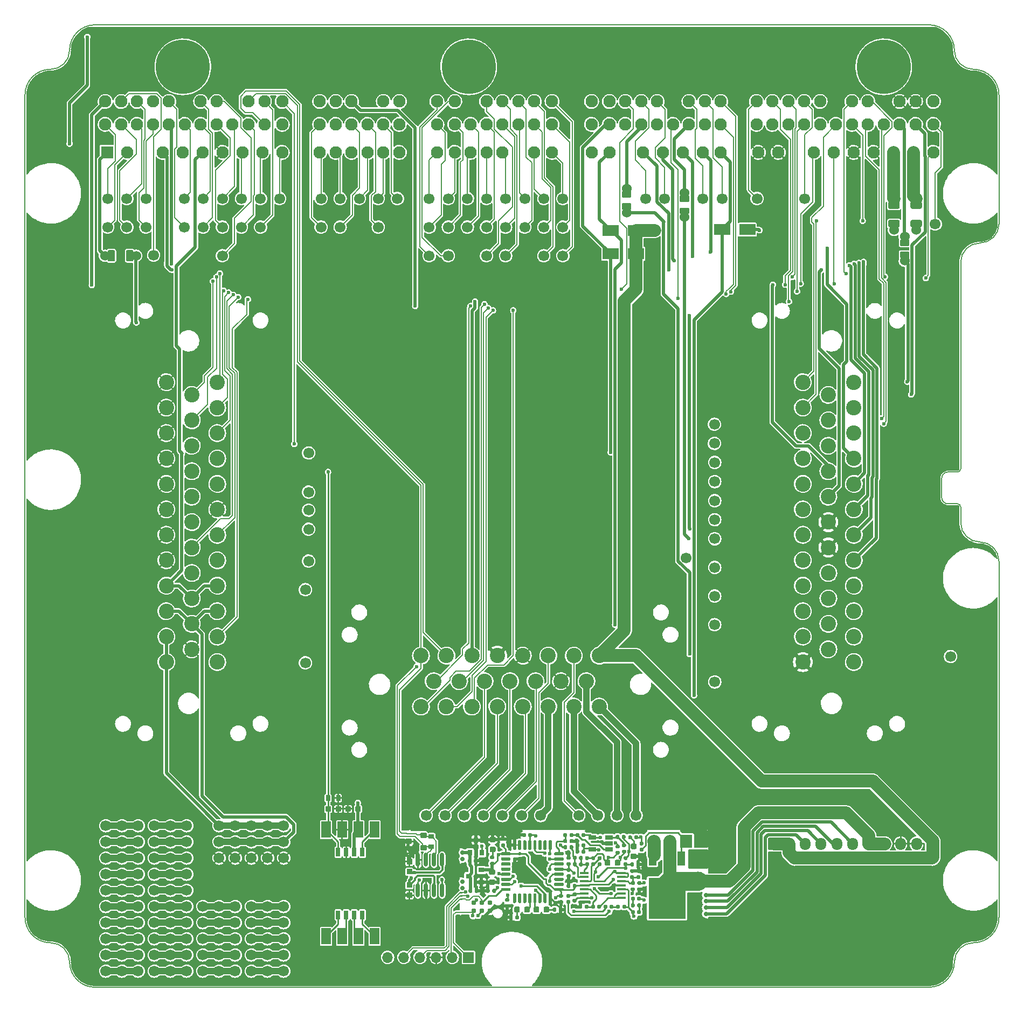
<source format=gtl>
G75*
G70*
%OFA0B0*%
%FSLAX25Y25*%
%IPPOS*%
%LPD*%
%AMOC8*
5,1,8,0,0,1.08239X$1,22.5*
%
%AMM19*
21,1,0.035430,0.030320,0.000000,-0.000000,90.000000*
21,1,0.028350,0.037400,0.000000,-0.000000,90.000000*
1,1,0.007090,0.015160,0.014170*
1,1,0.007090,0.015160,-0.014170*
1,1,0.007090,-0.015160,-0.014170*
1,1,0.007090,-0.015160,0.014170*
%
%AMM20*
21,1,0.033470,0.026770,0.000000,-0.000000,270.000000*
21,1,0.026770,0.033470,0.000000,-0.000000,270.000000*
1,1,0.006690,-0.013390,-0.013390*
1,1,0.006690,-0.013390,0.013390*
1,1,0.006690,0.013390,0.013390*
1,1,0.006690,0.013390,-0.013390*
%
%AMM21*
21,1,0.027560,0.030710,0.000000,-0.000000,90.000000*
21,1,0.022050,0.036220,0.000000,-0.000000,90.000000*
1,1,0.005510,0.015350,0.011020*
1,1,0.005510,0.015350,-0.011020*
1,1,0.005510,-0.015350,-0.011020*
1,1,0.005510,-0.015350,0.011020*
%
%ADD10C,0.01969*%
%ADD105M19*%
%ADD106M20*%
%ADD107M21*%
%ADD11O,0.06693X0.07677*%
%ADD13C,0.33465*%
%ADD14O,0.00984X0.01968*%
%ADD15C,0.03100*%
%ADD16O,0.01575X0.38583*%
%ADD19O,0.00787X0.43701*%
%ADD21C,0.00984*%
%ADD24R,0.22835X0.25197*%
%ADD25C,0.01575*%
%ADD26R,0.00984X0.11614*%
%ADD28R,0.04803X0.02559*%
%ADD29R,0.03543X0.03150*%
%ADD31O,0.26772X0.00787*%
%ADD33O,0.01969X0.00984*%
%ADD35R,0.07500X0.07874*%
%ADD37R,1.54528X0.00984*%
%ADD41C,0.06693*%
%ADD42C,0.07874*%
%ADD45R,0.04724X0.08661*%
%ADD47R,0.05709X0.01772*%
%ADD48C,0.02756*%
%ADD49R,0.06693X0.06693*%
%ADD51R,0.03150X0.03543*%
%ADD53O,0.00984X0.01969*%
%ADD55R,0.00984X0.11811*%
%ADD57R,0.00984X0.05709*%
%ADD58C,0.02362*%
%ADD60O,0.06693X0.06693*%
%ADD62C,0.00787*%
%ADD63R,0.09843X0.07087*%
%ADD64R,0.07677X0.07677*%
%ADD65C,0.07677*%
%ADD66O,0.07500X0.07874*%
%ADD67R,0.00984X0.03740*%
%ADD70C,0.01181*%
%ADD72R,0.05984X0.10000*%
%ADD76C,0.00800*%
%ADD77R,0.00984X0.12205*%
%ADD78R,0.00984X0.08858*%
%ADD79R,0.02717X0.05315*%
%ADD81C,0.03937*%
%ADD82C,0.11811*%
%ADD83O,0.01968X0.00984*%
%ADD84O,0.22323X0.00787*%
%ADD86C,0.09449*%
%ADD90C,0.06000*%
%ADD92O,0.02362X0.08661*%
X0000000Y0000000D02*
%LPD*%
G01*
D62*
X0015748Y0568110D02*
G75*
G03*
X0027559Y0579921I0000000J0011811D01*
G01*
X0602362Y0472441D02*
X0602362Y0552362D01*
X0027559Y0015748D02*
G75*
G03*
X0043307Y0000000I0015748J0000000D01*
G01*
X0043307Y0595669D02*
X0559055Y0595669D01*
X0586614Y0027559D02*
G75*
G03*
X0602362Y0043307I0000000J0015748D01*
G01*
X0576772Y0299213D02*
X0570866Y0299213D01*
X0043307Y0000000D02*
X0559055Y0000000D01*
X0566929Y0303150D02*
G75*
G03*
X0570866Y0299213I0003937J0000000D01*
G01*
X0015748Y0027559D02*
G75*
G02*
X0000000Y0043307I0000000J0015748D01*
G01*
X0566929Y0303150D02*
X0566929Y0314961D01*
X0578740Y0448819D02*
G75*
G02*
X0590551Y0460630I0011811J0000000D01*
G01*
X0586614Y0027559D02*
G75*
G03*
X0574803Y0015748I0000000J-011811D01*
G01*
X0027559Y0579921D02*
G75*
G02*
X0043307Y0595669I0015748J0000000D01*
G01*
X0000000Y0043307D02*
X0000000Y0552362D01*
X0574803Y0579921D02*
G75*
G03*
X0559055Y0595669I-015748J0000000D01*
G01*
X0590551Y0275591D02*
G75*
G02*
X0602362Y0263780I0000000J-011811D01*
G01*
X0570866Y0318898D02*
X0576772Y0318898D01*
X0015748Y0027559D02*
G75*
G02*
X0027559Y0015748I0000000J-011811D01*
G01*
X0586614Y0568110D02*
G75*
G02*
X0574803Y0579921I0000000J0011811D01*
G01*
X0576772Y0299213D02*
G75*
G02*
X0578740Y0297244I0000000J-001969D01*
G01*
X0576772Y0318898D02*
G75*
G03*
X0578740Y0320866I0000000J0001969D01*
G01*
X0566929Y0314961D02*
G75*
G02*
X0570866Y0318898I0003937J0000000D01*
G01*
X0578740Y0320866D02*
X0578740Y0448819D01*
X0578740Y0287402D02*
X0578740Y0297244D01*
X0590551Y0460630D02*
G75*
G03*
X0602362Y0472441I0000000J0011811D01*
G01*
X0574803Y0015748D02*
G75*
G02*
X0559055Y0000000I-015748J0000000D01*
G01*
X0015748Y0568110D02*
G75*
G03*
X0000000Y0552362I0000000J-015748D01*
G01*
X0578740Y0287402D02*
G75*
G03*
X0590551Y0275591I0011811J0000000D01*
G01*
X0602362Y0043307D02*
X0602362Y0263780D01*
X0586614Y0568110D02*
G75*
G02*
X0602362Y0552362I0000000J-015748D01*
G01*
D41*
X0426575Y0277559D03*
X0285433Y0488189D03*
X0122047Y0452756D03*
D63*
X0446850Y0468898D03*
X0431102Y0468898D03*
D41*
X0175394Y0330709D03*
X0206693Y0488189D03*
X0080000Y0060000D03*
X0080000Y0070000D03*
X0080000Y0080000D03*
X0080000Y0090000D03*
X0080000Y0100000D03*
X0090000Y0060000D03*
X0090000Y0070000D03*
X0090000Y0080000D03*
X0090000Y0090000D03*
X0090000Y0100000D03*
X0100000Y0060000D03*
X0100000Y0070000D03*
X0100000Y0080000D03*
X0100000Y0090000D03*
X0100000Y0100000D03*
X0318898Y0106299D03*
X0157480Y0488189D03*
G36*
G01*
X0186087Y0115539D02*
X0186087Y0118610D01*
G75*
G02*
X0186362Y0118886I0000276J0000000D01*
G01*
X0188567Y0118886D01*
G75*
G02*
X0188843Y0118610I0000000J-000276D01*
G01*
X0188843Y0115539D01*
G75*
G02*
X0188567Y0115264I-000276J0000000D01*
G01*
X0186362Y0115264D01*
G75*
G02*
X0186087Y0115539I0000000J0000276D01*
G01*
G37*
G36*
G01*
X0192386Y0115539D02*
X0192386Y0118610D01*
G75*
G02*
X0192661Y0118886I0000276J0000000D01*
G01*
X0194866Y0118886D01*
G75*
G02*
X0195142Y0118610I0000000J-000276D01*
G01*
X0195142Y0115539D01*
G75*
G02*
X0194866Y0115264I-000276J0000000D01*
G01*
X0192661Y0115264D01*
G75*
G02*
X0192386Y0115539I0000000J0000276D01*
G01*
G37*
X0366142Y0106299D03*
X0145669Y0470472D03*
X0332677Y0452756D03*
D90*
X0537402Y0487992D03*
G36*
G01*
X0533858Y0482697D02*
X0533858Y0485413D01*
G75*
G02*
X0534764Y0486319I0000906J0000000D01*
G01*
X0540039Y0486319D01*
G75*
G02*
X0540945Y0485413I0000000J-000906D01*
G01*
X0540945Y0482697D01*
G75*
G02*
X0540039Y0481791I-000906J0000000D01*
G01*
X0534764Y0481791D01*
G75*
G02*
X0533858Y0482697I0000000J0000906D01*
G01*
G37*
G36*
G01*
X0533858Y0471279D02*
X0533858Y0473996D01*
G75*
G02*
X0534764Y0474902I0000906J0000000D01*
G01*
X0540039Y0474902D01*
G75*
G02*
X0540945Y0473996I0000000J-000906D01*
G01*
X0540945Y0471279D01*
G75*
G02*
X0540039Y0470374I-000906J0000000D01*
G01*
X0534764Y0470374D01*
G75*
G02*
X0533858Y0471279I0000000J0000906D01*
G01*
G37*
X0537402Y0468701D03*
D16*
X0234475Y0072785D03*
D19*
X0260459Y0075541D03*
D31*
X0247320Y0053888D03*
D84*
X0249682Y0097096D03*
D53*
X0234475Y0054577D03*
D33*
X0234672Y0095325D03*
X0234672Y0093356D03*
D58*
X0238806Y0067569D03*
X0240873Y0071014D03*
X0243825Y0066388D03*
X0257802Y0066683D03*
D41*
X0426575Y0242126D03*
X0426575Y0224409D03*
X0050000Y0060000D03*
X0050000Y0070000D03*
X0050000Y0080000D03*
X0050000Y0090000D03*
X0050000Y0100000D03*
X0060000Y0060000D03*
X0060000Y0070000D03*
X0060000Y0080000D03*
X0060000Y0090000D03*
X0060000Y0100000D03*
X0070000Y0060000D03*
X0070000Y0070000D03*
X0070000Y0080000D03*
X0070000Y0090000D03*
X0070000Y0100000D03*
X0307087Y0106299D03*
X0160000Y0080000D03*
X0150000Y0080000D03*
X0140000Y0080000D03*
X0130000Y0080000D03*
X0120000Y0080000D03*
X0160000Y0090000D03*
X0150000Y0090000D03*
X0140000Y0090000D03*
X0130000Y0090000D03*
X0120000Y0090000D03*
X0160000Y0100000D03*
X0150000Y0100000D03*
X0140000Y0100000D03*
X0130000Y0100000D03*
X0120000Y0100000D03*
X0332677Y0470472D03*
X0297244Y0488189D03*
X0426575Y0324803D03*
X0297244Y0470472D03*
X0354331Y0106299D03*
X0426575Y0312992D03*
X0273622Y0470472D03*
X0562992Y0472441D03*
X0342520Y0106299D03*
X0183071Y0470472D03*
X0173425Y0246063D03*
G36*
G01*
X0547638Y0482697D02*
X0547638Y0485413D01*
G75*
G02*
X0548543Y0486319I0000906J0000000D01*
G01*
X0553819Y0486319D01*
G75*
G02*
X0554724Y0485413I0000000J-000906D01*
G01*
X0554724Y0482697D01*
G75*
G02*
X0553819Y0481791I-000906J0000000D01*
G01*
X0548543Y0481791D01*
G75*
G02*
X0547638Y0482697I0000000J0000906D01*
G01*
G37*
D90*
X0551181Y0487992D03*
X0551181Y0468701D03*
G36*
G01*
X0547638Y0471279D02*
X0547638Y0473996D01*
G75*
G02*
X0548543Y0474902I0000906J0000000D01*
G01*
X0553819Y0474902D01*
G75*
G02*
X0554724Y0473996I0000000J-000906D01*
G01*
X0554724Y0471279D01*
G75*
G02*
X0553819Y0470374I-000906J0000000D01*
G01*
X0548543Y0470374D01*
G75*
G02*
X0547638Y0471279I0000000J0000906D01*
G01*
G37*
D41*
X0248031Y0106299D03*
G36*
G01*
X0405413Y0489961D02*
X0410335Y0489961D01*
G75*
G02*
X0410728Y0489567I0000000J-000394D01*
G01*
X0410728Y0486417D01*
G75*
G02*
X0410335Y0486024I-000394J0000000D01*
G01*
X0405413Y0486024D01*
G75*
G02*
X0405020Y0486417I0000000J0000394D01*
G01*
X0405020Y0489567D01*
G75*
G02*
X0405413Y0489961I0000394J0000000D01*
G01*
G37*
D90*
X0407874Y0491752D03*
X0407874Y0476752D03*
G36*
G01*
X0405413Y0482480D02*
X0410335Y0482480D01*
G75*
G02*
X0410728Y0482087I0000000J-000394D01*
G01*
X0410728Y0478937D01*
G75*
G02*
X0410335Y0478543I-000394J0000000D01*
G01*
X0405413Y0478543D01*
G75*
G02*
X0405020Y0478937I0000000J0000394D01*
G01*
X0405020Y0482087D01*
G75*
G02*
X0405413Y0482480I0000394J0000000D01*
G01*
G37*
D41*
X0377953Y0106299D03*
X0261811Y0452756D03*
G36*
G01*
X0459449Y0085925D02*
X0459449Y0091634D01*
G75*
G02*
X0460433Y0092618I0000984J0000000D01*
G01*
X0465157Y0092618D01*
G75*
G02*
X0466142Y0091634I0000000J-000984D01*
G01*
X0466142Y0085925D01*
G75*
G02*
X0465157Y0084941I-000984J0000000D01*
G01*
X0460433Y0084941D01*
G75*
G02*
X0459449Y0085925I0000000J0000984D01*
G01*
G37*
D11*
X0472638Y0088780D03*
X0482480Y0088780D03*
X0492323Y0088780D03*
X0502165Y0088780D03*
X0512008Y0088780D03*
X0521850Y0088780D03*
X0531693Y0088780D03*
X0541535Y0088780D03*
X0551378Y0088780D03*
D41*
X0332677Y0488189D03*
X0098425Y0470472D03*
X0297244Y0452756D03*
X0194882Y0470472D03*
X0133858Y0470472D03*
X0122047Y0488189D03*
D63*
X0377953Y0468504D03*
X0362205Y0468504D03*
D48*
X0421063Y0045374D03*
X0421063Y0049311D03*
X0421063Y0053248D03*
X0421063Y0057185D03*
D82*
X0416142Y0065650D03*
D55*
X0422539Y0079429D03*
D57*
X0268996Y0041929D03*
D26*
X0422539Y0092323D03*
D67*
X0422539Y0040945D03*
D37*
X0345768Y0039567D03*
D77*
X0268996Y0092028D03*
D37*
X0345768Y0097638D03*
D78*
X0268996Y0072441D03*
G36*
G01*
X0306890Y0090453D02*
X0306890Y0085531D01*
G75*
G02*
X0306398Y0085039I-000492J0000000D01*
G01*
X0305413Y0085039D01*
G75*
G02*
X0304921Y0085531I0000000J0000492D01*
G01*
X0304921Y0090453D01*
G75*
G02*
X0305413Y0090945I0000492J0000000D01*
G01*
X0306398Y0090945D01*
G75*
G02*
X0306890Y0090453I0000000J-000492D01*
G01*
G37*
G36*
G01*
X0300295Y0079921D02*
X0300295Y0078937D01*
G75*
G02*
X0299803Y0078445I-000492J0000000D01*
G01*
X0294882Y0078445D01*
G75*
G02*
X0294390Y0078937I0000000J0000492D01*
G01*
X0294390Y0079921D01*
G75*
G02*
X0294882Y0080413I0000492J0000000D01*
G01*
X0299803Y0080413D01*
G75*
G02*
X0300295Y0079921I0000000J-000492D01*
G01*
G37*
G36*
G01*
X0303740Y0090453D02*
X0303740Y0085531D01*
G75*
G02*
X0303248Y0085039I-000492J0000000D01*
G01*
X0302264Y0085039D01*
G75*
G02*
X0301772Y0085531I0000000J0000492D01*
G01*
X0301772Y0090453D01*
G75*
G02*
X0302264Y0090945I0000492J0000000D01*
G01*
X0303248Y0090945D01*
G75*
G02*
X0303740Y0090453I0000000J-000492D01*
G01*
G37*
G36*
G01*
X0302461Y0080413D02*
X0303445Y0080413D01*
G75*
G02*
X0303937Y0079921I0000000J-000492D01*
G01*
X0303937Y0078937D01*
G75*
G02*
X0303445Y0078445I-000492J0000000D01*
G01*
X0302461Y0078445D01*
G75*
G02*
X0301969Y0078937I0000000J0000492D01*
G01*
X0301969Y0079921D01*
G75*
G02*
X0302461Y0080413I0000492J0000000D01*
G01*
G37*
G36*
G01*
X0306890Y0083071D02*
X0306890Y0082087D01*
G75*
G02*
X0306398Y0081594I-000492J0000000D01*
G01*
X0305413Y0081594D01*
G75*
G02*
X0304921Y0082087I0000000J0000492D01*
G01*
X0304921Y0083071D01*
G75*
G02*
X0305413Y0083563I0000492J0000000D01*
G01*
X0306398Y0083563D01*
G75*
G02*
X0306890Y0083071I0000000J-000492D01*
G01*
G37*
G36*
G01*
X0300295Y0083071D02*
X0300295Y0082087D01*
G75*
G02*
X0299803Y0081594I-000492J0000000D01*
G01*
X0294882Y0081594D01*
G75*
G02*
X0294390Y0082087I0000000J0000492D01*
G01*
X0294390Y0083071D01*
G75*
G02*
X0294882Y0083563I0000492J0000000D01*
G01*
X0299803Y0083563D01*
G75*
G02*
X0300295Y0083071I0000000J-000492D01*
G01*
G37*
D48*
X0270472Y0083366D03*
X0270472Y0079429D03*
X0270472Y0065453D03*
X0270472Y0061516D03*
G36*
G01*
X0268898Y0058563D02*
X0268898Y0058563D01*
G75*
G02*
X0269390Y0059055I0000492J0000000D01*
G01*
X0270374Y0059055D01*
G75*
G02*
X0270866Y0058563I0000000J-000492D01*
G01*
X0270866Y0058563D01*
G75*
G02*
X0270374Y0058071I-000492J0000000D01*
G01*
X0269390Y0058071D01*
G75*
G02*
X0268898Y0058563I0000000J0000492D01*
G01*
G37*
G36*
G01*
X0268898Y0056594D02*
X0268898Y0056594D01*
G75*
G02*
X0269390Y0057087I0000492J0000000D01*
G01*
X0270374Y0057087D01*
G75*
G02*
X0270866Y0056594I0000000J-000492D01*
G01*
X0270866Y0056594D01*
G75*
G02*
X0270374Y0056102I-000492J0000000D01*
G01*
X0269390Y0056102D01*
G75*
G02*
X0268898Y0056594I0000000J0000492D01*
G01*
G37*
G36*
G01*
X0268898Y0054626D02*
X0268898Y0054626D01*
G75*
G02*
X0269390Y0055118I0000492J0000000D01*
G01*
X0270374Y0055118D01*
G75*
G02*
X0270866Y0054626I0000000J-000492D01*
G01*
X0270866Y0054626D01*
G75*
G02*
X0270374Y0054134I-000492J0000000D01*
G01*
X0269390Y0054134D01*
G75*
G02*
X0268898Y0054626I0000000J0000492D01*
G01*
G37*
G36*
G01*
X0268898Y0046358D02*
X0268898Y0046358D01*
G75*
G02*
X0269390Y0046850I0000492J0000000D01*
G01*
X0270374Y0046850D01*
G75*
G02*
X0270866Y0046358I0000000J-000492D01*
G01*
X0270866Y0046358D01*
G75*
G02*
X0270374Y0045866I-000492J0000000D01*
G01*
X0269390Y0045866D01*
G75*
G02*
X0268898Y0046358I0000000J0000492D01*
G01*
G37*
D41*
X0452756Y0488189D03*
D49*
X0274252Y0018504D03*
D60*
X0264252Y0018504D03*
X0254252Y0018504D03*
X0244252Y0018504D03*
X0234252Y0018504D03*
X0224252Y0018504D03*
D41*
X0062992Y0488189D03*
X0383858Y0488189D03*
X0395669Y0488189D03*
D90*
X0544094Y0464587D03*
G36*
G01*
X0541634Y0462795D02*
X0546555Y0462795D01*
G75*
G02*
X0546949Y0462402I0000000J-000394D01*
G01*
X0546949Y0459252D01*
G75*
G02*
X0546555Y0458858I-000394J0000000D01*
G01*
X0541634Y0458858D01*
G75*
G02*
X0541240Y0459252I0000000J0000394D01*
G01*
X0541240Y0462402D01*
G75*
G02*
X0541634Y0462795I0000394J0000000D01*
G01*
G37*
X0544094Y0449587D03*
G36*
G01*
X0541634Y0455315D02*
X0546555Y0455315D01*
G75*
G02*
X0546949Y0454921I0000000J-000394D01*
G01*
X0546949Y0451772D01*
G75*
G02*
X0546555Y0451378I-000394J0000000D01*
G01*
X0541634Y0451378D01*
G75*
G02*
X0541240Y0451772I0000000J0000394D01*
G01*
X0541240Y0454921D01*
G75*
G02*
X0541634Y0455315I0000394J0000000D01*
G01*
G37*
G36*
G01*
X0195437Y0111720D02*
X0195437Y0109043D01*
G75*
G02*
X0195102Y0108709I-000335J0000000D01*
G01*
X0192425Y0108709D01*
G75*
G02*
X0192091Y0109043I0000000J0000335D01*
G01*
X0192091Y0111720D01*
G75*
G02*
X0192425Y0112055I0000335J0000000D01*
G01*
X0195102Y0112055D01*
G75*
G02*
X0195437Y0111720I0000000J-000335D01*
G01*
G37*
G36*
G01*
X0189217Y0111720D02*
X0189217Y0109043D01*
G75*
G02*
X0188882Y0108709I-000335J0000000D01*
G01*
X0186205Y0108709D01*
G75*
G02*
X0185870Y0109043I0000000J0000335D01*
G01*
X0185870Y0111720D01*
G75*
G02*
X0186205Y0112055I0000335J0000000D01*
G01*
X0188882Y0112055D01*
G75*
G02*
X0189217Y0111720I0000000J-000335D01*
G01*
G37*
D41*
X0283465Y0106299D03*
X0133858Y0488189D03*
X0431102Y0488189D03*
X0218504Y0488189D03*
X0426575Y0301181D03*
X0426378Y0348425D03*
X0230315Y0488189D03*
X0273622Y0488189D03*
X0098425Y0488189D03*
X0320866Y0488189D03*
X0426575Y0188976D03*
X0250000Y0488189D03*
X0426575Y0259843D03*
X0175394Y0263780D03*
X0309055Y0470472D03*
X0218504Y0470472D03*
X0110000Y0010000D03*
X0110000Y0020000D03*
X0110000Y0030000D03*
X0110000Y0040000D03*
X0110000Y0050000D03*
X0120000Y0010000D03*
X0120000Y0020000D03*
X0120000Y0030000D03*
X0120000Y0040000D03*
X0120000Y0050000D03*
X0130000Y0010000D03*
X0130000Y0020000D03*
X0130000Y0030000D03*
X0130000Y0040000D03*
X0130000Y0050000D03*
X0051181Y0488189D03*
X0173425Y0200787D03*
X0050000Y0010000D03*
X0050000Y0020000D03*
X0050000Y0030000D03*
X0050000Y0040000D03*
X0050000Y0050000D03*
X0060000Y0010000D03*
X0060000Y0020000D03*
X0060000Y0030000D03*
X0060000Y0040000D03*
X0060000Y0050000D03*
X0070000Y0010000D03*
X0070000Y0020000D03*
X0070000Y0030000D03*
X0070000Y0040000D03*
X0070000Y0050000D03*
X0309055Y0488189D03*
X0250000Y0452756D03*
X0175394Y0306496D03*
X0080000Y0010000D03*
X0080000Y0020000D03*
X0080000Y0030000D03*
X0080000Y0040000D03*
X0080000Y0050000D03*
X0090000Y0010000D03*
X0090000Y0020000D03*
X0090000Y0030000D03*
X0090000Y0040000D03*
X0090000Y0050000D03*
X0100000Y0010000D03*
X0100000Y0020000D03*
X0100000Y0030000D03*
X0100000Y0040000D03*
X0100000Y0050000D03*
X0320866Y0470472D03*
X0295276Y0106299D03*
X0110236Y0488189D03*
X0261811Y0488189D03*
D90*
X0372047Y0494508D03*
G36*
G01*
X0369587Y0492717D02*
X0374508Y0492717D01*
G75*
G02*
X0374902Y0492323I0000000J-000394D01*
G01*
X0374902Y0489173D01*
G75*
G02*
X0374508Y0488780I-000394J0000000D01*
G01*
X0369587Y0488780D01*
G75*
G02*
X0369193Y0489173I0000000J0000394D01*
G01*
X0369193Y0492323D01*
G75*
G02*
X0369587Y0492717I0000394J0000000D01*
G01*
G37*
G36*
G01*
X0369587Y0485236D02*
X0374508Y0485236D01*
G75*
G02*
X0374902Y0484842I0000000J-000394D01*
G01*
X0374902Y0481693D01*
G75*
G02*
X0374508Y0481299I-000394J0000000D01*
G01*
X0369587Y0481299D01*
G75*
G02*
X0369193Y0481693I0000000J0000394D01*
G01*
X0369193Y0484842D01*
G75*
G02*
X0369587Y0485236I0000394J0000000D01*
G01*
G37*
X0372047Y0479508D03*
D41*
X0259843Y0106299D03*
X0051181Y0470472D03*
X0122047Y0470472D03*
X0572441Y0204724D03*
X0285433Y0470472D03*
D63*
X0377953Y0453937D03*
X0362205Y0453937D03*
D86*
X0512598Y0201280D03*
X0512598Y0217028D03*
X0512598Y0232776D03*
X0512598Y0248524D03*
X0512598Y0264272D03*
X0512598Y0280020D03*
X0512598Y0295768D03*
X0512598Y0311516D03*
X0512598Y0327264D03*
X0512598Y0343012D03*
X0512598Y0358760D03*
X0512598Y0374508D03*
X0496850Y0209154D03*
X0496850Y0224902D03*
X0496850Y0240650D03*
X0496850Y0256398D03*
X0496850Y0272146D03*
X0496850Y0287894D03*
X0496850Y0303642D03*
X0496850Y0319390D03*
X0496850Y0335138D03*
X0496850Y0350886D03*
X0496850Y0366634D03*
X0481102Y0201280D03*
X0481102Y0217028D03*
X0481102Y0232776D03*
X0481102Y0248524D03*
X0481102Y0264272D03*
X0481102Y0280020D03*
X0481102Y0295768D03*
X0481102Y0311516D03*
X0481102Y0327264D03*
X0481102Y0343012D03*
X0481102Y0358760D03*
X0481102Y0374508D03*
X0244882Y0173720D03*
X0260630Y0173720D03*
X0276378Y0173720D03*
X0292126Y0173720D03*
X0307874Y0173720D03*
X0323622Y0173720D03*
X0339370Y0173720D03*
X0355118Y0173720D03*
X0252756Y0189469D03*
X0268504Y0189469D03*
X0284252Y0189469D03*
X0300000Y0189469D03*
X0315748Y0189469D03*
X0331496Y0189469D03*
X0347244Y0189469D03*
X0244882Y0205217D03*
X0260630Y0205217D03*
X0276378Y0205217D03*
X0292126Y0205217D03*
X0307874Y0205217D03*
X0323622Y0205217D03*
X0339370Y0205217D03*
X0355118Y0205217D03*
X0087402Y0374508D03*
X0087402Y0358760D03*
X0087402Y0343012D03*
X0087402Y0327264D03*
X0087402Y0311516D03*
X0087402Y0295768D03*
X0087402Y0280020D03*
X0087402Y0264272D03*
X0087402Y0248524D03*
X0087402Y0232776D03*
X0087402Y0217028D03*
X0087402Y0201280D03*
X0103150Y0366634D03*
X0103150Y0350886D03*
X0103150Y0335138D03*
X0103150Y0319390D03*
X0103150Y0303642D03*
X0103150Y0287894D03*
X0103150Y0272146D03*
X0103150Y0256398D03*
X0103150Y0240650D03*
X0103150Y0224902D03*
X0103150Y0209154D03*
X0118898Y0374508D03*
X0118898Y0358760D03*
X0118898Y0343012D03*
X0118898Y0327264D03*
X0118898Y0311516D03*
X0118898Y0295768D03*
X0118898Y0280020D03*
X0118898Y0264272D03*
X0118898Y0248524D03*
X0118898Y0232776D03*
X0118898Y0217028D03*
X0118898Y0201280D03*
D41*
X0175394Y0295276D03*
X0419291Y0488189D03*
X0079528Y0453150D03*
X0271654Y0106299D03*
X0110236Y0470472D03*
X0320866Y0452756D03*
X0175394Y0283465D03*
X0408858Y0265748D03*
X0261811Y0470472D03*
X0482283Y0488189D03*
G36*
G01*
X0054705Y0449213D02*
X0051988Y0449213D01*
G75*
G02*
X0051083Y0450118I0000000J0000906D01*
G01*
X0051083Y0455394D01*
G75*
G02*
X0051988Y0456299I0000906J0000000D01*
G01*
X0054705Y0456299D01*
G75*
G02*
X0055610Y0455394I0000000J-000906D01*
G01*
X0055610Y0450118D01*
G75*
G02*
X0054705Y0449213I-000906J0000000D01*
G01*
G37*
D90*
X0049409Y0452756D03*
G36*
G01*
X0066122Y0449213D02*
X0063406Y0449213D01*
G75*
G02*
X0062500Y0450118I0000000J0000906D01*
G01*
X0062500Y0455394D01*
G75*
G02*
X0063406Y0456299I0000906J0000000D01*
G01*
X0066122Y0456299D01*
G75*
G02*
X0067028Y0455394I0000000J-000906D01*
G01*
X0067028Y0450118D01*
G75*
G02*
X0066122Y0449213I-000906J0000000D01*
G01*
G37*
X0068701Y0452756D03*
D41*
X0183071Y0488189D03*
X0285433Y0452756D03*
X0145669Y0488189D03*
D65*
X0561811Y0516732D03*
X0549488Y0516732D03*
X0537165Y0516732D03*
X0524843Y0516732D03*
X0512520Y0516732D03*
X0500197Y0516732D03*
X0487874Y0516732D03*
X0465866Y0516732D03*
X0453543Y0516732D03*
X0561811Y0534055D03*
X0550787Y0534055D03*
X0540945Y0534055D03*
X0531102Y0534055D03*
X0521260Y0534055D03*
X0511417Y0534055D03*
X0501575Y0534055D03*
X0491732Y0534055D03*
X0481890Y0534055D03*
X0472047Y0534055D03*
X0462205Y0534055D03*
X0452362Y0534055D03*
X0561811Y0548228D03*
X0550787Y0548228D03*
X0540945Y0548228D03*
X0521260Y0548228D03*
X0511417Y0548228D03*
X0491732Y0548228D03*
X0481890Y0548228D03*
X0472047Y0548228D03*
X0462205Y0548228D03*
X0452362Y0548228D03*
X0430315Y0516732D03*
X0419291Y0516732D03*
X0406969Y0516732D03*
X0394646Y0516732D03*
X0382323Y0516732D03*
X0361417Y0516732D03*
X0350394Y0516732D03*
X0430315Y0534055D03*
X0420472Y0534055D03*
X0410630Y0534055D03*
X0400787Y0534055D03*
X0390945Y0534055D03*
X0381102Y0534055D03*
X0371260Y0534055D03*
X0361417Y0534055D03*
X0350394Y0534055D03*
X0430315Y0548228D03*
X0420472Y0548228D03*
X0410630Y0548228D03*
X0390945Y0548228D03*
X0381102Y0548228D03*
X0371260Y0548228D03*
X0361417Y0548228D03*
X0350394Y0548228D03*
X0325984Y0516732D03*
X0314961Y0516732D03*
X0295276Y0516732D03*
X0285433Y0516732D03*
X0275591Y0516732D03*
X0265748Y0516732D03*
X0254724Y0516732D03*
X0325984Y0534055D03*
X0314961Y0534055D03*
X0305118Y0534055D03*
X0295276Y0534055D03*
X0285433Y0534055D03*
X0275591Y0534055D03*
X0265748Y0534055D03*
X0254724Y0534055D03*
X0325984Y0548228D03*
X0314961Y0548228D03*
X0305118Y0548228D03*
X0295276Y0548228D03*
X0285433Y0548228D03*
X0265748Y0548228D03*
X0254724Y0548228D03*
X0231496Y0516732D03*
X0221654Y0516732D03*
X0211811Y0516732D03*
X0201969Y0516732D03*
X0192126Y0516732D03*
X0182283Y0516732D03*
X0231496Y0534055D03*
X0221654Y0534055D03*
X0211811Y0534055D03*
X0201969Y0534055D03*
X0192126Y0534055D03*
X0182283Y0534055D03*
X0231496Y0548228D03*
X0221654Y0548228D03*
X0201969Y0548228D03*
X0192126Y0548228D03*
X0182283Y0548228D03*
X0159055Y0516732D03*
X0146732Y0516732D03*
X0134409Y0516732D03*
X0122087Y0516732D03*
X0109764Y0516732D03*
X0097441Y0516732D03*
X0085118Y0516732D03*
X0063110Y0516732D03*
D64*
X0050787Y0516732D03*
D65*
X0159055Y0534055D03*
X0148031Y0534055D03*
X0138189Y0534055D03*
X0128346Y0534055D03*
X0118504Y0534055D03*
X0108661Y0534055D03*
X0098819Y0534055D03*
X0088976Y0534055D03*
X0079134Y0534055D03*
X0069291Y0534055D03*
X0059449Y0534055D03*
X0049606Y0534055D03*
X0159055Y0548228D03*
X0148031Y0548228D03*
X0138189Y0548228D03*
X0118504Y0548228D03*
X0108661Y0548228D03*
X0088976Y0548228D03*
X0079134Y0548228D03*
X0069291Y0548228D03*
X0059449Y0548228D03*
X0049606Y0548228D03*
D13*
X0097638Y0569685D03*
X0274409Y0569685D03*
X0531102Y0569685D03*
D41*
X0426575Y0289370D03*
G36*
G01*
X0198035Y0109043D02*
X0198035Y0111720D01*
G75*
G02*
X0198370Y0112055I0000335J0000000D01*
G01*
X0201047Y0112055D01*
G75*
G02*
X0201382Y0111720I0000000J-000335D01*
G01*
X0201382Y0109043D01*
G75*
G02*
X0201047Y0108709I-000335J0000000D01*
G01*
X0198370Y0108709D01*
G75*
G02*
X0198035Y0109043I0000000J0000335D01*
G01*
G37*
G36*
G01*
X0204256Y0109043D02*
X0204256Y0111720D01*
G75*
G02*
X0204591Y0112055I0000335J0000000D01*
G01*
X0207268Y0112055D01*
G75*
G02*
X0207602Y0111720I0000000J-000335D01*
G01*
X0207602Y0109043D01*
G75*
G02*
X0207268Y0108709I-000335J0000000D01*
G01*
X0204591Y0108709D01*
G75*
G02*
X0204256Y0109043I0000000J0000335D01*
G01*
G37*
X0074803Y0470472D03*
X0140000Y0010000D03*
X0140000Y0020000D03*
X0140000Y0030000D03*
X0140000Y0040000D03*
X0140000Y0050000D03*
X0150000Y0010000D03*
X0150000Y0020000D03*
X0150000Y0030000D03*
X0150000Y0040000D03*
X0150000Y0050000D03*
X0160000Y0010000D03*
X0160000Y0020000D03*
X0160000Y0030000D03*
X0160000Y0040000D03*
X0160000Y0050000D03*
D79*
X0208681Y0083567D03*
D72*
X0216161Y0097567D03*
D79*
X0203681Y0083567D03*
D72*
X0206161Y0097567D03*
X0196161Y0097567D03*
D79*
X0198681Y0083567D03*
D72*
X0186161Y0097567D03*
D79*
X0193681Y0083567D03*
D72*
X0186161Y0031567D03*
D79*
X0193681Y0044817D03*
X0198681Y0044817D03*
D72*
X0196161Y0031567D03*
D79*
X0203681Y0044817D03*
D72*
X0206161Y0031567D03*
D79*
X0208681Y0044817D03*
D72*
X0216161Y0031567D03*
D41*
X0062992Y0470472D03*
X0426378Y0336614D03*
X0250000Y0470472D03*
X0194882Y0488189D03*
X0074803Y0488189D03*
D58*
X0075197Y0277165D03*
X0583465Y0123228D03*
X0457874Y0201181D03*
X0405118Y0543701D03*
X0196457Y0183071D03*
X0388976Y0457087D03*
X0324016Y0312205D03*
X0161024Y0119291D03*
X0469685Y0370079D03*
X0457087Y0524803D03*
X0387402Y0109055D03*
X0218504Y0390945D03*
X0045669Y0398819D03*
X0291732Y0411417D03*
X0270866Y0036220D03*
X0157874Y0541732D03*
X0446063Y0461811D03*
X0321260Y0365354D03*
X0350000Y0216142D03*
X0503937Y0389764D03*
X0598031Y0087008D03*
X0536220Y0457874D03*
X0005906Y0088976D03*
X0442913Y0318898D03*
X0526378Y0194094D03*
X0597638Y0558268D03*
X0496063Y0425197D03*
X0540945Y0314567D03*
X0175984Y0389764D03*
X0437402Y0120866D03*
X0477953Y0396457D03*
X0039370Y0183071D03*
X0264961Y0416535D03*
X0377953Y0325591D03*
X0180315Y0052362D03*
X0559843Y0010630D03*
X0326378Y0504724D03*
X0391339Y0262598D03*
X0159055Y0189370D03*
X0144882Y0455118D03*
X0512205Y0459843D03*
X0427165Y0389370D03*
X0511811Y0506299D03*
X0153150Y0259843D03*
X0524016Y0504724D03*
X0537795Y0292126D03*
X0344094Y0465354D03*
X0148425Y0373622D03*
X0345276Y0253150D03*
X0466535Y0406693D03*
X0111024Y0348031D03*
X0525591Y0459449D03*
X0351181Y0004331D03*
X0369291Y0034252D03*
X0468110Y0475591D03*
X0598425Y0042520D03*
X0163386Y0307874D03*
X0233071Y0451181D03*
X0339370Y0550787D03*
X0183858Y0077953D03*
X0347244Y0157480D03*
X0296850Y0294094D03*
X0139370Y0570079D03*
X0109449Y0293307D03*
X0324016Y0182283D03*
X0588189Y0174803D03*
X0221654Y0083071D03*
X0295276Y0374803D03*
X0313780Y0411417D03*
X0417717Y0212205D03*
X0597638Y0225984D03*
X0257874Y0226772D03*
X0380315Y0214567D03*
X0132283Y0174803D03*
X0179134Y0314173D03*
X0460236Y0342126D03*
X0404724Y0192520D03*
X0196457Y0105118D03*
X0195669Y0250000D03*
X0216929Y0208661D03*
X0074803Y0312205D03*
X0112205Y0398425D03*
X0188583Y0503150D03*
X0577559Y0276772D03*
X0110236Y0309843D03*
X0078740Y0441732D03*
X0418504Y0260630D03*
X0032677Y0581102D03*
X0266929Y0048819D03*
X0263780Y0057874D03*
X0511811Y0525197D03*
X0051969Y0443701D03*
X0252756Y0047244D03*
X0553543Y0456693D03*
X0400009Y0411229D03*
X0103150Y0377559D03*
X0371260Y0134646D03*
X0154331Y0323228D03*
X0420079Y0034646D03*
X0397638Y0321260D03*
X0154331Y0062992D03*
X0263386Y0131496D03*
X0234646Y0524409D03*
X0225984Y0569685D03*
X0273228Y0159449D03*
X0162205Y0417323D03*
X0113780Y0063780D03*
X0289764Y0332677D03*
X0539370Y0424409D03*
X0525591Y0408661D03*
X0547638Y0588189D03*
X0265354Y0071260D03*
X0048819Y0365748D03*
X0481890Y0424409D03*
X0309055Y0450000D03*
X0496850Y0158661D03*
X0071654Y0398031D03*
X0394882Y0101575D03*
X0524016Y0524409D03*
X0426378Y0089370D03*
X0420866Y0135827D03*
X0110630Y0454331D03*
X0005512Y0288583D03*
X0291339Y0183858D03*
X0564567Y0455118D03*
X0445669Y0475984D03*
X0009055Y0390945D03*
X0040551Y0253937D03*
X0359055Y0116535D03*
X0216929Y0051969D03*
X0307480Y0183071D03*
X0279528Y0411417D03*
X0457874Y0254331D03*
X0446063Y0236614D03*
X0107874Y0438976D03*
X0538583Y0370079D03*
X0149606Y0272835D03*
X0104331Y0421654D03*
X0259843Y0248819D03*
X0228740Y0083858D03*
X0356299Y0296850D03*
X0264961Y0094488D03*
X0457874Y0005512D03*
X0467323Y0174016D03*
X0184646Y0356693D03*
X0224803Y0106299D03*
X0349606Y0450787D03*
X0472835Y0305118D03*
X0380709Y0172047D03*
X0538976Y0401969D03*
X0242126Y0136614D03*
X0056693Y0320472D03*
X0537008Y0264961D03*
X0182677Y0582283D03*
X0450394Y0589764D03*
X0187008Y0004724D03*
X0139370Y0330709D03*
X0467717Y0461811D03*
X0337795Y0572441D03*
X0238976Y0243701D03*
X0151575Y0292520D03*
X0008268Y0466929D03*
X0596850Y0514961D03*
X0472441Y0346063D03*
X0177165Y0420472D03*
X0210630Y0157874D03*
X0445669Y0248819D03*
X0426378Y0094488D03*
X0162205Y0452362D03*
X0422047Y0101575D03*
X0537795Y0355512D03*
X0281102Y0003150D03*
X0175984Y0451575D03*
X0429921Y0169291D03*
X0224016Y0174803D03*
X0237402Y0104331D03*
X0279528Y0213386D03*
X0526378Y0392520D03*
X0418110Y0198425D03*
X0238976Y0162205D03*
X0216929Y0414961D03*
X0443307Y0303937D03*
X0321260Y0003543D03*
X0387008Y0133858D03*
X0049213Y0118898D03*
X0163780Y0296063D03*
X0169685Y0381102D03*
X0498819Y0136614D03*
X0530709Y0244488D03*
X0420079Y0358661D03*
X0316142Y0035039D03*
X0440945Y0549606D03*
X0570866Y0406299D03*
X0200394Y0503150D03*
X0146850Y0237008D03*
X0447638Y0374409D03*
X0109843Y0092126D03*
X0321260Y0220866D03*
X0227953Y0055906D03*
X0386220Y0380315D03*
X0193701Y0540551D03*
X0503150Y0039764D03*
X0004724Y0513386D03*
X0358661Y0192126D03*
X0426378Y0079528D03*
X0472835Y0060630D03*
X0003150Y0333071D03*
X0330315Y0101969D03*
X0154724Y0147244D03*
X0009055Y0559449D03*
X0198819Y0118504D03*
X0050394Y0583858D03*
X0240945Y0185039D03*
X0040157Y0009843D03*
X0377559Y0411024D03*
X0433858Y0411417D03*
X0075591Y0209843D03*
X0075197Y0361811D03*
X0194094Y0254724D03*
X0426378Y0084646D03*
X0362598Y0541339D03*
X0273622Y0457087D03*
X0103150Y0125984D03*
X0598819Y0472047D03*
X0355118Y0410630D03*
X0517717Y0175197D03*
X0242126Y0357480D03*
X0156693Y0476772D03*
X0293701Y0219291D03*
X0229528Y0027559D03*
X0548819Y0144882D03*
X0353543Y0373228D03*
X0369685Y0583071D03*
X0262598Y0525984D03*
X0134646Y0406299D03*
X0568504Y0340551D03*
X0394488Y0004724D03*
X0524803Y0218110D03*
X0463780Y0231890D03*
X0500787Y0414567D03*
X0019685Y0036220D03*
X0038583Y0588189D03*
X0027559Y0522144D03*
X0205906Y0114173D03*
X0454331Y0468504D03*
X0377953Y0461024D03*
X0389370Y0468504D03*
X0385433Y0468504D03*
X0362205Y0331102D03*
X0424016Y0454917D03*
X0518644Y0449006D03*
X0512775Y0447814D03*
X0401575Y0449797D03*
X0509843Y0446852D03*
X0090850Y0444094D03*
X0041339Y0434646D03*
X0462598Y0434844D03*
X0090551Y0447636D03*
X0496063Y0457475D03*
X0545669Y0374803D03*
X0548031Y0366929D03*
X0413780Y0180709D03*
X0515786Y0448273D03*
X0412992Y0452360D03*
X0398031Y0443896D03*
X0492520Y0443896D03*
X0529717Y0351969D03*
X0364961Y0224409D03*
X0531102Y0348819D03*
X0518110Y0474407D03*
X0489370Y0474409D03*
X0137795Y0425789D03*
X0557087Y0438976D03*
X0479722Y0435474D03*
X0284252Y0422734D03*
X0289416Y0418913D03*
X0477533Y0430735D03*
X0472544Y0424429D03*
X0301969Y0418909D03*
X0403937Y0426386D03*
X0275593Y0421659D03*
X0286645Y0420289D03*
X0500394Y0435433D03*
X0242126Y0198425D03*
X0278346Y0424413D03*
X0068898Y0411417D03*
X0116224Y0437008D03*
X0531890Y0439801D03*
X0474409Y0439569D03*
X0118387Y0439645D03*
X0166535Y0336220D03*
X0470083Y0434844D03*
X0125984Y0429918D03*
X0128726Y0428541D03*
X0436614Y0430514D03*
X0120472Y0441732D03*
X0507707Y0441732D03*
X0122833Y0431102D03*
X0368697Y0432091D03*
X0433663Y0429138D03*
X0131890Y0427165D03*
X0410630Y0277559D03*
X0411026Y0206299D03*
X0187402Y0318898D03*
X0241339Y0421659D03*
X0411024Y0415748D03*
X0411026Y0283858D03*
D10*
X0093604Y0446360D02*
X0105317Y0458073D01*
X0027559Y0522144D02*
X0027559Y0547244D01*
X0093604Y0396960D02*
X0093604Y0446360D01*
X0095276Y0248524D02*
X0103150Y0240650D01*
X0111024Y0248524D02*
X0118898Y0248524D01*
X0096852Y0329923D02*
X0097244Y0330315D01*
X0105317Y0512285D02*
X0109764Y0516732D01*
X0038583Y0558268D02*
X0038583Y0588189D01*
X0087402Y0248524D02*
X0095276Y0248524D01*
X0027559Y0547244D02*
X0038583Y0558268D01*
X0095669Y0331890D02*
X0095669Y0394895D01*
X0097244Y0330315D02*
X0095669Y0331890D01*
X0096852Y0257974D02*
X0096852Y0329923D01*
X0095669Y0394895D02*
X0093604Y0396960D01*
X0103150Y0240650D02*
X0111024Y0248524D01*
X0087402Y0248524D02*
X0096852Y0257974D01*
X0105317Y0458073D02*
X0105317Y0512285D01*
X0205906Y0114173D02*
X0205906Y0097823D01*
X0203681Y0095087D02*
X0203681Y0083567D01*
X0166142Y0100815D02*
X0166142Y0096142D01*
X0087402Y0232776D02*
X0095276Y0232776D01*
X0161445Y0105512D02*
X0166142Y0100815D01*
X0095276Y0232776D02*
X0103150Y0224902D01*
X0118898Y0232776D02*
X0111024Y0232776D01*
X0166142Y0096142D02*
X0160000Y0090000D01*
X0103150Y0224902D02*
X0109447Y0218604D01*
X0122441Y0105512D02*
X0161445Y0105512D01*
X0109447Y0118506D02*
X0122441Y0105512D01*
X0206161Y0097567D02*
X0203681Y0095087D01*
D81*
X0160000Y0090000D02*
X0120000Y0090000D01*
D10*
X0111024Y0232776D02*
X0103150Y0224902D01*
X0109447Y0218604D02*
X0109447Y0118506D01*
X0205906Y0097823D02*
X0206161Y0097567D01*
X0087402Y0215256D02*
X0087402Y0132598D01*
D81*
X0120000Y0100000D02*
X0160000Y0100000D01*
D10*
X0087402Y0132598D02*
X0120000Y0100000D01*
D42*
X0385433Y0468504D02*
X0377953Y0468504D01*
X0370667Y0424604D02*
X0370667Y0220766D01*
X0377953Y0461024D02*
X0377953Y0431890D01*
X0475984Y0079921D02*
X0472638Y0083268D01*
D10*
X0543701Y0464980D02*
X0543701Y0531299D01*
X0543701Y0531299D02*
X0540945Y0534055D01*
D42*
X0472638Y0083268D02*
X0472638Y0088780D01*
X0561417Y0090551D02*
X0561417Y0080315D01*
D10*
X0544094Y0464587D02*
X0543701Y0464980D01*
D42*
X0377953Y0431890D02*
X0370667Y0424604D01*
X0455541Y0127559D02*
X0524409Y0127559D01*
X0472638Y0088780D02*
X0463386Y0088780D01*
X0377953Y0468504D02*
X0377953Y0461024D01*
X0370667Y0220766D02*
X0355118Y0205217D01*
X0561417Y0080315D02*
X0561024Y0079921D01*
D10*
X0446850Y0468898D02*
X0453937Y0468898D01*
X0453937Y0468898D02*
X0454331Y0468504D01*
D42*
X0355118Y0205217D02*
X0377883Y0205217D01*
X0561024Y0079921D02*
X0475984Y0079921D01*
X0389370Y0468504D02*
X0385433Y0468504D01*
X0524409Y0127559D02*
X0561417Y0090551D01*
X0377883Y0205217D02*
X0455541Y0127559D01*
D10*
X0344982Y0519785D02*
X0359252Y0534055D01*
X0362205Y0453937D02*
X0344982Y0471159D01*
X0362205Y0331102D02*
X0362205Y0453937D01*
X0344982Y0471159D02*
X0344982Y0519785D01*
X0359252Y0534055D02*
X0361417Y0534055D01*
D42*
X0549488Y0516732D02*
X0549488Y0489685D01*
X0549488Y0489685D02*
X0551181Y0487992D01*
X0537165Y0488228D02*
X0537402Y0487992D01*
X0537165Y0516732D02*
X0537165Y0488228D01*
D10*
X0518496Y0447088D02*
X0518496Y0391565D01*
X0424211Y0511813D02*
X0419291Y0516732D01*
X0518644Y0449006D02*
X0518644Y0447236D01*
X0526378Y0278051D02*
X0512598Y0264272D01*
X0526963Y0383099D02*
X0526963Y0315031D01*
X0518496Y0391565D02*
X0526963Y0383099D01*
X0518644Y0447236D02*
X0518496Y0447088D01*
X0424016Y0454917D02*
X0424211Y0455112D01*
X0526378Y0314446D02*
X0526378Y0278051D01*
X0526963Y0315031D02*
X0526378Y0314446D01*
X0424211Y0455112D02*
X0424211Y0511813D01*
X0513382Y0446929D02*
X0513382Y0389447D01*
X0521260Y0304429D02*
X0512598Y0295768D01*
X0521260Y0316561D02*
X0521260Y0304429D01*
X0401575Y0449797D02*
X0400589Y0450783D01*
X0512775Y0447536D02*
X0513382Y0446929D01*
X0513382Y0389447D02*
X0521849Y0380980D01*
X0400589Y0506104D02*
X0394646Y0512047D01*
X0394646Y0512047D02*
X0394646Y0516732D01*
X0521849Y0380980D02*
X0521849Y0317149D01*
X0521849Y0317149D02*
X0521260Y0316561D01*
X0512775Y0447814D02*
X0512775Y0447536D01*
X0400589Y0450783D02*
X0400589Y0506104D01*
X0510825Y0388388D02*
X0519291Y0379921D01*
X0510825Y0445870D02*
X0510825Y0388388D01*
X0087972Y0513878D02*
X0085118Y0516732D01*
X0087972Y0448952D02*
X0087972Y0513878D01*
X0090850Y0444094D02*
X0090198Y0444094D01*
X0090198Y0444094D02*
X0087797Y0446495D01*
X0519291Y0318209D02*
X0512598Y0311516D01*
X0509843Y0446852D02*
X0510825Y0445870D01*
X0087797Y0446495D02*
X0087797Y0448777D01*
X0087797Y0448777D02*
X0087972Y0448952D01*
X0519291Y0379921D02*
X0519291Y0318209D01*
X0496850Y0319390D02*
X0496850Y0322785D01*
X0476772Y0335039D02*
X0462207Y0349604D01*
X0041339Y0434646D02*
X0041339Y0539961D01*
X0041339Y0539961D02*
X0049606Y0548228D01*
X0462207Y0434453D02*
X0462598Y0434844D01*
X0496850Y0322785D02*
X0484596Y0335039D01*
X0484596Y0335039D02*
X0476772Y0335039D01*
X0462207Y0349604D02*
X0462207Y0434453D01*
X0506301Y0333561D02*
X0512598Y0327264D01*
X0506301Y0385362D02*
X0506301Y0333561D01*
X0090530Y0447657D02*
X0090551Y0447636D01*
X0508268Y0387329D02*
X0506301Y0385362D01*
X0090530Y0532502D02*
X0090530Y0447657D01*
X0508268Y0422749D02*
X0508268Y0387329D01*
X0496063Y0434954D02*
X0508268Y0422749D01*
X0088976Y0534055D02*
X0090530Y0532502D01*
X0496063Y0457475D02*
X0496063Y0434954D01*
X0546110Y0375244D02*
X0546110Y0447571D01*
X0545669Y0374803D02*
X0546110Y0375244D01*
X0546110Y0447571D02*
X0544094Y0449587D01*
X0548667Y0367565D02*
X0548667Y0459297D01*
X0556400Y0528443D02*
X0550787Y0534055D01*
X0548031Y0366929D02*
X0548667Y0367565D01*
X0556695Y0467325D02*
X0556695Y0514196D01*
X0556400Y0514491D02*
X0556400Y0528443D01*
X0548667Y0459297D02*
X0556695Y0467325D01*
X0556695Y0514196D02*
X0556400Y0514491D01*
X0436220Y0474016D02*
X0436220Y0510827D01*
X0423228Y0422441D02*
X0413780Y0412992D01*
X0431102Y0468898D02*
X0436220Y0474016D01*
X0431102Y0468898D02*
X0431102Y0430315D01*
X0431102Y0430315D02*
X0423228Y0422441D01*
X0413780Y0412992D02*
X0413780Y0180709D01*
X0436220Y0510827D02*
X0430315Y0516732D01*
X0523817Y0303370D02*
X0523228Y0302781D01*
X0524406Y0316090D02*
X0523817Y0315502D01*
X0515786Y0448142D02*
X0515939Y0447988D01*
X0412992Y0452360D02*
X0412992Y0510709D01*
X0523817Y0315502D02*
X0523817Y0303370D01*
X0523228Y0302781D02*
X0523228Y0290650D01*
X0412992Y0510709D02*
X0406969Y0516732D01*
X0515939Y0390506D02*
X0524406Y0382040D01*
X0523228Y0290650D02*
X0512598Y0280020D01*
X0515786Y0448273D02*
X0515786Y0448142D01*
X0524406Y0382040D02*
X0524406Y0316090D01*
X0515939Y0447988D02*
X0515939Y0390506D01*
X0398031Y0478870D02*
X0390750Y0486151D01*
X0491242Y0442618D02*
X0491242Y0395372D01*
X0503543Y0383071D02*
X0503543Y0310335D01*
X0491242Y0395372D02*
X0503543Y0383071D01*
X0390750Y0486151D02*
X0390750Y0508305D01*
X0492520Y0443896D02*
X0491242Y0442618D01*
X0503543Y0310335D02*
X0496850Y0303642D01*
X0390750Y0508305D02*
X0382323Y0516732D01*
X0398031Y0443896D02*
X0398031Y0478870D01*
D62*
X0520022Y0514230D02*
X0528346Y0505906D01*
X0521260Y0534055D02*
X0520022Y0532817D01*
X0528346Y0438338D02*
X0531102Y0435582D01*
X0531102Y0353354D02*
X0529717Y0351969D01*
X0528346Y0505906D02*
X0528346Y0438338D01*
X0520022Y0532817D02*
X0520022Y0514230D01*
X0531102Y0435582D02*
X0531102Y0353354D01*
D10*
X0361417Y0516732D02*
X0355317Y0510632D01*
X0368699Y0448226D02*
X0364961Y0444488D01*
X0368699Y0462404D02*
X0368699Y0448226D01*
X0364961Y0444488D02*
X0364961Y0224409D01*
X0355317Y0475392D02*
X0361811Y0468898D01*
X0361811Y0468898D02*
X0362205Y0468898D01*
X0362205Y0468898D02*
X0368699Y0462404D01*
X0355317Y0510632D02*
X0355317Y0475392D01*
D62*
X0529726Y0438904D02*
X0529726Y0532679D01*
X0532478Y0350195D02*
X0532478Y0436152D01*
X0531102Y0348819D02*
X0532478Y0350195D01*
X0529726Y0532679D02*
X0531102Y0534055D01*
X0532478Y0436152D02*
X0529726Y0438904D01*
X0489275Y0455606D02*
X0489275Y0474315D01*
X0481102Y0358760D02*
X0489275Y0366933D01*
X0518110Y0474407D02*
X0518110Y0527362D01*
X0489275Y0366933D02*
X0489275Y0455606D01*
X0518110Y0527362D02*
X0511417Y0534055D01*
X0489275Y0474315D02*
X0489370Y0474409D01*
X0558661Y0440551D02*
X0558661Y0513583D01*
X0128339Y0383472D02*
X0131102Y0380709D01*
X0131102Y0380709D02*
X0131102Y0229232D01*
X0137203Y0425197D02*
X0137203Y0416402D01*
X0558661Y0513583D02*
X0561811Y0516732D01*
X0128339Y0407538D02*
X0128339Y0383472D01*
X0557087Y0438976D02*
X0558661Y0440551D01*
X0131102Y0229232D02*
X0118898Y0217028D01*
X0137203Y0416402D02*
X0128339Y0407538D01*
X0137795Y0425789D02*
X0137203Y0425197D01*
D42*
X0521850Y0093898D02*
X0521850Y0088780D01*
X0453479Y0107874D02*
X0507874Y0107874D01*
X0444694Y0074753D02*
X0444694Y0099090D01*
X0507874Y0107874D02*
X0521850Y0093898D01*
X0521850Y0088780D02*
X0531693Y0088780D01*
X0416142Y0065650D02*
X0435591Y0065650D01*
X0444694Y0099090D02*
X0453479Y0107874D01*
X0435591Y0065650D02*
X0444694Y0074753D01*
D10*
X0450204Y0096807D02*
X0455759Y0102362D01*
X0450204Y0072471D02*
X0450204Y0096807D01*
X0434919Y0057185D02*
X0450204Y0072471D01*
X0498425Y0102362D02*
X0512008Y0088780D01*
X0455759Y0102362D02*
X0498425Y0102362D01*
X0421063Y0057185D02*
X0434919Y0057185D01*
X0488949Y0099603D02*
X0499772Y0088780D01*
X0456616Y0099603D02*
X0488949Y0099603D01*
X0452762Y0071412D02*
X0452762Y0095748D01*
X0452762Y0095748D02*
X0456616Y0099603D01*
X0499772Y0088780D02*
X0502165Y0088780D01*
X0434598Y0053248D02*
X0452762Y0071412D01*
X0421063Y0053248D02*
X0434598Y0053248D01*
X0484057Y0097045D02*
X0492323Y0088780D01*
X0455319Y0094689D02*
X0457675Y0097045D01*
X0421063Y0049311D02*
X0434277Y0049311D01*
X0455319Y0070352D02*
X0455319Y0094689D01*
X0457675Y0097045D02*
X0484057Y0097045D01*
X0434277Y0049311D02*
X0455319Y0070352D01*
X0459644Y0094488D02*
X0476772Y0094488D01*
X0457876Y0092720D02*
X0459644Y0094488D01*
X0457876Y0069293D02*
X0457876Y0092720D01*
X0421063Y0045374D02*
X0433957Y0045374D01*
X0433957Y0045374D02*
X0457876Y0069293D01*
X0476772Y0094488D02*
X0482480Y0088780D01*
D62*
X0264961Y0027795D02*
X0274252Y0018504D01*
X0266437Y0046358D02*
X0264961Y0044882D01*
X0264961Y0044882D02*
X0264961Y0027795D01*
X0269882Y0046358D02*
X0266437Y0046358D01*
X0263585Y0019171D02*
X0263585Y0048974D01*
X0263585Y0048974D02*
X0269237Y0054626D01*
X0269237Y0054626D02*
X0269882Y0054626D01*
X0264252Y0018504D02*
X0263585Y0019171D01*
X0262209Y0025201D02*
X0259841Y0022833D01*
X0259841Y0022833D02*
X0248581Y0022833D01*
X0248581Y0022833D02*
X0244252Y0018504D01*
X0262209Y0049544D02*
X0262209Y0025201D01*
X0269882Y0056594D02*
X0269259Y0056594D01*
X0269259Y0056594D02*
X0262209Y0049544D01*
X0260832Y0050136D02*
X0260832Y0025793D01*
X0239957Y0024209D02*
X0234252Y0018504D01*
X0260832Y0025793D02*
X0259248Y0024209D01*
X0269882Y0058563D02*
X0269259Y0058563D01*
X0259248Y0024209D02*
X0239957Y0024209D01*
X0269259Y0058563D02*
X0260832Y0050136D01*
X0493701Y0526181D02*
X0501575Y0534055D01*
X0493701Y0483465D02*
X0493701Y0526181D01*
X0486614Y0476378D02*
X0493701Y0483465D01*
X0486614Y0473622D02*
X0486614Y0476378D01*
X0487899Y0472337D02*
X0486614Y0473622D01*
X0481102Y0374508D02*
X0487899Y0381305D01*
X0487899Y0381305D02*
X0487899Y0472337D01*
X0282283Y0203052D02*
X0282283Y0420765D01*
X0479722Y0478541D02*
X0487205Y0486024D01*
X0246654Y0173720D02*
X0262797Y0189864D01*
X0274901Y0195669D02*
X0282283Y0203052D01*
X0487205Y0486024D02*
X0487205Y0516063D01*
X0487205Y0516063D02*
X0487874Y0516732D01*
X0479722Y0435474D02*
X0479722Y0478541D01*
X0262797Y0191832D02*
X0266634Y0195669D01*
X0282283Y0420765D02*
X0284252Y0422734D01*
X0262797Y0189864D02*
X0262797Y0191832D01*
X0266634Y0195669D02*
X0274901Y0195669D01*
X0477559Y0430761D02*
X0477559Y0529724D01*
X0285039Y0201575D02*
X0285039Y0414537D01*
X0276577Y0193112D02*
X0285039Y0201575D01*
X0276577Y0182986D02*
X0276577Y0193112D01*
X0267311Y0173720D02*
X0276577Y0182986D01*
X0477533Y0430735D02*
X0477559Y0430761D01*
X0260630Y0173720D02*
X0267311Y0173720D01*
X0285039Y0414537D02*
X0289416Y0418913D01*
X0477559Y0529724D02*
X0481890Y0534055D01*
X0277953Y0191240D02*
X0277953Y0175295D01*
X0472544Y0424429D02*
X0472246Y0424726D01*
X0296261Y0199510D02*
X0286223Y0199510D01*
X0474807Y0531295D02*
X0472047Y0534055D01*
X0472246Y0440465D02*
X0474807Y0443026D01*
X0474807Y0443026D02*
X0474807Y0531295D01*
X0472246Y0424726D02*
X0472246Y0440465D01*
X0277953Y0175295D02*
X0276378Y0173720D01*
X0301969Y0418909D02*
X0301969Y0205217D01*
X0301969Y0205217D02*
X0296261Y0199510D01*
X0286223Y0199510D02*
X0277953Y0191240D01*
X0403738Y0506104D02*
X0399467Y0510376D01*
X0270671Y0205711D02*
X0270671Y0209254D01*
X0252756Y0189469D02*
X0254429Y0189469D01*
X0274409Y0420476D02*
X0275593Y0421659D01*
X0403738Y0426584D02*
X0403738Y0506104D01*
X0274409Y0212992D02*
X0274409Y0420476D01*
X0254429Y0189469D02*
X0270671Y0205711D01*
X0399467Y0532734D02*
X0400787Y0534055D01*
X0403937Y0426386D02*
X0403738Y0426584D01*
X0399467Y0510376D02*
X0399467Y0532734D01*
X0270671Y0209254D02*
X0274409Y0212992D01*
X0500197Y0435630D02*
X0500197Y0516732D01*
X0500394Y0435433D02*
X0500197Y0435630D01*
X0283660Y0202482D02*
X0283660Y0417304D01*
X0270647Y0189469D02*
X0283660Y0202482D01*
X0268504Y0189469D02*
X0270647Y0189469D01*
X0283660Y0417304D02*
X0286645Y0420289D01*
X0231691Y0184053D02*
X0244882Y0197244D01*
X0244882Y0197244D02*
X0244882Y0205217D01*
X0233022Y0095325D02*
X0231691Y0096655D01*
X0244882Y0310630D02*
X0244882Y0205217D01*
X0234672Y0095325D02*
X0233022Y0095325D01*
X0231691Y0096655D02*
X0231691Y0184053D01*
X0161124Y0553049D02*
X0168504Y0545669D01*
X0168504Y0545669D02*
X0168504Y0387008D01*
X0168504Y0387008D02*
X0244882Y0310630D01*
X0143010Y0553049D02*
X0161124Y0553049D01*
X0138189Y0548228D02*
X0143010Y0553049D01*
X0234672Y0093356D02*
X0231841Y0093356D01*
X0136220Y0541339D02*
X0140748Y0541339D01*
X0140748Y0541339D02*
X0148031Y0534055D01*
X0169880Y0387578D02*
X0169880Y0546239D01*
X0260630Y0205217D02*
X0246258Y0219589D01*
X0133368Y0544191D02*
X0136220Y0541339D01*
X0246258Y0311200D02*
X0169880Y0387578D01*
X0169880Y0546239D02*
X0161395Y0554724D01*
X0133368Y0551478D02*
X0133368Y0544191D01*
X0231841Y0093356D02*
X0230315Y0094882D01*
X0230315Y0186614D02*
X0242126Y0198425D01*
X0136614Y0554724D02*
X0133368Y0551478D01*
X0230315Y0094882D02*
X0230315Y0186614D01*
X0161395Y0554724D02*
X0136614Y0554724D01*
X0246258Y0219589D02*
X0246258Y0311200D01*
D10*
X0278346Y0420519D02*
X0278346Y0424413D01*
X0276378Y0205217D02*
X0276378Y0418550D01*
X0276378Y0418550D02*
X0278346Y0420519D01*
X0068506Y0411809D02*
X0068506Y0452561D01*
X0068506Y0452561D02*
X0068701Y0452756D01*
X0068898Y0411417D02*
X0068506Y0411809D01*
D62*
X0531102Y0527165D02*
X0536124Y0532187D01*
X0531102Y0440588D02*
X0531102Y0527165D01*
X0536124Y0532187D02*
X0536124Y0535851D01*
X0103150Y0366634D02*
X0111024Y0374508D01*
X0111024Y0374508D02*
X0111024Y0378346D01*
X0111024Y0378346D02*
X0116224Y0383546D01*
X0531890Y0439801D02*
X0531102Y0440588D01*
X0116224Y0383546D02*
X0116224Y0437008D01*
X0536124Y0535851D02*
X0523747Y0548228D01*
X0523747Y0548228D02*
X0521260Y0548228D01*
X0112992Y0360728D02*
X0112992Y0377559D01*
X0476183Y0441342D02*
X0476183Y0531373D01*
X0476868Y0532058D02*
X0476868Y0543407D01*
X0476868Y0543407D02*
X0472047Y0548228D01*
X0103150Y0350886D02*
X0112992Y0360728D01*
X0476183Y0531373D02*
X0476868Y0532058D01*
X0112992Y0377559D02*
X0118387Y0382954D01*
X0118387Y0382954D02*
X0118387Y0439645D01*
X0474409Y0439569D02*
X0476183Y0441342D01*
X0166535Y0336220D02*
X0166535Y0540748D01*
X0166535Y0540748D02*
X0159055Y0548228D01*
X0126772Y0350886D02*
X0118898Y0343012D01*
X0470083Y0440248D02*
X0473431Y0443596D01*
X0467026Y0531006D02*
X0467026Y0543407D01*
X0123423Y0427357D02*
X0123423Y0381770D01*
X0473431Y0524601D02*
X0467026Y0531006D01*
X0467026Y0543407D02*
X0462205Y0548228D01*
X0125984Y0429918D02*
X0123423Y0427357D01*
X0126772Y0378422D02*
X0126772Y0350886D01*
X0123423Y0381770D02*
X0126772Y0378422D01*
X0470083Y0434844D02*
X0470083Y0440248D01*
X0473431Y0443596D02*
X0473431Y0524601D01*
X0128346Y0292126D02*
X0126281Y0290061D01*
X0128346Y0379329D02*
X0128346Y0292126D01*
X0439565Y0538978D02*
X0430315Y0548228D01*
X0436614Y0431519D02*
X0439565Y0434469D01*
X0124799Y0382876D02*
X0128346Y0379329D01*
X0439565Y0434469D02*
X0439565Y0538978D01*
X0124799Y0424615D02*
X0124799Y0382876D01*
X0103150Y0272342D02*
X0103150Y0272146D01*
X0126281Y0290061D02*
X0120868Y0290061D01*
X0128726Y0428541D02*
X0124799Y0424615D01*
X0436614Y0430514D02*
X0436614Y0431519D01*
X0120868Y0290061D02*
X0103150Y0272342D01*
X0506596Y0442843D02*
X0506596Y0543407D01*
X0120669Y0441535D02*
X0120472Y0441732D01*
X0120669Y0376280D02*
X0120669Y0441535D01*
X0507707Y0441732D02*
X0506596Y0442843D01*
X0118898Y0374508D02*
X0120669Y0376280D01*
X0506596Y0543407D02*
X0511417Y0548228D01*
X0372047Y0469685D02*
X0367717Y0474016D01*
X0367717Y0522835D02*
X0376081Y0531199D01*
X0122047Y0379429D02*
X0125197Y0376279D01*
X0122047Y0430317D02*
X0122047Y0379429D01*
X0376081Y0543407D02*
X0371260Y0548228D01*
X0125197Y0376279D02*
X0125197Y0365059D01*
X0122833Y0431102D02*
X0122047Y0430317D01*
X0367717Y0474016D02*
X0367717Y0522835D01*
X0368697Y0432091D02*
X0372047Y0435441D01*
X0372047Y0435441D02*
X0372047Y0469685D01*
X0376081Y0531199D02*
X0376081Y0543407D01*
X0125197Y0365059D02*
X0118898Y0358760D01*
X0302756Y0087992D02*
X0305906Y0087992D01*
X0438189Y0435039D02*
X0435827Y0432677D01*
X0433663Y0430623D02*
X0433663Y0429138D01*
X0129726Y0379895D02*
X0129726Y0290848D01*
X0129726Y0290848D02*
X0118898Y0280020D01*
X0435827Y0432677D02*
X0435718Y0432677D01*
X0126175Y0383446D02*
X0129726Y0379895D01*
X0438189Y0526181D02*
X0438189Y0435039D01*
X0430315Y0534055D02*
X0438189Y0526181D01*
X0435718Y0432677D02*
X0433663Y0430623D01*
X0126175Y0421451D02*
X0126175Y0383446D01*
X0131890Y0427165D02*
X0126175Y0421451D01*
D81*
X0110000Y0010000D02*
X0130000Y0010000D01*
X0130000Y0020000D02*
X0110000Y0020000D01*
X0130000Y0030000D02*
X0110000Y0030000D01*
X0110000Y0040000D02*
X0130000Y0040000D01*
X0110000Y0050000D02*
X0130000Y0050000D01*
X0050000Y0060000D02*
X0070000Y0060000D01*
X0070000Y0070000D02*
X0050000Y0070000D01*
X0070000Y0080000D02*
X0050000Y0080000D01*
X0050000Y0090000D02*
X0070000Y0090000D01*
X0050000Y0100000D02*
X0070000Y0100000D01*
X0140000Y0010000D02*
X0160000Y0010000D01*
X0160000Y0020000D02*
X0140000Y0020000D01*
X0160000Y0030000D02*
X0140000Y0030000D01*
X0140000Y0040000D02*
X0160000Y0040000D01*
X0140000Y0050000D02*
X0160000Y0050000D01*
X0080000Y0010000D02*
X0100000Y0010000D01*
X0100000Y0020000D02*
X0080000Y0020000D01*
X0100000Y0030000D02*
X0080000Y0030000D01*
X0080000Y0040000D02*
X0100000Y0040000D01*
X0080000Y0050000D02*
X0100000Y0050000D01*
D62*
X0566632Y0507577D02*
X0566632Y0529234D01*
X0562992Y0472441D02*
X0562992Y0503937D01*
X0566632Y0529234D02*
X0561811Y0534055D01*
X0562992Y0503937D02*
X0566632Y0507577D01*
X0482283Y0488189D02*
X0482283Y0527631D01*
X0486711Y0543407D02*
X0481890Y0548228D01*
X0486711Y0532058D02*
X0486711Y0543407D01*
X0482283Y0527631D02*
X0486711Y0532058D01*
X0447541Y0543407D02*
X0452362Y0548228D01*
X0447541Y0493404D02*
X0447541Y0543407D01*
X0452756Y0488189D02*
X0447541Y0493404D01*
D10*
X0401557Y0512222D02*
X0407874Y0505906D01*
X0407874Y0505906D02*
X0407874Y0491752D01*
X0410630Y0534055D02*
X0401557Y0524982D01*
X0401557Y0524982D02*
X0401557Y0512222D01*
X0381102Y0534055D02*
X0381102Y0532258D01*
X0372047Y0523203D02*
X0372047Y0494508D01*
X0381102Y0532258D02*
X0372047Y0523203D01*
D62*
X0425494Y0543207D02*
X0425494Y0513311D01*
X0425494Y0513311D02*
X0431102Y0507702D01*
X0431102Y0507702D02*
X0431102Y0488189D01*
X0420472Y0548228D02*
X0425494Y0543207D01*
X0415451Y0531593D02*
X0415451Y0543407D01*
X0419291Y0508268D02*
X0414470Y0513089D01*
X0419291Y0488189D02*
X0419291Y0508268D01*
X0414470Y0513089D02*
X0414470Y0530612D01*
X0415451Y0543407D02*
X0410630Y0548228D01*
X0414470Y0530612D02*
X0415451Y0531593D01*
X0395669Y0488189D02*
X0395669Y0507480D01*
X0395966Y0543207D02*
X0390945Y0548228D01*
X0395966Y0525689D02*
X0395966Y0543207D01*
X0389825Y0513325D02*
X0389825Y0519547D01*
X0395669Y0507480D02*
X0389825Y0513325D01*
X0389825Y0519547D02*
X0395966Y0525689D01*
X0383858Y0505512D02*
X0377502Y0511868D01*
X0377502Y0511868D02*
X0377502Y0523637D01*
X0385923Y0543407D02*
X0381102Y0548228D01*
X0383858Y0488189D02*
X0383858Y0505512D01*
X0385923Y0532058D02*
X0385923Y0543407D01*
X0377502Y0523637D02*
X0385923Y0532058D01*
X0332677Y0488189D02*
X0332677Y0510039D01*
X0332677Y0510039D02*
X0325984Y0516732D01*
X0320866Y0488189D02*
X0314961Y0494094D01*
X0314961Y0494094D02*
X0314961Y0516732D01*
X0297244Y0488189D02*
X0297244Y0514764D01*
X0297244Y0514764D02*
X0295276Y0516732D01*
X0285433Y0488189D02*
X0285433Y0516732D01*
X0273622Y0514764D02*
X0275591Y0516732D01*
X0273622Y0488189D02*
X0273622Y0514764D01*
X0261811Y0488189D02*
X0265748Y0492126D01*
X0265748Y0492126D02*
X0265748Y0516732D01*
X0250000Y0512008D02*
X0254724Y0516732D01*
X0250000Y0488189D02*
X0250000Y0512008D01*
X0337006Y0523033D02*
X0325984Y0534055D01*
X0337006Y0474801D02*
X0337006Y0523033D01*
X0332677Y0470472D02*
X0337006Y0474801D01*
X0320866Y0470472D02*
X0325195Y0474801D01*
X0325195Y0474801D02*
X0325195Y0494884D01*
X0319787Y0529228D02*
X0314961Y0534055D01*
X0319787Y0501431D02*
X0319787Y0529228D01*
X0319787Y0500291D02*
X0319787Y0501431D01*
X0325195Y0494884D02*
X0319787Y0500291D01*
X0309055Y0488189D02*
X0305707Y0491537D01*
X0305707Y0533466D02*
X0305118Y0534055D01*
X0305707Y0491537D02*
X0305707Y0533466D01*
X0302955Y0476183D02*
X0302955Y0526376D01*
X0302955Y0526376D02*
X0295276Y0534055D01*
X0297244Y0470472D02*
X0302955Y0476183D01*
X0285433Y0470472D02*
X0290254Y0475293D01*
X0290254Y0529234D02*
X0285433Y0534055D01*
X0290254Y0475293D02*
X0290254Y0529234D01*
X0280411Y0529234D02*
X0275591Y0534055D01*
X0280411Y0477262D02*
X0280411Y0529234D01*
X0273622Y0470472D02*
X0280411Y0477262D01*
X0261811Y0470472D02*
X0269293Y0477955D01*
X0269293Y0477955D02*
X0269293Y0510632D01*
X0269293Y0510632D02*
X0270770Y0512108D01*
X0270770Y0529034D02*
X0265748Y0534055D01*
X0270770Y0512108D02*
X0270770Y0529034D01*
X0259843Y0528937D02*
X0254724Y0534055D01*
X0257482Y0509451D02*
X0259843Y0511811D01*
X0250000Y0470472D02*
X0257482Y0477955D01*
X0259843Y0511811D02*
X0259843Y0528937D01*
X0257482Y0477955D02*
X0257482Y0509451D01*
X0332677Y0452756D02*
X0338382Y0458461D01*
X0338382Y0458461D02*
X0338382Y0535831D01*
X0338382Y0535831D02*
X0325984Y0548228D01*
X0326571Y0495454D02*
X0326571Y0458461D01*
X0314961Y0548228D02*
X0321163Y0542026D01*
X0326571Y0458461D02*
X0320866Y0452756D01*
X0321163Y0500861D02*
X0326571Y0495454D01*
X0321163Y0542026D02*
X0321163Y0500861D01*
X0313384Y0510238D02*
X0309939Y0513683D01*
X0309055Y0470472D02*
X0313384Y0474801D01*
X0309939Y0513683D02*
X0309939Y0543407D01*
X0309939Y0543407D02*
X0305118Y0548228D01*
X0313384Y0474801D02*
X0313384Y0510238D01*
X0300297Y0531199D02*
X0300297Y0543207D01*
X0304331Y0527165D02*
X0300297Y0531199D01*
X0304331Y0459843D02*
X0304331Y0527165D01*
X0300297Y0543207D02*
X0295276Y0548228D01*
X0297244Y0452756D02*
X0304331Y0459843D01*
X0292915Y0460238D02*
X0285433Y0452756D01*
X0285433Y0542126D02*
X0290254Y0537305D01*
X0290254Y0537305D02*
X0290254Y0531180D01*
X0301573Y0519861D02*
X0301573Y0483069D01*
X0290254Y0531180D02*
X0301573Y0519861D01*
X0292915Y0474411D02*
X0292915Y0460238D01*
X0285433Y0548228D02*
X0285433Y0542126D01*
X0301573Y0483069D02*
X0292915Y0474411D01*
X0245671Y0464163D02*
X0245671Y0531892D01*
X0262008Y0548228D02*
X0265748Y0548228D01*
X0257078Y0452756D02*
X0245671Y0464163D01*
X0261811Y0452756D02*
X0257078Y0452756D01*
X0245671Y0531892D02*
X0262008Y0548228D01*
X0254724Y0542891D02*
X0254724Y0548228D01*
X0244295Y0458461D02*
X0244295Y0532462D01*
X0250000Y0452756D02*
X0244295Y0458461D01*
X0244295Y0532462D02*
X0254724Y0542891D01*
X0221654Y0516732D02*
X0221654Y0491339D01*
X0221654Y0491339D02*
X0218504Y0488189D01*
X0211811Y0516732D02*
X0211811Y0493307D01*
X0211811Y0493307D02*
X0206693Y0488189D01*
X0194882Y0513976D02*
X0192126Y0516732D01*
X0194882Y0488189D02*
X0194882Y0513976D01*
X0183071Y0515945D02*
X0182283Y0516732D01*
X0183071Y0488189D02*
X0183071Y0515945D01*
X0226675Y0491829D02*
X0226675Y0529034D01*
X0230315Y0488189D02*
X0226675Y0491829D01*
X0226675Y0529034D02*
X0221654Y0534055D01*
X0214175Y0489982D02*
X0214175Y0474801D01*
X0211811Y0534055D02*
X0216711Y0529155D01*
X0216711Y0529155D02*
X0216711Y0492518D01*
X0216711Y0492518D02*
X0214175Y0489982D01*
X0214175Y0474801D02*
X0218504Y0470472D01*
X0202364Y0477955D02*
X0194882Y0470472D01*
X0202364Y0489982D02*
X0202364Y0477955D01*
X0201969Y0534055D02*
X0206990Y0529034D01*
X0206990Y0494608D02*
X0202364Y0489982D01*
X0206990Y0529034D02*
X0206990Y0494608D01*
X0177165Y0528937D02*
X0182283Y0534055D01*
X0183071Y0470472D02*
X0177165Y0476378D01*
X0177165Y0476378D02*
X0177165Y0528937D01*
X0157480Y0488189D02*
X0157480Y0515157D01*
X0157480Y0515157D02*
X0159055Y0516732D01*
X0145669Y0488189D02*
X0145669Y0515669D01*
X0145669Y0515669D02*
X0146732Y0516732D01*
X0133858Y0488189D02*
X0133858Y0516181D01*
X0133858Y0516181D02*
X0134409Y0516732D01*
X0051181Y0470472D02*
X0055510Y0474801D01*
X0055510Y0509132D02*
X0063110Y0516732D01*
X0055510Y0474801D02*
X0055510Y0509132D01*
X0141732Y0490374D02*
X0141732Y0530512D01*
X0141341Y0489982D02*
X0141732Y0490374D01*
X0133858Y0470472D02*
X0141341Y0477955D01*
X0141341Y0477955D02*
X0141341Y0489982D01*
X0141732Y0530512D02*
X0138189Y0534055D01*
X0129589Y0532813D02*
X0128346Y0534055D01*
X0122047Y0488189D02*
X0129589Y0495730D01*
X0129589Y0495730D02*
X0129589Y0532813D01*
X0126908Y0514735D02*
X0126908Y0525652D01*
X0126908Y0525652D02*
X0118504Y0534055D01*
X0117718Y0505546D02*
X0126908Y0514735D01*
X0122047Y0470472D02*
X0117718Y0474801D01*
X0117718Y0474801D02*
X0117718Y0505546D01*
X0114585Y0528132D02*
X0108661Y0534055D01*
X0114585Y0492537D02*
X0114585Y0528132D01*
X0110236Y0488189D02*
X0114585Y0492537D01*
X0098425Y0488189D02*
X0102262Y0492026D01*
X0102262Y0492026D02*
X0102262Y0530612D01*
X0102262Y0530612D02*
X0098819Y0534055D01*
X0079134Y0527953D02*
X0079134Y0534055D01*
X0074803Y0523622D02*
X0079134Y0527953D01*
X0074803Y0488189D02*
X0074803Y0523622D01*
X0062992Y0488189D02*
X0072051Y0497248D01*
X0072051Y0531295D02*
X0069291Y0534055D01*
X0072051Y0497248D02*
X0072051Y0531295D01*
X0058663Y0505468D02*
X0068898Y0515702D01*
X0058663Y0474801D02*
X0058663Y0505468D01*
X0068898Y0515702D02*
X0068898Y0524606D01*
X0068898Y0524606D02*
X0059449Y0534055D01*
X0062992Y0470472D02*
X0058663Y0474801D01*
X0051181Y0488189D02*
X0051181Y0506749D01*
X0055906Y0527756D02*
X0049606Y0534055D01*
X0055906Y0511474D02*
X0055906Y0527756D01*
X0051181Y0506749D02*
X0055906Y0511474D01*
X0148031Y0548228D02*
X0153152Y0543108D01*
X0153152Y0477955D02*
X0145669Y0470472D01*
X0153152Y0543108D02*
X0153152Y0477955D01*
X0139764Y0486220D02*
X0139764Y0525663D01*
X0133368Y0532058D02*
X0133368Y0537892D01*
X0123031Y0548228D02*
X0118504Y0548228D01*
X0129529Y0475986D02*
X0139764Y0486220D01*
X0122047Y0452756D02*
X0129529Y0460238D01*
X0129529Y0460238D02*
X0129529Y0475986D01*
X0139764Y0525663D02*
X0133368Y0532058D01*
X0133368Y0537892D02*
X0123031Y0548228D01*
X0113683Y0530980D02*
X0113683Y0543207D01*
X0110236Y0470472D02*
X0115961Y0476197D01*
X0113683Y0543207D02*
X0108661Y0548228D01*
X0115961Y0476197D02*
X0115961Y0528702D01*
X0115961Y0528702D02*
X0113683Y0530980D01*
X0092620Y0476278D02*
X0092620Y0518729D01*
X0093797Y0543407D02*
X0088976Y0548228D01*
X0093797Y0519906D02*
X0093797Y0543407D01*
X0098425Y0470472D02*
X0092620Y0476278D01*
X0092620Y0518729D02*
X0093797Y0519906D01*
X0074313Y0543207D02*
X0070264Y0547255D01*
X0073427Y0524192D02*
X0074313Y0525078D01*
X0074313Y0525078D02*
X0074313Y0542817D01*
X0070474Y0474801D02*
X0070474Y0491734D01*
X0074313Y0542817D02*
X0074313Y0543207D01*
X0074313Y0542817D02*
X0074313Y0543407D01*
X0073427Y0494687D02*
X0073427Y0524192D01*
X0070474Y0491734D02*
X0073427Y0494687D01*
X0074803Y0470472D02*
X0070474Y0474801D01*
X0081596Y0553049D02*
X0064270Y0553049D01*
X0079528Y0526400D02*
X0084155Y0531028D01*
X0084155Y0550490D02*
X0081596Y0553049D01*
X0064270Y0553049D02*
X0059449Y0548228D01*
X0084155Y0531028D02*
X0084155Y0550490D01*
X0079528Y0453150D02*
X0079528Y0526400D01*
D10*
X0407874Y0476752D02*
X0407874Y0280315D01*
X0407874Y0280315D02*
X0410630Y0277559D01*
X0389390Y0479508D02*
X0395276Y0473622D01*
X0411026Y0256624D02*
X0411026Y0206299D01*
X0403939Y0263710D02*
X0411026Y0256624D01*
X0372047Y0479508D02*
X0389390Y0479508D01*
X0403939Y0420077D02*
X0403939Y0263710D01*
X0394882Y0429134D02*
X0403939Y0420077D01*
X0395276Y0473622D02*
X0394882Y0473228D01*
X0394882Y0473228D02*
X0394882Y0429134D01*
D62*
X0292126Y0138583D02*
X0259843Y0106299D01*
X0292126Y0173720D02*
X0292126Y0138583D01*
X0309646Y0132480D02*
X0283465Y0106299D01*
X0309646Y0171949D02*
X0309646Y0132480D01*
X0307874Y0173720D02*
X0309646Y0171949D01*
D81*
X0323622Y0111024D02*
X0318898Y0106299D01*
X0323622Y0173720D02*
X0323622Y0111024D01*
X0354331Y0106299D02*
X0339370Y0121260D01*
X0339370Y0121260D02*
X0339370Y0173720D01*
X0377953Y0150886D02*
X0377953Y0106299D01*
X0355118Y0173720D02*
X0377953Y0150886D01*
D62*
X0248031Y0106299D02*
X0284252Y0142520D01*
X0284252Y0142520D02*
X0284252Y0189469D01*
X0300000Y0134646D02*
X0300000Y0189469D01*
X0271654Y0106299D02*
X0300000Y0134646D01*
X0295276Y0106299D02*
X0316340Y0127364D01*
X0316340Y0188876D02*
X0315748Y0189469D01*
X0316340Y0127364D02*
X0316340Y0188876D01*
D81*
X0366142Y0151575D02*
X0366142Y0106299D01*
X0347244Y0187697D02*
X0347244Y0170472D01*
X0347244Y0170472D02*
X0366142Y0151575D01*
D62*
X0323622Y0188189D02*
X0323622Y0205217D01*
X0307087Y0106299D02*
X0317717Y0116929D01*
X0317717Y0116929D02*
X0317717Y0182283D01*
X0317717Y0182283D02*
X0323622Y0188189D01*
X0333465Y0176378D02*
X0333465Y0115354D01*
X0339370Y0182283D02*
X0333465Y0176378D01*
X0333465Y0115354D02*
X0342520Y0106299D01*
X0339370Y0205217D02*
X0339370Y0182283D01*
D21*
X0193681Y0083567D02*
X0193681Y0090047D01*
X0187465Y0098870D02*
X0186161Y0097567D01*
X0193681Y0090047D02*
X0186161Y0097567D01*
X0187465Y0318835D02*
X0187402Y0318898D01*
X0187465Y0117075D02*
X0187465Y0318835D01*
X0187465Y0117075D02*
X0187465Y0098870D01*
D81*
X0080000Y0060000D02*
X0100000Y0060000D01*
X0100000Y0070000D02*
X0080000Y0070000D01*
X0100000Y0080000D02*
X0080000Y0080000D01*
X0080000Y0090000D02*
X0100000Y0090000D01*
X0080000Y0100000D02*
X0100000Y0100000D01*
X0050000Y0010000D02*
X0070000Y0010000D01*
X0070000Y0020000D02*
X0050000Y0020000D01*
X0070000Y0030000D02*
X0050000Y0030000D01*
X0050000Y0040000D02*
X0070000Y0040000D01*
X0050000Y0050000D02*
X0070000Y0050000D01*
D10*
X0046262Y0512207D02*
X0050787Y0516732D01*
X0049409Y0452756D02*
X0046262Y0455904D01*
X0046262Y0455904D02*
X0046262Y0512207D01*
D21*
X0208681Y0090087D02*
X0216161Y0097567D01*
X0208681Y0083567D02*
X0208681Y0090087D01*
X0193681Y0039087D02*
X0186161Y0031567D01*
X0193681Y0044817D02*
X0193681Y0039087D01*
X0198681Y0034087D02*
X0196161Y0031567D01*
X0198681Y0044817D02*
X0198681Y0034087D01*
X0203681Y0034047D02*
X0206161Y0031567D01*
X0203681Y0044817D02*
X0203681Y0034047D01*
X0216161Y0031567D02*
X0208681Y0039047D01*
X0208681Y0039047D02*
X0208681Y0044817D01*
D10*
X0240551Y0532653D02*
X0241339Y0531866D01*
X0241339Y0531866D02*
X0241339Y0421659D01*
X0207380Y0542817D02*
X0230218Y0542817D01*
X0201969Y0548228D02*
X0207380Y0542817D01*
X0230387Y0542817D02*
X0240551Y0532653D01*
X0411024Y0283860D02*
X0411026Y0283858D01*
X0411024Y0415748D02*
X0411024Y0283860D01*
X0230218Y0542817D02*
X0230387Y0542817D01*
G36*
X0562445Y0594477D02*
G01*
X0563379Y0594242D01*
X0563416Y0594231D01*
X0564762Y0593750D01*
X0564798Y0593735D01*
X0566090Y0593124D01*
X0566124Y0593106D01*
X0567350Y0592370D01*
X0567382Y0592349D01*
X0568531Y0591497D01*
X0568560Y0591473D01*
X0569620Y0590513D01*
X0569647Y0590486D01*
X0570607Y0589426D01*
X0570631Y0589397D01*
X0571483Y0588248D01*
X0571504Y0588217D01*
X0571550Y0588140D01*
X0572239Y0586990D01*
X0572257Y0586956D01*
X0572869Y0585664D01*
X0572883Y0585628D01*
X0573365Y0584282D01*
X0573376Y0584246D01*
X0573724Y0582858D01*
X0573731Y0582821D01*
X0573941Y0581407D01*
X0573945Y0581369D01*
X0574009Y0580050D01*
X0574002Y0579968D01*
X0574003Y0579968D01*
X0574000Y0579946D01*
X0573996Y0579924D01*
X0573996Y0579921D01*
X0573999Y0579905D01*
X0573999Y0579902D01*
X0574068Y0578603D01*
X0574069Y0578592D01*
X0574069Y0578592D01*
X0574217Y0577657D01*
X0574274Y0577298D01*
X0574616Y0576023D01*
X0575089Y0574790D01*
X0575094Y0574781D01*
X0575684Y0573622D01*
X0575684Y0573622D01*
X0575689Y0573613D01*
X0575694Y0573605D01*
X0575694Y0573605D01*
X0575761Y0573503D01*
X0576408Y0572506D01*
X0577239Y0571480D01*
X0578173Y0570546D01*
X0579199Y0569715D01*
X0579207Y0569709D01*
X0579207Y0569709D01*
X0580298Y0569001D01*
X0580298Y0569001D01*
X0580306Y0568996D01*
X0581483Y0568396D01*
X0582716Y0567923D01*
X0582726Y0567920D01*
X0582726Y0567920D01*
X0583981Y0567584D01*
X0583981Y0567584D01*
X0583991Y0567581D01*
X0584001Y0567580D01*
X0584001Y0567580D01*
X0585285Y0567376D01*
X0585285Y0567376D01*
X0585295Y0567375D01*
X0586590Y0567307D01*
X0586595Y0567306D01*
X0586611Y0567303D01*
X0586613Y0567303D01*
X0586613Y0567303D01*
X0586614Y0567303D01*
X0586636Y0567307D01*
X0586657Y0567310D01*
X0586657Y0567309D01*
X0586741Y0567317D01*
X0587026Y0567303D01*
X0588061Y0567252D01*
X0588100Y0567248D01*
X0589514Y0567038D01*
X0589551Y0567031D01*
X0590938Y0566683D01*
X0590975Y0566672D01*
X0592321Y0566190D01*
X0592357Y0566176D01*
X0593649Y0565564D01*
X0593683Y0565546D01*
X0594909Y0564811D01*
X0594941Y0564790D01*
X0596090Y0563938D01*
X0596119Y0563914D01*
X0597179Y0562954D01*
X0597206Y0562927D01*
X0598166Y0561867D01*
X0598190Y0561838D01*
X0599042Y0560689D01*
X0599063Y0560657D01*
X0599613Y0559741D01*
X0599798Y0559431D01*
X0599816Y0559397D01*
X0600428Y0558105D01*
X0600442Y0558069D01*
X0600924Y0556723D01*
X0600935Y0556686D01*
X0601283Y0555299D01*
X0601290Y0555262D01*
X0601500Y0553848D01*
X0601504Y0553810D01*
X0601507Y0553746D01*
X0601559Y0552685D01*
X0601569Y0552490D01*
X0601564Y0552444D01*
X0601564Y0552406D01*
X0601555Y0552364D01*
X0601564Y0552321D01*
X0601564Y0552321D01*
X0601565Y0552317D01*
X0601575Y0552231D01*
X0601575Y0503441D01*
X0601500Y0503212D01*
X0601305Y0503071D01*
X0601065Y0503071D01*
X0600882Y0503196D01*
X0600418Y0503769D01*
X0600360Y0503829D01*
X0599240Y0504980D01*
X0599240Y0504981D01*
X0599234Y0504987D01*
X0599208Y0505009D01*
X0597951Y0506087D01*
X0597951Y0506087D01*
X0597944Y0506092D01*
X0596759Y0506935D01*
X0596567Y0507071D01*
X0596567Y0507071D01*
X0596560Y0507076D01*
X0596537Y0507089D01*
X0596017Y0507392D01*
X0595091Y0507931D01*
X0595084Y0507934D01*
X0595084Y0507934D01*
X0593560Y0508645D01*
X0593560Y0508645D01*
X0593552Y0508649D01*
X0593544Y0508652D01*
X0593544Y0508652D01*
X0591962Y0509221D01*
X0591962Y0509221D01*
X0591954Y0509224D01*
X0591945Y0509226D01*
X0591945Y0509226D01*
X0590549Y0509590D01*
X0590310Y0509652D01*
X0590301Y0509654D01*
X0590301Y0509654D01*
X0589033Y0509864D01*
X0588634Y0509930D01*
X0587142Y0510039D01*
X0586949Y0510053D01*
X0586949Y0510053D01*
X0586940Y0510054D01*
X0586931Y0510054D01*
X0586931Y0510054D01*
X0586653Y0510049D01*
X0585242Y0510024D01*
X0585233Y0510023D01*
X0585233Y0510023D01*
X0584092Y0509900D01*
X0583553Y0509841D01*
X0581888Y0509505D01*
X0580260Y0509020D01*
X0580252Y0509017D01*
X0580252Y0509017D01*
X0578691Y0508392D01*
X0578691Y0508392D01*
X0578683Y0508389D01*
X0578675Y0508385D01*
X0578675Y0508385D01*
X0577177Y0507622D01*
X0577177Y0507622D01*
X0577169Y0507618D01*
X0577162Y0507613D01*
X0577162Y0507613D01*
X0576136Y0506967D01*
X0575732Y0506713D01*
X0574383Y0505681D01*
X0574336Y0505638D01*
X0573140Y0504538D01*
X0573132Y0504531D01*
X0573126Y0504525D01*
X0573126Y0504525D01*
X0572167Y0503467D01*
X0571991Y0503273D01*
X0570969Y0501916D01*
X0570074Y0500473D01*
X0569313Y0498954D01*
X0569310Y0498946D01*
X0569310Y0498946D01*
X0568697Y0497381D01*
X0568697Y0497380D01*
X0568693Y0497372D01*
X0568220Y0495741D01*
X0568218Y0495732D01*
X0568218Y0495732D01*
X0567930Y0494250D01*
X0567895Y0494074D01*
X0567854Y0493668D01*
X0567725Y0492392D01*
X0567725Y0492392D01*
X0567724Y0492384D01*
X0567716Y0491601D01*
X0567706Y0490723D01*
X0567706Y0490685D01*
X0567707Y0490676D01*
X0567707Y0490676D01*
X0567732Y0490362D01*
X0567842Y0488992D01*
X0568017Y0487983D01*
X0568107Y0487458D01*
X0568131Y0487318D01*
X0568134Y0487310D01*
X0568134Y0487310D01*
X0568355Y0486482D01*
X0568571Y0485677D01*
X0568861Y0484888D01*
X0569153Y0484095D01*
X0569158Y0484083D01*
X0569181Y0484034D01*
X0569842Y0482641D01*
X0569886Y0482549D01*
X0570751Y0481087D01*
X0571744Y0479709D01*
X0572859Y0478427D01*
X0573496Y0477816D01*
X0574036Y0477299D01*
X0574085Y0477251D01*
X0575412Y0476192D01*
X0576830Y0475257D01*
X0576838Y0475252D01*
X0576838Y0475252D01*
X0578320Y0474458D01*
X0578327Y0474454D01*
X0578336Y0474450D01*
X0578336Y0474450D01*
X0578809Y0474250D01*
X0579891Y0473790D01*
X0579900Y0473787D01*
X0579900Y0473787D01*
X0581500Y0473274D01*
X0581500Y0473274D01*
X0581508Y0473271D01*
X0583166Y0472900D01*
X0583175Y0472899D01*
X0583175Y0472899D01*
X0584207Y0472765D01*
X0584851Y0472682D01*
X0584859Y0472681D01*
X0584859Y0472681D01*
X0585002Y0472676D01*
X0586548Y0472616D01*
X0586557Y0472617D01*
X0586557Y0472617D01*
X0588235Y0472705D01*
X0588236Y0472705D01*
X0588244Y0472705D01*
X0588253Y0472706D01*
X0588253Y0472706D01*
X0589268Y0472853D01*
X0589926Y0472947D01*
X0590401Y0473061D01*
X0591569Y0473339D01*
X0591569Y0473339D01*
X0591578Y0473341D01*
X0591593Y0473346D01*
X0592081Y0473510D01*
X0593188Y0473883D01*
X0594742Y0474568D01*
X0596228Y0475392D01*
X0596255Y0475410D01*
X0597625Y0476342D01*
X0597633Y0476347D01*
X0598577Y0477123D01*
X0598938Y0477419D01*
X0598938Y0477419D01*
X0598945Y0477425D01*
X0599911Y0478377D01*
X0600148Y0478611D01*
X0600148Y0478611D01*
X0600155Y0478618D01*
X0600887Y0479484D01*
X0601092Y0479611D01*
X0601332Y0479594D01*
X0601516Y0479438D01*
X0601575Y0479233D01*
X0601575Y0472575D01*
X0601565Y0472487D01*
X0601555Y0472442D01*
X0601564Y0472400D01*
X0601564Y0472359D01*
X0601568Y0472316D01*
X0601507Y0471242D01*
X0601507Y0471229D01*
X0601502Y0471185D01*
X0601389Y0470522D01*
X0601302Y0470010D01*
X0601292Y0469967D01*
X0601268Y0469884D01*
X0600969Y0468845D01*
X0600962Y0468821D01*
X0600948Y0468780D01*
X0600491Y0467678D01*
X0600473Y0467639D01*
X0600157Y0467068D01*
X0599896Y0466595D01*
X0599872Y0466558D01*
X0599183Y0465586D01*
X0599182Y0465586D01*
X0599155Y0465552D01*
X0598361Y0464662D01*
X0598330Y0464631D01*
X0598145Y0464467D01*
X0597447Y0463843D01*
X0597441Y0463837D01*
X0597406Y0463810D01*
X0596846Y0463412D01*
X0596434Y0463120D01*
X0596397Y0463096D01*
X0595353Y0462520D01*
X0595314Y0462501D01*
X0594212Y0462044D01*
X0594171Y0462030D01*
X0593433Y0461817D01*
X0593025Y0461700D01*
X0592983Y0461690D01*
X0592691Y0461640D01*
X0591807Y0461490D01*
X0591764Y0461485D01*
X0590679Y0461425D01*
X0590598Y0461432D01*
X0590598Y0461430D01*
X0590576Y0461433D01*
X0590554Y0461438D01*
X0590553Y0461438D01*
X0590553Y0461438D01*
X0590551Y0461438D01*
X0590535Y0461434D01*
X0590531Y0461434D01*
X0589700Y0461390D01*
X0589232Y0461366D01*
X0589222Y0461364D01*
X0589222Y0461364D01*
X0588076Y0461182D01*
X0587928Y0461159D01*
X0587918Y0461156D01*
X0587918Y0461156D01*
X0586663Y0460820D01*
X0586663Y0460820D01*
X0586653Y0460817D01*
X0585420Y0460344D01*
X0585411Y0460339D01*
X0585411Y0460339D01*
X0584252Y0459749D01*
X0584252Y0459749D01*
X0584243Y0459744D01*
X0584235Y0459739D01*
X0584235Y0459739D01*
X0583144Y0459031D01*
X0583144Y0459031D01*
X0583136Y0459025D01*
X0582110Y0458194D01*
X0581176Y0457260D01*
X0580345Y0456234D01*
X0580339Y0456226D01*
X0580339Y0456226D01*
X0579653Y0455169D01*
X0579626Y0455127D01*
X0579621Y0455118D01*
X0579621Y0455118D01*
X0579031Y0453959D01*
X0579031Y0453959D01*
X0579026Y0453950D01*
X0578553Y0452717D01*
X0578550Y0452708D01*
X0578550Y0452708D01*
X0578214Y0451452D01*
X0578211Y0451442D01*
X0578210Y0451432D01*
X0578007Y0450154D01*
X0578005Y0450138D01*
X0577937Y0448847D01*
X0577937Y0448843D01*
X0577936Y0448838D01*
X0577933Y0448822D01*
X0577933Y0448819D01*
X0577937Y0448797D01*
X0577943Y0448773D01*
X0577953Y0448686D01*
X0577953Y0321000D01*
X0577943Y0320912D01*
X0577933Y0320868D01*
X0577942Y0320826D01*
X0577937Y0320769D01*
X0577905Y0320562D01*
X0577867Y0320446D01*
X0577755Y0320227D01*
X0577684Y0320128D01*
X0577510Y0319954D01*
X0577411Y0319883D01*
X0577192Y0319771D01*
X0577076Y0319733D01*
X0576868Y0319700D01*
X0576813Y0319696D01*
X0576773Y0319705D01*
X0576726Y0319695D01*
X0576640Y0319685D01*
X0571001Y0319685D01*
X0570913Y0319695D01*
X0570869Y0319705D01*
X0570866Y0319705D01*
X0570845Y0319700D01*
X0570823Y0319698D01*
X0570800Y0319694D01*
X0570464Y0319668D01*
X0570140Y0319643D01*
X0570140Y0319643D01*
X0570125Y0319641D01*
X0569402Y0319468D01*
X0568715Y0319183D01*
X0568702Y0319175D01*
X0568094Y0318803D01*
X0568094Y0318803D01*
X0568081Y0318795D01*
X0567515Y0318312D01*
X0567032Y0317746D01*
X0567024Y0317733D01*
X0567024Y0317733D01*
X0566666Y0317148D01*
X0566644Y0317112D01*
X0566638Y0317098D01*
X0566638Y0317098D01*
X0566377Y0316470D01*
X0566359Y0316425D01*
X0566355Y0316410D01*
X0566355Y0316410D01*
X0566216Y0315829D01*
X0566185Y0315702D01*
X0566184Y0315687D01*
X0566184Y0315687D01*
X0566133Y0315031D01*
X0566129Y0315007D01*
X0566129Y0315007D01*
X0566126Y0314985D01*
X0566121Y0314963D01*
X0566121Y0314961D01*
X0566126Y0314939D01*
X0566126Y0314939D01*
X0566132Y0314915D01*
X0566142Y0314828D01*
X0566142Y0303284D01*
X0566132Y0303196D01*
X0566122Y0303152D01*
X0566121Y0303150D01*
X0566126Y0303128D01*
X0566129Y0303107D01*
X0566132Y0303084D01*
X0566149Y0302872D01*
X0566184Y0302429D01*
X0566185Y0302408D01*
X0566189Y0302393D01*
X0566287Y0301987D01*
X0566359Y0301685D01*
X0566365Y0301671D01*
X0566411Y0301560D01*
X0566644Y0300998D01*
X0566652Y0300985D01*
X0566991Y0300431D01*
X0567032Y0300364D01*
X0567515Y0299799D01*
X0568081Y0299316D01*
X0568094Y0299308D01*
X0568094Y0299308D01*
X0568412Y0299112D01*
X0568715Y0298927D01*
X0569402Y0298643D01*
X0569417Y0298639D01*
X0569417Y0298639D01*
X0569797Y0298548D01*
X0570125Y0298469D01*
X0570140Y0298468D01*
X0570140Y0298468D01*
X0570562Y0298435D01*
X0570796Y0298416D01*
X0570820Y0298412D01*
X0570820Y0298412D01*
X0570842Y0298410D01*
X0570863Y0298405D01*
X0570866Y0298405D01*
X0570912Y0298415D01*
X0570999Y0298425D01*
X0576638Y0298425D01*
X0576725Y0298415D01*
X0576770Y0298405D01*
X0576812Y0298414D01*
X0576869Y0298410D01*
X0577076Y0298377D01*
X0577192Y0298339D01*
X0577354Y0298257D01*
X0577411Y0298228D01*
X0577510Y0298156D01*
X0577684Y0297982D01*
X0577755Y0297883D01*
X0577867Y0297664D01*
X0577905Y0297548D01*
X0577938Y0297340D01*
X0577942Y0297286D01*
X0577933Y0297246D01*
X0577942Y0297203D01*
X0577942Y0297203D01*
X0577943Y0297198D01*
X0577953Y0297112D01*
X0577953Y0287536D01*
X0577943Y0287448D01*
X0577933Y0287404D01*
X0577933Y0287402D01*
X0577936Y0287385D01*
X0577936Y0287382D01*
X0578005Y0286083D01*
X0578006Y0286073D01*
X0578006Y0286073D01*
X0578112Y0285404D01*
X0578211Y0284779D01*
X0578214Y0284769D01*
X0578214Y0284769D01*
X0578548Y0283523D01*
X0578553Y0283503D01*
X0579026Y0282270D01*
X0579031Y0282261D01*
X0579031Y0282261D01*
X0579621Y0281103D01*
X0579621Y0281103D01*
X0579626Y0281094D01*
X0579631Y0281085D01*
X0579631Y0281085D01*
X0580339Y0279995D01*
X0580339Y0279995D01*
X0580345Y0279986D01*
X0581176Y0278960D01*
X0582110Y0278026D01*
X0583136Y0277195D01*
X0583144Y0277190D01*
X0583144Y0277190D01*
X0584235Y0276482D01*
X0584235Y0276482D01*
X0584243Y0276476D01*
X0584252Y0276471D01*
X0584252Y0276471D01*
X0585411Y0275881D01*
X0585411Y0275881D01*
X0585420Y0275877D01*
X0586653Y0275403D01*
X0586663Y0275401D01*
X0586663Y0275401D01*
X0587918Y0275064D01*
X0587918Y0275064D01*
X0587928Y0275062D01*
X0587938Y0275060D01*
X0587938Y0275060D01*
X0589222Y0274857D01*
X0589222Y0274857D01*
X0589232Y0274855D01*
X0590527Y0274787D01*
X0590532Y0274787D01*
X0590548Y0274783D01*
X0590550Y0274783D01*
X0590550Y0274783D01*
X0590551Y0274783D01*
X0590573Y0274788D01*
X0590594Y0274790D01*
X0590594Y0274789D01*
X0590677Y0274796D01*
X0591764Y0274735D01*
X0591807Y0274730D01*
X0592539Y0274606D01*
X0592983Y0274530D01*
X0593025Y0274521D01*
X0593120Y0274493D01*
X0594171Y0274191D01*
X0594212Y0274176D01*
X0595314Y0273720D01*
X0595353Y0273701D01*
X0595890Y0273404D01*
X0596397Y0273124D01*
X0596434Y0273101D01*
X0597406Y0272411D01*
X0597441Y0272384D01*
X0597710Y0272143D01*
X0598330Y0271589D01*
X0598361Y0271558D01*
X0599008Y0270833D01*
X0599155Y0270669D01*
X0599182Y0270635D01*
X0599309Y0270456D01*
X0599872Y0269662D01*
X0599896Y0269625D01*
X0600420Y0268676D01*
X0600473Y0268582D01*
X0600491Y0268542D01*
X0600509Y0268501D01*
X0600948Y0267441D01*
X0600962Y0267399D01*
X0601146Y0266761D01*
X0601292Y0266254D01*
X0601302Y0266211D01*
X0601423Y0265498D01*
X0601388Y0265260D01*
X0601220Y0265088D01*
X0600982Y0265047D01*
X0600766Y0265154D01*
X0600736Y0265188D01*
X0600418Y0265580D01*
X0600006Y0266004D01*
X0599240Y0266792D01*
X0599240Y0266792D01*
X0599234Y0266798D01*
X0599193Y0266833D01*
X0597951Y0267898D01*
X0597951Y0267898D01*
X0597944Y0267903D01*
X0596560Y0268887D01*
X0596305Y0269036D01*
X0595985Y0269222D01*
X0595091Y0269742D01*
X0595084Y0269745D01*
X0595084Y0269745D01*
X0593560Y0270456D01*
X0593560Y0270456D01*
X0593552Y0270460D01*
X0593544Y0270463D01*
X0593544Y0270463D01*
X0591962Y0271032D01*
X0591962Y0271032D01*
X0591954Y0271035D01*
X0591945Y0271037D01*
X0591945Y0271037D01*
X0590319Y0271461D01*
X0590310Y0271463D01*
X0590301Y0271465D01*
X0590301Y0271465D01*
X0589141Y0271657D01*
X0588634Y0271741D01*
X0587142Y0271850D01*
X0586949Y0271864D01*
X0586949Y0271864D01*
X0586940Y0271865D01*
X0586931Y0271865D01*
X0586931Y0271865D01*
X0586653Y0271860D01*
X0585242Y0271835D01*
X0585233Y0271834D01*
X0585233Y0271834D01*
X0583926Y0271693D01*
X0583553Y0271652D01*
X0581888Y0271316D01*
X0580260Y0270831D01*
X0580252Y0270828D01*
X0580252Y0270828D01*
X0578691Y0270203D01*
X0578691Y0270203D01*
X0578683Y0270200D01*
X0578675Y0270196D01*
X0578675Y0270196D01*
X0577177Y0269433D01*
X0577177Y0269433D01*
X0577169Y0269429D01*
X0577162Y0269424D01*
X0577162Y0269424D01*
X0576309Y0268887D01*
X0575732Y0268524D01*
X0574383Y0267492D01*
X0574376Y0267486D01*
X0573198Y0266402D01*
X0573132Y0266342D01*
X0573126Y0266336D01*
X0573126Y0266336D01*
X0572180Y0265292D01*
X0571991Y0265084D01*
X0570969Y0263727D01*
X0570074Y0262284D01*
X0569313Y0260765D01*
X0569310Y0260757D01*
X0569310Y0260757D01*
X0568697Y0259192D01*
X0568697Y0259192D01*
X0568693Y0259183D01*
X0568220Y0257552D01*
X0568218Y0257543D01*
X0568218Y0257543D01*
X0567897Y0255893D01*
X0567895Y0255885D01*
X0567829Y0255228D01*
X0567725Y0254204D01*
X0567725Y0254203D01*
X0567724Y0254195D01*
X0567716Y0253474D01*
X0567707Y0252558D01*
X0567706Y0252496D01*
X0567842Y0250803D01*
X0568131Y0249129D01*
X0568134Y0249121D01*
X0568134Y0249121D01*
X0568341Y0248346D01*
X0568571Y0247488D01*
X0568793Y0246885D01*
X0569142Y0245936D01*
X0569158Y0245894D01*
X0569255Y0245688D01*
X0569880Y0244373D01*
X0569886Y0244360D01*
X0570751Y0242898D01*
X0571744Y0241520D01*
X0572859Y0240238D01*
X0573403Y0239716D01*
X0574041Y0239105D01*
X0574085Y0239062D01*
X0575412Y0238003D01*
X0576830Y0237068D01*
X0576838Y0237063D01*
X0576838Y0237063D01*
X0578320Y0236269D01*
X0578327Y0236265D01*
X0578336Y0236261D01*
X0578336Y0236261D01*
X0578675Y0236118D01*
X0579891Y0235601D01*
X0579900Y0235598D01*
X0579900Y0235598D01*
X0581500Y0235085D01*
X0581500Y0235085D01*
X0581508Y0235082D01*
X0583166Y0234711D01*
X0583175Y0234710D01*
X0583175Y0234710D01*
X0584579Y0234528D01*
X0584851Y0234493D01*
X0584859Y0234492D01*
X0584859Y0234492D01*
X0585002Y0234487D01*
X0586548Y0234427D01*
X0586557Y0234428D01*
X0586557Y0234428D01*
X0588235Y0234516D01*
X0588236Y0234516D01*
X0588244Y0234516D01*
X0588253Y0234517D01*
X0588253Y0234517D01*
X0589316Y0234671D01*
X0589926Y0234759D01*
X0591283Y0235082D01*
X0591569Y0235150D01*
X0591569Y0235150D01*
X0591578Y0235152D01*
X0591587Y0235155D01*
X0592126Y0235337D01*
X0593188Y0235694D01*
X0594742Y0236379D01*
X0596228Y0237203D01*
X0596473Y0237370D01*
X0597625Y0238153D01*
X0597633Y0238158D01*
X0598741Y0239068D01*
X0598938Y0239230D01*
X0598938Y0239230D01*
X0598945Y0239236D01*
X0599578Y0239860D01*
X0600148Y0240422D01*
X0600148Y0240422D01*
X0600155Y0240429D01*
X0600887Y0241296D01*
X0601092Y0241422D01*
X0601332Y0241405D01*
X0601516Y0241249D01*
X0601575Y0241044D01*
X0601575Y0078245D01*
X0601500Y0078015D01*
X0601305Y0077874D01*
X0601065Y0077874D01*
X0600882Y0077999D01*
X0600418Y0078572D01*
X0600412Y0078579D01*
X0599240Y0079784D01*
X0599240Y0079784D01*
X0599234Y0079790D01*
X0599137Y0079873D01*
X0597951Y0080890D01*
X0597951Y0080890D01*
X0597944Y0080895D01*
X0596560Y0081879D01*
X0596481Y0081925D01*
X0595899Y0082264D01*
X0595091Y0082734D01*
X0595084Y0082738D01*
X0595084Y0082738D01*
X0593560Y0083448D01*
X0593560Y0083448D01*
X0593552Y0083452D01*
X0593544Y0083455D01*
X0593544Y0083455D01*
X0591962Y0084024D01*
X0591962Y0084024D01*
X0591954Y0084027D01*
X0591945Y0084029D01*
X0591945Y0084029D01*
X0590319Y0084453D01*
X0590310Y0084455D01*
X0590301Y0084457D01*
X0590301Y0084457D01*
X0588782Y0084708D01*
X0588634Y0084733D01*
X0587142Y0084842D01*
X0586949Y0084857D01*
X0586949Y0084857D01*
X0586940Y0084857D01*
X0586931Y0084857D01*
X0586931Y0084857D01*
X0586653Y0084852D01*
X0585242Y0084828D01*
X0585233Y0084827D01*
X0585233Y0084827D01*
X0584021Y0084695D01*
X0583553Y0084644D01*
X0581888Y0084308D01*
X0580260Y0083823D01*
X0580252Y0083820D01*
X0580252Y0083820D01*
X0578691Y0083196D01*
X0578691Y0083195D01*
X0578683Y0083192D01*
X0578675Y0083188D01*
X0578675Y0083188D01*
X0577177Y0082425D01*
X0577177Y0082425D01*
X0577169Y0082421D01*
X0577162Y0082416D01*
X0577162Y0082416D01*
X0575865Y0081600D01*
X0575732Y0081516D01*
X0574383Y0080484D01*
X0574284Y0080394D01*
X0573145Y0079346D01*
X0573132Y0079334D01*
X0573126Y0079328D01*
X0573126Y0079328D01*
X0572167Y0078270D01*
X0571991Y0078076D01*
X0570969Y0076719D01*
X0570074Y0075276D01*
X0569313Y0073757D01*
X0569310Y0073749D01*
X0569310Y0073749D01*
X0568697Y0072184D01*
X0568697Y0072184D01*
X0568693Y0072175D01*
X0568220Y0070544D01*
X0568218Y0070536D01*
X0568218Y0070536D01*
X0567922Y0069013D01*
X0567895Y0068877D01*
X0567833Y0068267D01*
X0567725Y0067196D01*
X0567725Y0067196D01*
X0567724Y0067187D01*
X0567714Y0066290D01*
X0567710Y0065906D01*
X0567706Y0065488D01*
X0567842Y0063795D01*
X0567987Y0062955D01*
X0568095Y0062331D01*
X0568131Y0062121D01*
X0568134Y0062113D01*
X0568134Y0062113D01*
X0568287Y0061541D01*
X0568571Y0060481D01*
X0568824Y0059793D01*
X0569129Y0058963D01*
X0569158Y0058886D01*
X0569161Y0058878D01*
X0569772Y0057592D01*
X0569886Y0057352D01*
X0569891Y0057344D01*
X0569891Y0057344D01*
X0570035Y0057101D01*
X0570751Y0055890D01*
X0571744Y0054512D01*
X0572859Y0053230D01*
X0573351Y0052758D01*
X0573979Y0052156D01*
X0574085Y0052054D01*
X0575412Y0050995D01*
X0576830Y0050060D01*
X0576838Y0050055D01*
X0576838Y0050055D01*
X0578305Y0049269D01*
X0578327Y0049257D01*
X0578336Y0049254D01*
X0578336Y0049254D01*
X0578702Y0049098D01*
X0579891Y0048593D01*
X0579900Y0048591D01*
X0579900Y0048591D01*
X0581500Y0048077D01*
X0581500Y0048077D01*
X0581508Y0048074D01*
X0583166Y0047703D01*
X0583175Y0047702D01*
X0583175Y0047702D01*
X0584445Y0047537D01*
X0584851Y0047485D01*
X0584859Y0047484D01*
X0584859Y0047484D01*
X0584942Y0047481D01*
X0586548Y0047419D01*
X0586557Y0047420D01*
X0586557Y0047420D01*
X0588235Y0047508D01*
X0588236Y0047508D01*
X0588244Y0047508D01*
X0588253Y0047510D01*
X0588253Y0047510D01*
X0589220Y0047649D01*
X0589926Y0047751D01*
X0590193Y0047814D01*
X0591569Y0048142D01*
X0591569Y0048142D01*
X0591578Y0048144D01*
X0591797Y0048218D01*
X0592123Y0048328D01*
X0593188Y0048686D01*
X0594742Y0049372D01*
X0596228Y0050195D01*
X0596280Y0050231D01*
X0597625Y0051145D01*
X0597633Y0051150D01*
X0598604Y0051948D01*
X0598938Y0052222D01*
X0598938Y0052222D01*
X0598945Y0052228D01*
X0599709Y0052981D01*
X0600148Y0053415D01*
X0600148Y0053415D01*
X0600155Y0053421D01*
X0600176Y0053445D01*
X0600776Y0054156D01*
X0600887Y0054288D01*
X0601092Y0054415D01*
X0601332Y0054397D01*
X0601516Y0054241D01*
X0601575Y0054036D01*
X0601575Y0043441D01*
X0601565Y0043353D01*
X0601555Y0043308D01*
X0601564Y0043266D01*
X0601564Y0043233D01*
X0601569Y0043182D01*
X0601504Y0041860D01*
X0601500Y0041822D01*
X0601290Y0040407D01*
X0601283Y0040370D01*
X0600935Y0038983D01*
X0600924Y0038946D01*
X0600442Y0037600D01*
X0600428Y0037565D01*
X0599816Y0036272D01*
X0599798Y0036238D01*
X0599063Y0035012D01*
X0599042Y0034980D01*
X0598190Y0033832D01*
X0598166Y0033802D01*
X0597206Y0032743D01*
X0597179Y0032715D01*
X0596119Y0031755D01*
X0596090Y0031731D01*
X0594941Y0030879D01*
X0594909Y0030858D01*
X0593683Y0030123D01*
X0593649Y0030105D01*
X0592357Y0029493D01*
X0592321Y0029479D01*
X0590975Y0028997D01*
X0590938Y0028986D01*
X0589551Y0028639D01*
X0589514Y0028631D01*
X0588100Y0028421D01*
X0588061Y0028418D01*
X0586743Y0028353D01*
X0586661Y0028360D01*
X0586661Y0028359D01*
X0586639Y0028362D01*
X0586617Y0028367D01*
X0586616Y0028367D01*
X0586616Y0028367D01*
X0586616Y0028367D01*
X0586614Y0028367D01*
X0586597Y0028363D01*
X0586586Y0028362D01*
X0585927Y0028328D01*
X0585295Y0028295D01*
X0585285Y0028293D01*
X0585285Y0028293D01*
X0584139Y0028111D01*
X0583991Y0028088D01*
X0583981Y0028085D01*
X0583981Y0028085D01*
X0582726Y0027749D01*
X0582726Y0027749D01*
X0582716Y0027746D01*
X0581483Y0027273D01*
X0581474Y0027268D01*
X0581474Y0027268D01*
X0580315Y0026678D01*
X0580315Y0026678D01*
X0580306Y0026674D01*
X0580298Y0026668D01*
X0580298Y0026668D01*
X0579207Y0025960D01*
X0579207Y0025960D01*
X0579199Y0025954D01*
X0578173Y0025123D01*
X0577239Y0024190D01*
X0576408Y0023163D01*
X0576402Y0023155D01*
X0576402Y0023155D01*
X0575694Y0022064D01*
X0575689Y0022056D01*
X0575684Y0022047D01*
X0575684Y0022047D01*
X0575094Y0020888D01*
X0575094Y0020888D01*
X0575089Y0020879D01*
X0574616Y0019647D01*
X0574613Y0019637D01*
X0574613Y0019637D01*
X0574296Y0018453D01*
X0574274Y0018371D01*
X0574273Y0018361D01*
X0574073Y0017101D01*
X0574068Y0017067D01*
X0574007Y0015907D01*
X0574000Y0015772D01*
X0573999Y0015767D01*
X0573996Y0015751D01*
X0573996Y0015748D01*
X0574000Y0015727D01*
X0574003Y0015705D01*
X0574002Y0015705D01*
X0574010Y0015621D01*
X0574009Y0015605D01*
X0573945Y0014301D01*
X0573941Y0014263D01*
X0573731Y0012848D01*
X0573724Y0012811D01*
X0573376Y0011424D01*
X0573365Y0011387D01*
X0572883Y0010041D01*
X0572869Y0010006D01*
X0572257Y0008713D01*
X0572239Y0008679D01*
X0571504Y0007453D01*
X0571483Y0007421D01*
X0570631Y0006272D01*
X0570607Y0006243D01*
X0569647Y0005183D01*
X0569620Y0005156D01*
X0569178Y0004756D01*
X0568560Y0004196D01*
X0568531Y0004172D01*
X0567382Y0003320D01*
X0567350Y0003299D01*
X0566124Y0002564D01*
X0566090Y0002546D01*
X0564798Y0001934D01*
X0564762Y0001920D01*
X0563416Y0001438D01*
X0563379Y0001427D01*
X0562727Y0001263D01*
X0561992Y0001080D01*
X0561955Y0001072D01*
X0560540Y0000862D01*
X0560502Y0000859D01*
X0559183Y0000794D01*
X0559137Y0000798D01*
X0559099Y0000798D01*
X0559057Y0000808D01*
X0559014Y0000798D01*
X0559014Y0000798D01*
X0559010Y0000797D01*
X0558923Y0000787D01*
X0313763Y0000787D01*
X0313534Y0000862D01*
X0313392Y0001057D01*
X0313392Y0001298D01*
X0313515Y0001478D01*
X0313702Y0001632D01*
X0313702Y0001632D01*
X0313709Y0001637D01*
X0314638Y0002554D01*
X0314912Y0002824D01*
X0314912Y0002824D01*
X0314919Y0002830D01*
X0315497Y0003515D01*
X0316009Y0004121D01*
X0316015Y0004128D01*
X0316989Y0005519D01*
X0316994Y0005527D01*
X0316994Y0005527D01*
X0317829Y0006985D01*
X0317829Y0006985D01*
X0317833Y0006993D01*
X0317839Y0007005D01*
X0318537Y0008529D01*
X0318537Y0008529D01*
X0318541Y0008538D01*
X0319105Y0010140D01*
X0319521Y0011786D01*
X0319782Y0013433D01*
X0319786Y0013455D01*
X0319786Y0013455D01*
X0319787Y0013464D01*
X0319812Y0013831D01*
X0319849Y0014398D01*
X0319900Y0015159D01*
X0319903Y0015494D01*
X0319904Y0015546D01*
X0319904Y0015546D01*
X0319904Y0015551D01*
X0319827Y0017248D01*
X0319778Y0017604D01*
X0319597Y0018922D01*
X0319596Y0018931D01*
X0319580Y0019000D01*
X0319374Y0019895D01*
X0319214Y0020586D01*
X0318684Y0022200D01*
X0318679Y0022211D01*
X0318141Y0023454D01*
X0318009Y0023759D01*
X0318005Y0023766D01*
X0318005Y0023766D01*
X0317293Y0025072D01*
X0317196Y0025250D01*
X0317191Y0025257D01*
X0317191Y0025257D01*
X0316256Y0026654D01*
X0316256Y0026654D01*
X0316251Y0026662D01*
X0316178Y0026751D01*
X0315188Y0027975D01*
X0315188Y0027975D01*
X0315182Y0027982D01*
X0315081Y0028085D01*
X0314004Y0029193D01*
X0314004Y0029193D01*
X0313998Y0029199D01*
X0313960Y0029231D01*
X0312715Y0030299D01*
X0312715Y0030299D01*
X0312708Y0030305D01*
X0311323Y0031289D01*
X0309855Y0032143D01*
X0309847Y0032147D01*
X0309847Y0032147D01*
X0308324Y0032857D01*
X0308324Y0032857D01*
X0308316Y0032861D01*
X0308307Y0032864D01*
X0308307Y0032864D01*
X0306726Y0033434D01*
X0306726Y0033434D01*
X0306718Y0033437D01*
X0306709Y0033439D01*
X0306709Y0033439D01*
X0305349Y0033793D01*
X0305074Y0033865D01*
X0305065Y0033866D01*
X0305065Y0033866D01*
X0303793Y0034077D01*
X0303398Y0034142D01*
X0301906Y0034252D01*
X0301713Y0034266D01*
X0301713Y0034266D01*
X0301704Y0034267D01*
X0301695Y0034266D01*
X0301695Y0034266D01*
X0301416Y0034262D01*
X0300005Y0034237D01*
X0299997Y0034236D01*
X0299997Y0034236D01*
X0298690Y0034094D01*
X0298317Y0034054D01*
X0296652Y0033718D01*
X0295024Y0033232D01*
X0295016Y0033229D01*
X0295016Y0033229D01*
X0293455Y0032605D01*
X0293455Y0032605D01*
X0293447Y0032602D01*
X0293439Y0032598D01*
X0293439Y0032598D01*
X0291941Y0031835D01*
X0291941Y0031835D01*
X0291933Y0031831D01*
X0291926Y0031826D01*
X0291926Y0031826D01*
X0291541Y0031584D01*
X0290496Y0030925D01*
X0289146Y0029894D01*
X0289140Y0029888D01*
X0288164Y0028991D01*
X0287896Y0028744D01*
X0287890Y0028737D01*
X0287890Y0028737D01*
X0286761Y0027492D01*
X0286755Y0027486D01*
X0285733Y0026129D01*
X0284838Y0024685D01*
X0284077Y0023166D01*
X0284074Y0023158D01*
X0284074Y0023158D01*
X0283460Y0021593D01*
X0283460Y0021593D01*
X0283457Y0021585D01*
X0283455Y0021576D01*
X0283455Y0021576D01*
X0283421Y0021459D01*
X0282983Y0019954D01*
X0282982Y0019945D01*
X0282982Y0019945D01*
X0282692Y0018453D01*
X0282659Y0018286D01*
X0282630Y0018002D01*
X0282488Y0016605D01*
X0282488Y0016605D01*
X0282488Y0016596D01*
X0282483Y0016125D01*
X0282471Y0014995D01*
X0282470Y0014898D01*
X0282470Y0014889D01*
X0282470Y0014889D01*
X0282519Y0014290D01*
X0282606Y0013205D01*
X0282808Y0012034D01*
X0282874Y0011654D01*
X0282895Y0011531D01*
X0282897Y0011522D01*
X0282897Y0011522D01*
X0283094Y0010788D01*
X0283335Y0009890D01*
X0283640Y0009061D01*
X0283916Y0008310D01*
X0283921Y0008296D01*
X0283925Y0008288D01*
X0284547Y0006979D01*
X0284650Y0006761D01*
X0285515Y0005299D01*
X0286508Y0003922D01*
X0287623Y0002640D01*
X0288673Y0001632D01*
X0288849Y0001464D01*
X0288847Y0001462D01*
X0288965Y0001263D01*
X0288943Y0001024D01*
X0288785Y0000842D01*
X0288585Y0000787D01*
X0043441Y0000787D01*
X0043353Y0000797D01*
X0043308Y0000808D01*
X0043266Y0000798D01*
X0043233Y0000798D01*
X0043182Y0000794D01*
X0042644Y0000820D01*
X0041860Y0000859D01*
X0041822Y0000862D01*
X0040407Y0001072D01*
X0040370Y0001080D01*
X0039635Y0001263D01*
X0038983Y0001427D01*
X0038946Y0001438D01*
X0037600Y0001920D01*
X0037565Y0001934D01*
X0036272Y0002546D01*
X0036238Y0002564D01*
X0035012Y0003299D01*
X0034980Y0003320D01*
X0033831Y0004172D01*
X0033802Y0004196D01*
X0033184Y0004756D01*
X0032743Y0005156D01*
X0032715Y0005183D01*
X0031755Y0006243D01*
X0031731Y0006272D01*
X0030879Y0007421D01*
X0030858Y0007453D01*
X0030123Y0008679D01*
X0030105Y0008713D01*
X0029493Y0010006D01*
X0029479Y0010041D01*
X0029473Y0010058D01*
X0045845Y0010058D01*
X0045912Y0009250D01*
X0045918Y0009231D01*
X0045918Y0009231D01*
X0046119Y0008529D01*
X0046136Y0008470D01*
X0046507Y0007749D01*
X0047011Y0007113D01*
X0047025Y0007101D01*
X0047025Y0007101D01*
X0047414Y0006769D01*
X0047628Y0006587D01*
X0047645Y0006578D01*
X0047645Y0006578D01*
X0047816Y0006483D01*
X0048336Y0006192D01*
X0048354Y0006186D01*
X0049089Y0005947D01*
X0049089Y0005947D01*
X0049108Y0005941D01*
X0049913Y0005845D01*
X0049932Y0005847D01*
X0049932Y0005847D01*
X0050199Y0005867D01*
X0050722Y0005907D01*
X0051503Y0006125D01*
X0051520Y0006134D01*
X0051520Y0006134D01*
X0052210Y0006483D01*
X0052210Y0006483D01*
X0052227Y0006491D01*
X0052338Y0006578D01*
X0052851Y0006979D01*
X0052851Y0006979D01*
X0052866Y0006990D01*
X0052967Y0007107D01*
X0053173Y0007232D01*
X0053262Y0007242D01*
X0056723Y0007242D01*
X0056952Y0007168D01*
X0057001Y0007126D01*
X0057011Y0007113D01*
X0057025Y0007101D01*
X0057025Y0007101D01*
X0057168Y0006979D01*
X0057628Y0006587D01*
X0057645Y0006578D01*
X0057645Y0006578D01*
X0057816Y0006483D01*
X0058336Y0006192D01*
X0058354Y0006186D01*
X0059089Y0005947D01*
X0059089Y0005947D01*
X0059108Y0005941D01*
X0059913Y0005845D01*
X0059932Y0005847D01*
X0059932Y0005847D01*
X0060199Y0005867D01*
X0060722Y0005907D01*
X0061503Y0006125D01*
X0061520Y0006134D01*
X0061520Y0006134D01*
X0062210Y0006483D01*
X0062210Y0006483D01*
X0062227Y0006491D01*
X0062338Y0006578D01*
X0062851Y0006979D01*
X0062851Y0006979D01*
X0062866Y0006990D01*
X0062967Y0007107D01*
X0063173Y0007232D01*
X0063262Y0007242D01*
X0066723Y0007242D01*
X0066952Y0007168D01*
X0067001Y0007126D01*
X0067011Y0007113D01*
X0067025Y0007101D01*
X0067025Y0007101D01*
X0067168Y0006979D01*
X0067628Y0006587D01*
X0067645Y0006578D01*
X0067645Y0006578D01*
X0067816Y0006483D01*
X0068336Y0006192D01*
X0068354Y0006186D01*
X0069089Y0005947D01*
X0069089Y0005947D01*
X0069108Y0005941D01*
X0069913Y0005845D01*
X0069932Y0005847D01*
X0069932Y0005847D01*
X0070199Y0005867D01*
X0070722Y0005907D01*
X0071503Y0006125D01*
X0071520Y0006134D01*
X0071520Y0006134D01*
X0072210Y0006483D01*
X0072210Y0006483D01*
X0072227Y0006491D01*
X0072338Y0006578D01*
X0072851Y0006979D01*
X0072851Y0006979D01*
X0072866Y0006990D01*
X0072878Y0007005D01*
X0073265Y0007453D01*
X0073396Y0007604D01*
X0073405Y0007621D01*
X0073787Y0008293D01*
X0073787Y0008293D01*
X0073797Y0008310D01*
X0073850Y0008470D01*
X0074047Y0009061D01*
X0074047Y0009061D01*
X0074053Y0009079D01*
X0074074Y0009250D01*
X0074126Y0009661D01*
X0074154Y0009884D01*
X0074156Y0010000D01*
X0074152Y0010039D01*
X0074150Y0010058D01*
X0075845Y0010058D01*
X0075912Y0009250D01*
X0075918Y0009231D01*
X0075918Y0009231D01*
X0076131Y0008488D01*
X0076131Y0008488D01*
X0076136Y0008470D01*
X0076507Y0007749D01*
X0077011Y0007113D01*
X0077025Y0007101D01*
X0077025Y0007101D01*
X0077168Y0006979D01*
X0077628Y0006587D01*
X0077645Y0006578D01*
X0077645Y0006578D01*
X0077801Y0006491D01*
X0078336Y0006192D01*
X0078354Y0006186D01*
X0079089Y0005947D01*
X0079089Y0005947D01*
X0079108Y0005941D01*
X0079913Y0005845D01*
X0079932Y0005847D01*
X0079932Y0005847D01*
X0080199Y0005867D01*
X0080722Y0005907D01*
X0081503Y0006125D01*
X0081520Y0006134D01*
X0081520Y0006134D01*
X0082210Y0006483D01*
X0082210Y0006483D01*
X0082227Y0006491D01*
X0082338Y0006578D01*
X0082851Y0006979D01*
X0082851Y0006979D01*
X0082866Y0006990D01*
X0082967Y0007107D01*
X0083173Y0007232D01*
X0083262Y0007242D01*
X0086723Y0007242D01*
X0086952Y0007168D01*
X0087001Y0007126D01*
X0087011Y0007113D01*
X0087025Y0007101D01*
X0087025Y0007101D01*
X0087142Y0007001D01*
X0087628Y0006587D01*
X0087645Y0006578D01*
X0087645Y0006578D01*
X0087801Y0006491D01*
X0088336Y0006192D01*
X0088354Y0006186D01*
X0089089Y0005947D01*
X0089089Y0005947D01*
X0089108Y0005941D01*
X0089913Y0005845D01*
X0089932Y0005847D01*
X0089932Y0005847D01*
X0090199Y0005867D01*
X0090722Y0005907D01*
X0091503Y0006125D01*
X0091520Y0006134D01*
X0091520Y0006134D01*
X0092210Y0006483D01*
X0092210Y0006483D01*
X0092227Y0006491D01*
X0092338Y0006578D01*
X0092851Y0006979D01*
X0092851Y0006979D01*
X0092866Y0006990D01*
X0092967Y0007107D01*
X0093173Y0007232D01*
X0093262Y0007242D01*
X0096723Y0007242D01*
X0096952Y0007168D01*
X0097001Y0007126D01*
X0097011Y0007113D01*
X0097025Y0007101D01*
X0097025Y0007101D01*
X0097142Y0007001D01*
X0097628Y0006587D01*
X0097645Y0006578D01*
X0097645Y0006578D01*
X0097801Y0006491D01*
X0098336Y0006192D01*
X0098354Y0006186D01*
X0099089Y0005947D01*
X0099089Y0005947D01*
X0099108Y0005941D01*
X0099913Y0005845D01*
X0099932Y0005847D01*
X0099932Y0005847D01*
X0100199Y0005867D01*
X0100722Y0005907D01*
X0101503Y0006125D01*
X0101520Y0006134D01*
X0101520Y0006134D01*
X0102210Y0006483D01*
X0102210Y0006483D01*
X0102227Y0006491D01*
X0102338Y0006578D01*
X0102851Y0006979D01*
X0102851Y0006979D01*
X0102866Y0006990D01*
X0102967Y0007107D01*
X0103265Y0007453D01*
X0103396Y0007604D01*
X0103478Y0007749D01*
X0103787Y0008293D01*
X0103787Y0008293D01*
X0103797Y0008310D01*
X0103803Y0008328D01*
X0103803Y0008328D01*
X0104047Y0009061D01*
X0104047Y0009061D01*
X0104053Y0009079D01*
X0104154Y0009884D01*
X0104156Y0010000D01*
X0104155Y0010011D01*
X0104150Y0010058D01*
X0105845Y0010058D01*
X0105912Y0009250D01*
X0105918Y0009231D01*
X0105918Y0009231D01*
X0106119Y0008529D01*
X0106136Y0008470D01*
X0106507Y0007749D01*
X0107011Y0007113D01*
X0107025Y0007101D01*
X0107025Y0007101D01*
X0107414Y0006769D01*
X0107628Y0006587D01*
X0107645Y0006578D01*
X0107645Y0006578D01*
X0107816Y0006483D01*
X0108336Y0006192D01*
X0108354Y0006186D01*
X0109089Y0005947D01*
X0109089Y0005947D01*
X0109108Y0005941D01*
X0109913Y0005845D01*
X0109932Y0005847D01*
X0109932Y0005847D01*
X0110199Y0005867D01*
X0110722Y0005907D01*
X0111503Y0006125D01*
X0111520Y0006134D01*
X0111520Y0006134D01*
X0112210Y0006483D01*
X0112210Y0006483D01*
X0112227Y0006491D01*
X0112338Y0006578D01*
X0112851Y0006979D01*
X0112851Y0006979D01*
X0112866Y0006990D01*
X0112967Y0007107D01*
X0113173Y0007232D01*
X0113262Y0007242D01*
X0116723Y0007242D01*
X0116952Y0007168D01*
X0117001Y0007126D01*
X0117011Y0007113D01*
X0117025Y0007101D01*
X0117025Y0007101D01*
X0117168Y0006979D01*
X0117628Y0006587D01*
X0117645Y0006578D01*
X0117645Y0006578D01*
X0117816Y0006483D01*
X0118336Y0006192D01*
X0118354Y0006186D01*
X0119089Y0005947D01*
X0119089Y0005947D01*
X0119108Y0005941D01*
X0119913Y0005845D01*
X0119932Y0005847D01*
X0119932Y0005847D01*
X0120199Y0005867D01*
X0120722Y0005907D01*
X0121503Y0006125D01*
X0121520Y0006134D01*
X0121520Y0006134D01*
X0122210Y0006483D01*
X0122210Y0006483D01*
X0122227Y0006491D01*
X0122338Y0006578D01*
X0122851Y0006979D01*
X0122851Y0006979D01*
X0122866Y0006990D01*
X0122967Y0007107D01*
X0123173Y0007232D01*
X0123262Y0007242D01*
X0126723Y0007242D01*
X0126952Y0007168D01*
X0127001Y0007126D01*
X0127011Y0007113D01*
X0127025Y0007101D01*
X0127025Y0007101D01*
X0127168Y0006979D01*
X0127628Y0006587D01*
X0127645Y0006578D01*
X0127645Y0006578D01*
X0127816Y0006483D01*
X0128336Y0006192D01*
X0128354Y0006186D01*
X0129089Y0005947D01*
X0129089Y0005947D01*
X0129108Y0005941D01*
X0129913Y0005845D01*
X0129932Y0005847D01*
X0129932Y0005847D01*
X0130199Y0005867D01*
X0130722Y0005907D01*
X0131503Y0006125D01*
X0131520Y0006134D01*
X0131520Y0006134D01*
X0132210Y0006483D01*
X0132210Y0006483D01*
X0132227Y0006491D01*
X0132338Y0006578D01*
X0132851Y0006979D01*
X0132851Y0006979D01*
X0132866Y0006990D01*
X0132878Y0007005D01*
X0133265Y0007453D01*
X0133396Y0007604D01*
X0133405Y0007621D01*
X0133787Y0008293D01*
X0133787Y0008293D01*
X0133797Y0008310D01*
X0133850Y0008470D01*
X0134047Y0009061D01*
X0134047Y0009061D01*
X0134053Y0009079D01*
X0134074Y0009250D01*
X0134126Y0009661D01*
X0134154Y0009884D01*
X0134156Y0010000D01*
X0134152Y0010039D01*
X0134150Y0010058D01*
X0135845Y0010058D01*
X0135912Y0009250D01*
X0135918Y0009231D01*
X0135918Y0009231D01*
X0136131Y0008488D01*
X0136131Y0008488D01*
X0136136Y0008470D01*
X0136507Y0007749D01*
X0137011Y0007113D01*
X0137025Y0007101D01*
X0137025Y0007101D01*
X0137168Y0006979D01*
X0137628Y0006587D01*
X0137645Y0006578D01*
X0137645Y0006578D01*
X0137801Y0006491D01*
X0138336Y0006192D01*
X0138354Y0006186D01*
X0139089Y0005947D01*
X0139089Y0005947D01*
X0139108Y0005941D01*
X0139913Y0005845D01*
X0139932Y0005847D01*
X0139932Y0005847D01*
X0140199Y0005867D01*
X0140722Y0005907D01*
X0141503Y0006125D01*
X0141520Y0006134D01*
X0141520Y0006134D01*
X0142210Y0006483D01*
X0142210Y0006483D01*
X0142227Y0006491D01*
X0142338Y0006578D01*
X0142851Y0006979D01*
X0142851Y0006979D01*
X0142866Y0006990D01*
X0142967Y0007107D01*
X0143173Y0007232D01*
X0143262Y0007242D01*
X0146723Y0007242D01*
X0146952Y0007168D01*
X0147001Y0007126D01*
X0147011Y0007113D01*
X0147025Y0007101D01*
X0147025Y0007101D01*
X0147142Y0007001D01*
X0147628Y0006587D01*
X0147645Y0006578D01*
X0147645Y0006578D01*
X0147801Y0006491D01*
X0148336Y0006192D01*
X0148354Y0006186D01*
X0149089Y0005947D01*
X0149089Y0005947D01*
X0149108Y0005941D01*
X0149913Y0005845D01*
X0149932Y0005847D01*
X0149932Y0005847D01*
X0150199Y0005867D01*
X0150722Y0005907D01*
X0151503Y0006125D01*
X0151520Y0006134D01*
X0151520Y0006134D01*
X0152210Y0006483D01*
X0152210Y0006483D01*
X0152227Y0006491D01*
X0152338Y0006578D01*
X0152851Y0006979D01*
X0152851Y0006979D01*
X0152866Y0006990D01*
X0152967Y0007107D01*
X0153173Y0007232D01*
X0153262Y0007242D01*
X0156723Y0007242D01*
X0156952Y0007168D01*
X0157001Y0007126D01*
X0157011Y0007113D01*
X0157025Y0007101D01*
X0157025Y0007101D01*
X0157142Y0007001D01*
X0157628Y0006587D01*
X0157645Y0006578D01*
X0157645Y0006578D01*
X0157801Y0006491D01*
X0158336Y0006192D01*
X0158354Y0006186D01*
X0159089Y0005947D01*
X0159089Y0005947D01*
X0159108Y0005941D01*
X0159913Y0005845D01*
X0159932Y0005847D01*
X0159932Y0005847D01*
X0160199Y0005867D01*
X0160722Y0005907D01*
X0161503Y0006125D01*
X0161520Y0006134D01*
X0161520Y0006134D01*
X0162210Y0006483D01*
X0162210Y0006483D01*
X0162227Y0006491D01*
X0162338Y0006578D01*
X0162851Y0006979D01*
X0162851Y0006979D01*
X0162866Y0006990D01*
X0162967Y0007107D01*
X0163265Y0007453D01*
X0163396Y0007604D01*
X0163478Y0007749D01*
X0163787Y0008293D01*
X0163787Y0008293D01*
X0163797Y0008310D01*
X0163803Y0008328D01*
X0163803Y0008328D01*
X0164047Y0009061D01*
X0164047Y0009061D01*
X0164053Y0009079D01*
X0164154Y0009884D01*
X0164156Y0010000D01*
X0164155Y0010011D01*
X0164079Y0010788D01*
X0164079Y0010788D01*
X0164077Y0010807D01*
X0164065Y0010845D01*
X0163848Y0011565D01*
X0163842Y0011584D01*
X0163461Y0012300D01*
X0162949Y0012928D01*
X0162899Y0012969D01*
X0162339Y0013433D01*
X0162339Y0013433D01*
X0162324Y0013445D01*
X0161610Y0013831D01*
X0161362Y0013908D01*
X0160854Y0014065D01*
X0160854Y0014065D01*
X0160836Y0014071D01*
X0160817Y0014073D01*
X0160817Y0014073D01*
X0160048Y0014154D01*
X0160048Y0014154D01*
X0160029Y0014156D01*
X0159793Y0014134D01*
X0159240Y0014084D01*
X0159240Y0014084D01*
X0159221Y0014082D01*
X0158443Y0013853D01*
X0158426Y0013844D01*
X0158426Y0013844D01*
X0158401Y0013831D01*
X0157724Y0013477D01*
X0157710Y0013466D01*
X0157107Y0012981D01*
X0157107Y0012981D01*
X0157092Y0012969D01*
X0157032Y0012897D01*
X0156828Y0012769D01*
X0156733Y0012758D01*
X0153273Y0012758D01*
X0153044Y0012832D01*
X0152971Y0012901D01*
X0152949Y0012928D01*
X0152899Y0012969D01*
X0152339Y0013433D01*
X0152339Y0013433D01*
X0152324Y0013445D01*
X0151610Y0013831D01*
X0151362Y0013908D01*
X0150854Y0014065D01*
X0150854Y0014065D01*
X0150836Y0014071D01*
X0150817Y0014073D01*
X0150817Y0014073D01*
X0150048Y0014154D01*
X0150048Y0014154D01*
X0150029Y0014156D01*
X0149793Y0014134D01*
X0149240Y0014084D01*
X0149240Y0014084D01*
X0149221Y0014082D01*
X0148443Y0013853D01*
X0148426Y0013844D01*
X0148426Y0013844D01*
X0148401Y0013831D01*
X0147724Y0013477D01*
X0147710Y0013466D01*
X0147107Y0012981D01*
X0147107Y0012981D01*
X0147092Y0012969D01*
X0147032Y0012897D01*
X0146828Y0012769D01*
X0146733Y0012758D01*
X0143273Y0012758D01*
X0143044Y0012832D01*
X0142971Y0012901D01*
X0142949Y0012928D01*
X0142899Y0012969D01*
X0142339Y0013433D01*
X0142339Y0013433D01*
X0142324Y0013445D01*
X0141610Y0013831D01*
X0141362Y0013908D01*
X0140854Y0014065D01*
X0140854Y0014065D01*
X0140836Y0014071D01*
X0140817Y0014073D01*
X0140817Y0014073D01*
X0140048Y0014154D01*
X0140048Y0014154D01*
X0140029Y0014156D01*
X0139793Y0014134D01*
X0139240Y0014084D01*
X0139240Y0014084D01*
X0139221Y0014082D01*
X0138443Y0013853D01*
X0138426Y0013844D01*
X0138426Y0013844D01*
X0138401Y0013831D01*
X0137724Y0013477D01*
X0137710Y0013466D01*
X0137107Y0012981D01*
X0137107Y0012981D01*
X0137092Y0012969D01*
X0137080Y0012955D01*
X0137080Y0012955D01*
X0136872Y0012706D01*
X0136571Y0012348D01*
X0136562Y0012331D01*
X0136562Y0012331D01*
X0136545Y0012300D01*
X0136180Y0011637D01*
X0136174Y0011619D01*
X0136174Y0011619D01*
X0136047Y0011218D01*
X0135935Y0010864D01*
X0135933Y0010845D01*
X0135933Y0010845D01*
X0135929Y0010807D01*
X0135845Y0010058D01*
X0134150Y0010058D01*
X0134079Y0010788D01*
X0134079Y0010788D01*
X0134077Y0010807D01*
X0134071Y0010825D01*
X0133902Y0011387D01*
X0133842Y0011584D01*
X0133461Y0012300D01*
X0132949Y0012928D01*
X0132917Y0012955D01*
X0132339Y0013433D01*
X0132339Y0013433D01*
X0132324Y0013445D01*
X0131610Y0013831D01*
X0131362Y0013908D01*
X0130854Y0014065D01*
X0130854Y0014065D01*
X0130836Y0014071D01*
X0130817Y0014073D01*
X0130817Y0014073D01*
X0130048Y0014154D01*
X0130048Y0014154D01*
X0130029Y0014156D01*
X0129793Y0014134D01*
X0129240Y0014084D01*
X0129240Y0014084D01*
X0129221Y0014082D01*
X0128443Y0013853D01*
X0128426Y0013844D01*
X0128426Y0013844D01*
X0128384Y0013822D01*
X0127724Y0013477D01*
X0127710Y0013466D01*
X0127107Y0012981D01*
X0127107Y0012981D01*
X0127092Y0012969D01*
X0127032Y0012897D01*
X0126828Y0012769D01*
X0126733Y0012758D01*
X0123273Y0012758D01*
X0123044Y0012832D01*
X0122971Y0012901D01*
X0122949Y0012928D01*
X0122917Y0012955D01*
X0122339Y0013433D01*
X0122339Y0013433D01*
X0122324Y0013445D01*
X0121610Y0013831D01*
X0121362Y0013908D01*
X0120854Y0014065D01*
X0120854Y0014065D01*
X0120836Y0014071D01*
X0120817Y0014073D01*
X0120817Y0014073D01*
X0120048Y0014154D01*
X0120048Y0014154D01*
X0120029Y0014156D01*
X0119793Y0014134D01*
X0119240Y0014084D01*
X0119240Y0014084D01*
X0119221Y0014082D01*
X0118443Y0013853D01*
X0118426Y0013844D01*
X0118426Y0013844D01*
X0118384Y0013822D01*
X0117724Y0013477D01*
X0117710Y0013466D01*
X0117107Y0012981D01*
X0117107Y0012981D01*
X0117092Y0012969D01*
X0117032Y0012897D01*
X0116828Y0012769D01*
X0116733Y0012758D01*
X0113273Y0012758D01*
X0113044Y0012832D01*
X0112971Y0012901D01*
X0112949Y0012928D01*
X0112917Y0012955D01*
X0112339Y0013433D01*
X0112339Y0013433D01*
X0112324Y0013445D01*
X0111610Y0013831D01*
X0111362Y0013908D01*
X0110854Y0014065D01*
X0110854Y0014065D01*
X0110836Y0014071D01*
X0110817Y0014073D01*
X0110817Y0014073D01*
X0110048Y0014154D01*
X0110048Y0014154D01*
X0110029Y0014156D01*
X0109793Y0014134D01*
X0109240Y0014084D01*
X0109240Y0014084D01*
X0109221Y0014082D01*
X0108443Y0013853D01*
X0108426Y0013844D01*
X0108426Y0013844D01*
X0108384Y0013822D01*
X0107724Y0013477D01*
X0107710Y0013466D01*
X0107107Y0012981D01*
X0107107Y0012981D01*
X0107092Y0012969D01*
X0107080Y0012955D01*
X0107080Y0012955D01*
X0106915Y0012758D01*
X0106571Y0012348D01*
X0106562Y0012331D01*
X0106562Y0012331D01*
X0106535Y0012283D01*
X0106180Y0011637D01*
X0106174Y0011619D01*
X0106174Y0011619D01*
X0105962Y0010950D01*
X0105935Y0010864D01*
X0105933Y0010845D01*
X0105933Y0010845D01*
X0105855Y0010148D01*
X0105845Y0010058D01*
X0104150Y0010058D01*
X0104079Y0010788D01*
X0104079Y0010788D01*
X0104077Y0010807D01*
X0104065Y0010845D01*
X0103848Y0011565D01*
X0103842Y0011584D01*
X0103461Y0012300D01*
X0102949Y0012928D01*
X0102899Y0012969D01*
X0102339Y0013433D01*
X0102339Y0013433D01*
X0102324Y0013445D01*
X0101610Y0013831D01*
X0101362Y0013908D01*
X0100854Y0014065D01*
X0100854Y0014065D01*
X0100836Y0014071D01*
X0100817Y0014073D01*
X0100817Y0014073D01*
X0100048Y0014154D01*
X0100048Y0014154D01*
X0100029Y0014156D01*
X0099793Y0014134D01*
X0099240Y0014084D01*
X0099240Y0014084D01*
X0099221Y0014082D01*
X0098443Y0013853D01*
X0098426Y0013844D01*
X0098426Y0013844D01*
X0098401Y0013831D01*
X0097724Y0013477D01*
X0097710Y0013466D01*
X0097107Y0012981D01*
X0097107Y0012981D01*
X0097092Y0012969D01*
X0097032Y0012897D01*
X0096828Y0012769D01*
X0096733Y0012758D01*
X0093273Y0012758D01*
X0093044Y0012832D01*
X0092971Y0012901D01*
X0092949Y0012928D01*
X0092899Y0012969D01*
X0092339Y0013433D01*
X0092339Y0013433D01*
X0092324Y0013445D01*
X0091610Y0013831D01*
X0091362Y0013908D01*
X0090854Y0014065D01*
X0090854Y0014065D01*
X0090836Y0014071D01*
X0090817Y0014073D01*
X0090817Y0014073D01*
X0090048Y0014154D01*
X0090048Y0014154D01*
X0090029Y0014156D01*
X0089793Y0014134D01*
X0089240Y0014084D01*
X0089240Y0014084D01*
X0089221Y0014082D01*
X0088443Y0013853D01*
X0088426Y0013844D01*
X0088426Y0013844D01*
X0088401Y0013831D01*
X0087724Y0013477D01*
X0087710Y0013466D01*
X0087107Y0012981D01*
X0087107Y0012981D01*
X0087092Y0012969D01*
X0087032Y0012897D01*
X0086828Y0012769D01*
X0086733Y0012758D01*
X0083273Y0012758D01*
X0083044Y0012832D01*
X0082971Y0012901D01*
X0082949Y0012928D01*
X0082899Y0012969D01*
X0082339Y0013433D01*
X0082339Y0013433D01*
X0082324Y0013445D01*
X0081610Y0013831D01*
X0081362Y0013908D01*
X0080854Y0014065D01*
X0080854Y0014065D01*
X0080836Y0014071D01*
X0080817Y0014073D01*
X0080817Y0014073D01*
X0080048Y0014154D01*
X0080048Y0014154D01*
X0080029Y0014156D01*
X0079793Y0014134D01*
X0079240Y0014084D01*
X0079240Y0014084D01*
X0079221Y0014082D01*
X0078443Y0013853D01*
X0078426Y0013844D01*
X0078426Y0013844D01*
X0078401Y0013831D01*
X0077724Y0013477D01*
X0077710Y0013466D01*
X0077107Y0012981D01*
X0077107Y0012981D01*
X0077092Y0012969D01*
X0077080Y0012955D01*
X0077080Y0012955D01*
X0076872Y0012706D01*
X0076571Y0012348D01*
X0076562Y0012331D01*
X0076562Y0012331D01*
X0076545Y0012300D01*
X0076180Y0011637D01*
X0076174Y0011619D01*
X0076174Y0011619D01*
X0076047Y0011218D01*
X0075935Y0010864D01*
X0075933Y0010845D01*
X0075933Y0010845D01*
X0075929Y0010807D01*
X0075845Y0010058D01*
X0074150Y0010058D01*
X0074079Y0010788D01*
X0074079Y0010788D01*
X0074077Y0010807D01*
X0074071Y0010825D01*
X0073902Y0011387D01*
X0073842Y0011584D01*
X0073461Y0012300D01*
X0072949Y0012928D01*
X0072917Y0012955D01*
X0072339Y0013433D01*
X0072339Y0013433D01*
X0072324Y0013445D01*
X0071610Y0013831D01*
X0071362Y0013908D01*
X0070854Y0014065D01*
X0070854Y0014065D01*
X0070836Y0014071D01*
X0070817Y0014073D01*
X0070817Y0014073D01*
X0070048Y0014154D01*
X0070048Y0014154D01*
X0070029Y0014156D01*
X0069793Y0014134D01*
X0069240Y0014084D01*
X0069240Y0014084D01*
X0069221Y0014082D01*
X0068443Y0013853D01*
X0068426Y0013844D01*
X0068426Y0013844D01*
X0068384Y0013822D01*
X0067724Y0013477D01*
X0067710Y0013466D01*
X0067107Y0012981D01*
X0067107Y0012981D01*
X0067092Y0012969D01*
X0067032Y0012897D01*
X0066828Y0012769D01*
X0066733Y0012758D01*
X0063273Y0012758D01*
X0063044Y0012832D01*
X0062971Y0012901D01*
X0062949Y0012928D01*
X0062917Y0012955D01*
X0062339Y0013433D01*
X0062339Y0013433D01*
X0062324Y0013445D01*
X0061610Y0013831D01*
X0061362Y0013908D01*
X0060854Y0014065D01*
X0060854Y0014065D01*
X0060836Y0014071D01*
X0060817Y0014073D01*
X0060817Y0014073D01*
X0060048Y0014154D01*
X0060048Y0014154D01*
X0060029Y0014156D01*
X0059793Y0014134D01*
X0059240Y0014084D01*
X0059240Y0014084D01*
X0059221Y0014082D01*
X0058443Y0013853D01*
X0058426Y0013844D01*
X0058426Y0013844D01*
X0058384Y0013822D01*
X0057724Y0013477D01*
X0057710Y0013466D01*
X0057107Y0012981D01*
X0057107Y0012981D01*
X0057092Y0012969D01*
X0057032Y0012897D01*
X0056828Y0012769D01*
X0056733Y0012758D01*
X0053273Y0012758D01*
X0053044Y0012832D01*
X0052971Y0012901D01*
X0052949Y0012928D01*
X0052917Y0012955D01*
X0052339Y0013433D01*
X0052339Y0013433D01*
X0052324Y0013445D01*
X0051610Y0013831D01*
X0051362Y0013908D01*
X0050854Y0014065D01*
X0050854Y0014065D01*
X0050836Y0014071D01*
X0050817Y0014073D01*
X0050817Y0014073D01*
X0050048Y0014154D01*
X0050048Y0014154D01*
X0050029Y0014156D01*
X0049793Y0014134D01*
X0049240Y0014084D01*
X0049240Y0014084D01*
X0049221Y0014082D01*
X0048443Y0013853D01*
X0048426Y0013844D01*
X0048426Y0013844D01*
X0048384Y0013822D01*
X0047724Y0013477D01*
X0047710Y0013466D01*
X0047107Y0012981D01*
X0047107Y0012981D01*
X0047092Y0012969D01*
X0047080Y0012955D01*
X0047080Y0012955D01*
X0046915Y0012758D01*
X0046571Y0012348D01*
X0046562Y0012331D01*
X0046562Y0012331D01*
X0046535Y0012283D01*
X0046180Y0011637D01*
X0046174Y0011619D01*
X0046174Y0011619D01*
X0045962Y0010950D01*
X0045935Y0010864D01*
X0045933Y0010845D01*
X0045933Y0010845D01*
X0045855Y0010148D01*
X0045845Y0010058D01*
X0029473Y0010058D01*
X0028997Y0011387D01*
X0028986Y0011424D01*
X0028639Y0012811D01*
X0028631Y0012848D01*
X0028421Y0014263D01*
X0028418Y0014301D01*
X0028353Y0015619D01*
X0028360Y0015702D01*
X0028359Y0015702D01*
X0028362Y0015724D01*
X0028367Y0015745D01*
X0028367Y0015748D01*
X0028363Y0015764D01*
X0028363Y0015767D01*
X0028362Y0015772D01*
X0028295Y0017067D01*
X0028289Y0017101D01*
X0028090Y0018361D01*
X0028088Y0018371D01*
X0028066Y0018453D01*
X0027749Y0019637D01*
X0027749Y0019637D01*
X0027746Y0019647D01*
X0027588Y0020058D01*
X0045845Y0020058D01*
X0045912Y0019250D01*
X0045918Y0019231D01*
X0045918Y0019231D01*
X0046123Y0018515D01*
X0046136Y0018470D01*
X0046507Y0017749D01*
X0047011Y0017113D01*
X0047025Y0017101D01*
X0047025Y0017101D01*
X0047174Y0016974D01*
X0047628Y0016587D01*
X0047645Y0016578D01*
X0047645Y0016578D01*
X0047816Y0016483D01*
X0048336Y0016192D01*
X0048354Y0016186D01*
X0049089Y0015947D01*
X0049089Y0015947D01*
X0049108Y0015941D01*
X0049913Y0015845D01*
X0049932Y0015847D01*
X0049932Y0015847D01*
X0050199Y0015867D01*
X0050722Y0015907D01*
X0051503Y0016125D01*
X0051520Y0016134D01*
X0051520Y0016134D01*
X0052210Y0016483D01*
X0052210Y0016483D01*
X0052227Y0016491D01*
X0052338Y0016578D01*
X0052851Y0016979D01*
X0052851Y0016979D01*
X0052866Y0016990D01*
X0052967Y0017107D01*
X0053173Y0017232D01*
X0053262Y0017242D01*
X0056723Y0017242D01*
X0056952Y0017168D01*
X0057001Y0017126D01*
X0057011Y0017113D01*
X0057025Y0017101D01*
X0057025Y0017101D01*
X0057168Y0016979D01*
X0057628Y0016587D01*
X0057645Y0016578D01*
X0057645Y0016578D01*
X0057816Y0016483D01*
X0058336Y0016192D01*
X0058354Y0016186D01*
X0059089Y0015947D01*
X0059089Y0015947D01*
X0059108Y0015941D01*
X0059913Y0015845D01*
X0059932Y0015847D01*
X0059932Y0015847D01*
X0060199Y0015867D01*
X0060722Y0015907D01*
X0061503Y0016125D01*
X0061520Y0016134D01*
X0061520Y0016134D01*
X0062210Y0016483D01*
X0062210Y0016483D01*
X0062227Y0016491D01*
X0062338Y0016578D01*
X0062851Y0016979D01*
X0062851Y0016979D01*
X0062866Y0016990D01*
X0062967Y0017107D01*
X0063173Y0017232D01*
X0063262Y0017242D01*
X0066723Y0017242D01*
X0066952Y0017168D01*
X0067001Y0017126D01*
X0067011Y0017113D01*
X0067025Y0017101D01*
X0067025Y0017101D01*
X0067168Y0016979D01*
X0067628Y0016587D01*
X0067645Y0016578D01*
X0067645Y0016578D01*
X0067816Y0016483D01*
X0068336Y0016192D01*
X0068354Y0016186D01*
X0069089Y0015947D01*
X0069089Y0015947D01*
X0069108Y0015941D01*
X0069913Y0015845D01*
X0069932Y0015847D01*
X0069932Y0015847D01*
X0070199Y0015867D01*
X0070722Y0015907D01*
X0071503Y0016125D01*
X0071520Y0016134D01*
X0071520Y0016134D01*
X0072210Y0016483D01*
X0072210Y0016483D01*
X0072227Y0016491D01*
X0072338Y0016578D01*
X0072851Y0016979D01*
X0072851Y0016979D01*
X0072866Y0016990D01*
X0072878Y0017005D01*
X0073100Y0017261D01*
X0073396Y0017604D01*
X0073405Y0017621D01*
X0073787Y0018293D01*
X0073787Y0018293D01*
X0073797Y0018310D01*
X0073814Y0018361D01*
X0074047Y0019061D01*
X0074047Y0019061D01*
X0074053Y0019079D01*
X0074074Y0019250D01*
X0074153Y0019873D01*
X0074153Y0019873D01*
X0074154Y0019884D01*
X0074156Y0020000D01*
X0074152Y0020039D01*
X0074150Y0020058D01*
X0075845Y0020058D01*
X0075846Y0020039D01*
X0075907Y0019311D01*
X0075912Y0019250D01*
X0075918Y0019231D01*
X0075918Y0019231D01*
X0076131Y0018488D01*
X0076131Y0018488D01*
X0076136Y0018470D01*
X0076145Y0018453D01*
X0076235Y0018277D01*
X0076507Y0017749D01*
X0077011Y0017113D01*
X0077025Y0017101D01*
X0077025Y0017101D01*
X0077340Y0016832D01*
X0077628Y0016587D01*
X0077645Y0016578D01*
X0077645Y0016578D01*
X0077801Y0016491D01*
X0078336Y0016192D01*
X0078354Y0016186D01*
X0079089Y0015947D01*
X0079089Y0015947D01*
X0079108Y0015941D01*
X0079913Y0015845D01*
X0079932Y0015847D01*
X0079932Y0015847D01*
X0080199Y0015867D01*
X0080722Y0015907D01*
X0081503Y0016125D01*
X0081520Y0016134D01*
X0081520Y0016134D01*
X0082210Y0016483D01*
X0082210Y0016483D01*
X0082227Y0016491D01*
X0082338Y0016578D01*
X0082851Y0016979D01*
X0082851Y0016979D01*
X0082866Y0016990D01*
X0082967Y0017107D01*
X0083173Y0017232D01*
X0083262Y0017242D01*
X0086723Y0017242D01*
X0086952Y0017168D01*
X0087001Y0017126D01*
X0087011Y0017113D01*
X0087025Y0017101D01*
X0087025Y0017101D01*
X0087340Y0016832D01*
X0087628Y0016587D01*
X0087645Y0016578D01*
X0087645Y0016578D01*
X0087801Y0016491D01*
X0088336Y0016192D01*
X0088354Y0016186D01*
X0089089Y0015947D01*
X0089089Y0015947D01*
X0089108Y0015941D01*
X0089913Y0015845D01*
X0089932Y0015847D01*
X0089932Y0015847D01*
X0090199Y0015867D01*
X0090722Y0015907D01*
X0091503Y0016125D01*
X0091520Y0016134D01*
X0091520Y0016134D01*
X0092210Y0016483D01*
X0092210Y0016483D01*
X0092227Y0016491D01*
X0092338Y0016578D01*
X0092851Y0016979D01*
X0092851Y0016979D01*
X0092866Y0016990D01*
X0092967Y0017107D01*
X0093173Y0017232D01*
X0093262Y0017242D01*
X0096723Y0017242D01*
X0096952Y0017168D01*
X0097001Y0017126D01*
X0097011Y0017113D01*
X0097025Y0017101D01*
X0097025Y0017101D01*
X0097340Y0016832D01*
X0097628Y0016587D01*
X0097645Y0016578D01*
X0097645Y0016578D01*
X0097801Y0016491D01*
X0098336Y0016192D01*
X0098354Y0016186D01*
X0099089Y0015947D01*
X0099089Y0015947D01*
X0099108Y0015941D01*
X0099913Y0015845D01*
X0099932Y0015847D01*
X0099932Y0015847D01*
X0100199Y0015867D01*
X0100722Y0015907D01*
X0101503Y0016125D01*
X0101520Y0016134D01*
X0101520Y0016134D01*
X0102210Y0016483D01*
X0102210Y0016483D01*
X0102227Y0016491D01*
X0102338Y0016578D01*
X0102851Y0016979D01*
X0102851Y0016979D01*
X0102866Y0016990D01*
X0102923Y0017057D01*
X0103100Y0017261D01*
X0103396Y0017604D01*
X0103469Y0017734D01*
X0103787Y0018293D01*
X0103787Y0018293D01*
X0103797Y0018310D01*
X0103803Y0018328D01*
X0103803Y0018328D01*
X0104047Y0019061D01*
X0104047Y0019061D01*
X0104053Y0019079D01*
X0104087Y0019349D01*
X0104153Y0019873D01*
X0104154Y0019884D01*
X0104156Y0020000D01*
X0104150Y0020058D01*
X0105845Y0020058D01*
X0105912Y0019250D01*
X0105918Y0019231D01*
X0105918Y0019231D01*
X0106123Y0018515D01*
X0106136Y0018470D01*
X0106507Y0017749D01*
X0107011Y0017113D01*
X0107025Y0017101D01*
X0107025Y0017101D01*
X0107174Y0016974D01*
X0107628Y0016587D01*
X0107645Y0016578D01*
X0107645Y0016578D01*
X0107816Y0016483D01*
X0108336Y0016192D01*
X0108354Y0016186D01*
X0109089Y0015947D01*
X0109089Y0015947D01*
X0109108Y0015941D01*
X0109913Y0015845D01*
X0109932Y0015847D01*
X0109932Y0015847D01*
X0110199Y0015867D01*
X0110722Y0015907D01*
X0111503Y0016125D01*
X0111520Y0016134D01*
X0111520Y0016134D01*
X0112210Y0016483D01*
X0112210Y0016483D01*
X0112227Y0016491D01*
X0112338Y0016578D01*
X0112851Y0016979D01*
X0112851Y0016979D01*
X0112866Y0016990D01*
X0112967Y0017107D01*
X0113173Y0017232D01*
X0113262Y0017242D01*
X0116723Y0017242D01*
X0116952Y0017168D01*
X0117001Y0017126D01*
X0117011Y0017113D01*
X0117025Y0017101D01*
X0117025Y0017101D01*
X0117168Y0016979D01*
X0117628Y0016587D01*
X0117645Y0016578D01*
X0117645Y0016578D01*
X0117816Y0016483D01*
X0118336Y0016192D01*
X0118354Y0016186D01*
X0119089Y0015947D01*
X0119089Y0015947D01*
X0119108Y0015941D01*
X0119913Y0015845D01*
X0119932Y0015847D01*
X0119932Y0015847D01*
X0120199Y0015867D01*
X0120722Y0015907D01*
X0121503Y0016125D01*
X0121520Y0016134D01*
X0121520Y0016134D01*
X0122210Y0016483D01*
X0122210Y0016483D01*
X0122227Y0016491D01*
X0122338Y0016578D01*
X0122851Y0016979D01*
X0122851Y0016979D01*
X0122866Y0016990D01*
X0122967Y0017107D01*
X0123173Y0017232D01*
X0123262Y0017242D01*
X0126723Y0017242D01*
X0126952Y0017168D01*
X0127001Y0017126D01*
X0127011Y0017113D01*
X0127025Y0017101D01*
X0127025Y0017101D01*
X0127168Y0016979D01*
X0127628Y0016587D01*
X0127645Y0016578D01*
X0127645Y0016578D01*
X0127816Y0016483D01*
X0128336Y0016192D01*
X0128354Y0016186D01*
X0129089Y0015947D01*
X0129089Y0015947D01*
X0129108Y0015941D01*
X0129913Y0015845D01*
X0129932Y0015847D01*
X0129932Y0015847D01*
X0130199Y0015867D01*
X0130722Y0015907D01*
X0131503Y0016125D01*
X0131520Y0016134D01*
X0131520Y0016134D01*
X0132210Y0016483D01*
X0132210Y0016483D01*
X0132227Y0016491D01*
X0132338Y0016578D01*
X0132851Y0016979D01*
X0132851Y0016979D01*
X0132866Y0016990D01*
X0132878Y0017005D01*
X0133100Y0017261D01*
X0133396Y0017604D01*
X0133405Y0017621D01*
X0133787Y0018293D01*
X0133787Y0018293D01*
X0133797Y0018310D01*
X0133814Y0018361D01*
X0134047Y0019061D01*
X0134047Y0019061D01*
X0134053Y0019079D01*
X0134074Y0019250D01*
X0134153Y0019873D01*
X0134153Y0019873D01*
X0134154Y0019884D01*
X0134156Y0020000D01*
X0134152Y0020039D01*
X0134150Y0020058D01*
X0135845Y0020058D01*
X0135846Y0020039D01*
X0135907Y0019311D01*
X0135912Y0019250D01*
X0135918Y0019231D01*
X0135918Y0019231D01*
X0136131Y0018488D01*
X0136131Y0018488D01*
X0136136Y0018470D01*
X0136145Y0018453D01*
X0136235Y0018277D01*
X0136507Y0017749D01*
X0137011Y0017113D01*
X0137025Y0017101D01*
X0137025Y0017101D01*
X0137340Y0016832D01*
X0137628Y0016587D01*
X0137645Y0016578D01*
X0137645Y0016578D01*
X0137801Y0016491D01*
X0138336Y0016192D01*
X0138354Y0016186D01*
X0139089Y0015947D01*
X0139089Y0015947D01*
X0139108Y0015941D01*
X0139913Y0015845D01*
X0139932Y0015847D01*
X0139932Y0015847D01*
X0140199Y0015867D01*
X0140722Y0015907D01*
X0141503Y0016125D01*
X0141520Y0016134D01*
X0141520Y0016134D01*
X0142210Y0016483D01*
X0142210Y0016483D01*
X0142227Y0016491D01*
X0142338Y0016578D01*
X0142851Y0016979D01*
X0142851Y0016979D01*
X0142866Y0016990D01*
X0142967Y0017107D01*
X0143173Y0017232D01*
X0143262Y0017242D01*
X0146723Y0017242D01*
X0146952Y0017168D01*
X0147001Y0017126D01*
X0147011Y0017113D01*
X0147025Y0017101D01*
X0147025Y0017101D01*
X0147340Y0016832D01*
X0147628Y0016587D01*
X0147645Y0016578D01*
X0147645Y0016578D01*
X0147801Y0016491D01*
X0148336Y0016192D01*
X0148354Y0016186D01*
X0149089Y0015947D01*
X0149089Y0015947D01*
X0149108Y0015941D01*
X0149913Y0015845D01*
X0149932Y0015847D01*
X0149932Y0015847D01*
X0150199Y0015867D01*
X0150722Y0015907D01*
X0151503Y0016125D01*
X0151520Y0016134D01*
X0151520Y0016134D01*
X0152210Y0016483D01*
X0152210Y0016483D01*
X0152227Y0016491D01*
X0152338Y0016578D01*
X0152851Y0016979D01*
X0152851Y0016979D01*
X0152866Y0016990D01*
X0152967Y0017107D01*
X0153173Y0017232D01*
X0153262Y0017242D01*
X0156723Y0017242D01*
X0156952Y0017168D01*
X0157001Y0017126D01*
X0157011Y0017113D01*
X0157025Y0017101D01*
X0157025Y0017101D01*
X0157340Y0016832D01*
X0157628Y0016587D01*
X0157645Y0016578D01*
X0157645Y0016578D01*
X0157801Y0016491D01*
X0158336Y0016192D01*
X0158354Y0016186D01*
X0159089Y0015947D01*
X0159089Y0015947D01*
X0159108Y0015941D01*
X0159913Y0015845D01*
X0159932Y0015847D01*
X0159932Y0015847D01*
X0160199Y0015867D01*
X0160722Y0015907D01*
X0161503Y0016125D01*
X0161520Y0016134D01*
X0161520Y0016134D01*
X0162210Y0016483D01*
X0162210Y0016483D01*
X0162227Y0016491D01*
X0162338Y0016578D01*
X0162851Y0016979D01*
X0162851Y0016979D01*
X0162866Y0016990D01*
X0162923Y0017057D01*
X0163100Y0017261D01*
X0163396Y0017604D01*
X0163469Y0017734D01*
X0163787Y0018293D01*
X0163787Y0018293D01*
X0163797Y0018310D01*
X0163803Y0018328D01*
X0163803Y0018328D01*
X0163880Y0018562D01*
X0220097Y0018562D01*
X0220106Y0018453D01*
X0220163Y0017773D01*
X0220164Y0017754D01*
X0220170Y0017735D01*
X0220170Y0017735D01*
X0220379Y0017005D01*
X0220388Y0016974D01*
X0220759Y0016253D01*
X0221263Y0015617D01*
X0221277Y0015605D01*
X0221277Y0015605D01*
X0221721Y0015227D01*
X0221880Y0015091D01*
X0221897Y0015082D01*
X0221897Y0015082D01*
X0222227Y0014898D01*
X0222588Y0014696D01*
X0222606Y0014690D01*
X0223341Y0014451D01*
X0223341Y0014451D01*
X0223360Y0014445D01*
X0224165Y0014349D01*
X0224184Y0014350D01*
X0224184Y0014350D01*
X0224462Y0014372D01*
X0224974Y0014411D01*
X0225755Y0014629D01*
X0225772Y0014638D01*
X0225772Y0014638D01*
X0226462Y0014986D01*
X0226462Y0014986D01*
X0226479Y0014995D01*
X0226590Y0015082D01*
X0227103Y0015483D01*
X0227103Y0015483D01*
X0227118Y0015494D01*
X0227132Y0015510D01*
X0227423Y0015847D01*
X0227648Y0016108D01*
X0227662Y0016134D01*
X0228039Y0016797D01*
X0228039Y0016797D01*
X0228049Y0016814D01*
X0228055Y0016832D01*
X0228299Y0017565D01*
X0228299Y0017565D01*
X0228305Y0017583D01*
X0228307Y0017603D01*
X0228393Y0018286D01*
X0228406Y0018388D01*
X0228408Y0018504D01*
X0228402Y0018562D01*
X0230097Y0018562D01*
X0230106Y0018453D01*
X0230163Y0017773D01*
X0230164Y0017754D01*
X0230170Y0017735D01*
X0230170Y0017735D01*
X0230379Y0017005D01*
X0230388Y0016974D01*
X0230759Y0016253D01*
X0231263Y0015617D01*
X0231277Y0015605D01*
X0231277Y0015605D01*
X0231721Y0015227D01*
X0231880Y0015091D01*
X0231897Y0015082D01*
X0231897Y0015082D01*
X0232227Y0014898D01*
X0232588Y0014696D01*
X0232606Y0014690D01*
X0233341Y0014451D01*
X0233341Y0014451D01*
X0233360Y0014445D01*
X0234165Y0014349D01*
X0234184Y0014350D01*
X0234184Y0014350D01*
X0234462Y0014372D01*
X0234974Y0014411D01*
X0235755Y0014629D01*
X0235772Y0014638D01*
X0235772Y0014638D01*
X0236462Y0014986D01*
X0236462Y0014986D01*
X0236479Y0014995D01*
X0236590Y0015082D01*
X0237103Y0015483D01*
X0237103Y0015483D01*
X0237118Y0015494D01*
X0237132Y0015510D01*
X0237423Y0015847D01*
X0237648Y0016108D01*
X0237662Y0016134D01*
X0238039Y0016797D01*
X0238039Y0016797D01*
X0238049Y0016814D01*
X0238055Y0016832D01*
X0238299Y0017565D01*
X0238299Y0017565D01*
X0238305Y0017583D01*
X0238307Y0017603D01*
X0238393Y0018286D01*
X0238406Y0018388D01*
X0238408Y0018504D01*
X0238367Y0018922D01*
X0238331Y0019292D01*
X0238331Y0019292D01*
X0238329Y0019311D01*
X0238317Y0019349D01*
X0238156Y0019884D01*
X0238094Y0020088D01*
X0238026Y0020215D01*
X0237985Y0020452D01*
X0238095Y0020674D01*
X0239186Y0021765D01*
X0240333Y0022912D01*
X0240547Y0023021D01*
X0240608Y0023026D01*
X0242387Y0023026D01*
X0242616Y0022951D01*
X0242758Y0022756D01*
X0242758Y0022516D01*
X0242616Y0022321D01*
X0242568Y0022291D01*
X0241993Y0021990D01*
X0241993Y0021990D01*
X0241976Y0021981D01*
X0241962Y0021969D01*
X0241359Y0021485D01*
X0241359Y0021485D01*
X0241344Y0021473D01*
X0241332Y0021459D01*
X0241332Y0021459D01*
X0241147Y0021238D01*
X0240823Y0020852D01*
X0240814Y0020835D01*
X0240814Y0020835D01*
X0240788Y0020788D01*
X0240432Y0020141D01*
X0240426Y0020123D01*
X0240426Y0020123D01*
X0240347Y0019873D01*
X0240187Y0019368D01*
X0240185Y0019349D01*
X0240185Y0019349D01*
X0240146Y0019000D01*
X0240097Y0018562D01*
X0240106Y0018453D01*
X0240163Y0017773D01*
X0240164Y0017754D01*
X0240170Y0017735D01*
X0240170Y0017735D01*
X0240379Y0017005D01*
X0240388Y0016974D01*
X0240759Y0016253D01*
X0241263Y0015617D01*
X0241277Y0015605D01*
X0241277Y0015605D01*
X0241721Y0015227D01*
X0241880Y0015091D01*
X0241897Y0015082D01*
X0241897Y0015082D01*
X0242227Y0014898D01*
X0242588Y0014696D01*
X0242606Y0014690D01*
X0243341Y0014451D01*
X0243341Y0014451D01*
X0243360Y0014445D01*
X0244165Y0014349D01*
X0244184Y0014350D01*
X0244184Y0014350D01*
X0244462Y0014372D01*
X0244974Y0014411D01*
X0245755Y0014629D01*
X0245772Y0014638D01*
X0245772Y0014638D01*
X0246462Y0014986D01*
X0246462Y0014986D01*
X0246479Y0014995D01*
X0246590Y0015082D01*
X0247103Y0015483D01*
X0247103Y0015483D01*
X0247118Y0015494D01*
X0247132Y0015510D01*
X0247423Y0015847D01*
X0247648Y0016108D01*
X0247662Y0016134D01*
X0248039Y0016797D01*
X0248039Y0016797D01*
X0248049Y0016814D01*
X0248055Y0016832D01*
X0248299Y0017565D01*
X0248299Y0017565D01*
X0248305Y0017583D01*
X0248307Y0017603D01*
X0248354Y0017973D01*
X0250148Y0017973D01*
X0250165Y0017773D01*
X0250172Y0017736D01*
X0250385Y0016993D01*
X0250399Y0016958D01*
X0250752Y0016271D01*
X0250772Y0016239D01*
X0251252Y0015633D01*
X0251278Y0015606D01*
X0251867Y0015105D01*
X0251898Y0015084D01*
X0252572Y0014707D01*
X0252607Y0014692D01*
X0253342Y0014453D01*
X0253379Y0014445D01*
X0253699Y0014407D01*
X0253750Y0014417D01*
X0253756Y0014423D01*
X0253760Y0014442D01*
X0253760Y0017950D01*
X0253750Y0017979D01*
X0254744Y0017979D01*
X0254744Y0014457D01*
X0254760Y0014407D01*
X0254771Y0014400D01*
X0254782Y0014398D01*
X0254954Y0014412D01*
X0254992Y0014418D01*
X0255736Y0014626D01*
X0255771Y0014640D01*
X0256461Y0014988D01*
X0256493Y0015008D01*
X0257102Y0015484D01*
X0257129Y0015510D01*
X0257634Y0016095D01*
X0257656Y0016126D01*
X0258037Y0016798D01*
X0258053Y0016832D01*
X0258297Y0017566D01*
X0258305Y0017603D01*
X0258349Y0017951D01*
X0258339Y0018002D01*
X0258334Y0018007D01*
X0258314Y0018012D01*
X0254806Y0018012D01*
X0254756Y0017996D01*
X0254744Y0017979D01*
X0253750Y0017979D01*
X0253744Y0018000D01*
X0253727Y0018012D01*
X0250206Y0018012D01*
X0250156Y0017996D01*
X0250149Y0017986D01*
X0250148Y0017973D01*
X0248354Y0017973D01*
X0248393Y0018286D01*
X0248406Y0018388D01*
X0248408Y0018504D01*
X0248367Y0018922D01*
X0248331Y0019292D01*
X0248331Y0019292D01*
X0248329Y0019311D01*
X0248323Y0019329D01*
X0248100Y0020069D01*
X0248100Y0020069D01*
X0248094Y0020088D01*
X0248085Y0020104D01*
X0248085Y0020104D01*
X0248026Y0020215D01*
X0247985Y0020452D01*
X0248095Y0020674D01*
X0248957Y0021535D01*
X0249171Y0021645D01*
X0249232Y0021650D01*
X0250659Y0021650D01*
X0250888Y0021575D01*
X0251030Y0021380D01*
X0251030Y0021139D01*
X0250958Y0021009D01*
X0250837Y0020865D01*
X0250815Y0020834D01*
X0250443Y0020157D01*
X0250428Y0020122D01*
X0250195Y0019386D01*
X0250187Y0019349D01*
X0250154Y0019057D01*
X0250165Y0019006D01*
X0250171Y0019000D01*
X0250189Y0018996D01*
X0258296Y0018996D01*
X0258346Y0019012D01*
X0258352Y0019021D01*
X0258354Y0019036D01*
X0258329Y0019292D01*
X0258321Y0019329D01*
X0258098Y0020069D01*
X0258083Y0020104D01*
X0257721Y0020786D01*
X0257700Y0020817D01*
X0257540Y0021014D01*
X0257453Y0021238D01*
X0257514Y0021471D01*
X0257701Y0021623D01*
X0257842Y0021650D01*
X0259630Y0021650D01*
X0259646Y0021648D01*
X0259665Y0021642D01*
X0259859Y0021649D01*
X0259874Y0021650D01*
X0259951Y0021650D01*
X0259968Y0021653D01*
X0259989Y0021654D01*
X0260052Y0021657D01*
X0260069Y0021657D01*
X0260105Y0021659D01*
X0260138Y0021673D01*
X0260138Y0021673D01*
X0260147Y0021676D01*
X0260229Y0021702D01*
X0260274Y0021710D01*
X0260363Y0021765D01*
X0260414Y0021791D01*
X0260485Y0021822D01*
X0260485Y0021822D01*
X0260510Y0021833D01*
X0260529Y0021848D01*
X0260547Y0021866D01*
X0260618Y0021922D01*
X0260649Y0021941D01*
X0260719Y0022033D01*
X0260753Y0022072D01*
X0261736Y0023055D01*
X0261951Y0023165D01*
X0262189Y0023127D01*
X0262359Y0022956D01*
X0262402Y0022780D01*
X0262402Y0022440D01*
X0262327Y0022211D01*
X0262192Y0022094D01*
X0261976Y0021981D01*
X0261962Y0021969D01*
X0261962Y0021969D01*
X0261359Y0021485D01*
X0261359Y0021485D01*
X0261344Y0021473D01*
X0261332Y0021459D01*
X0261332Y0021459D01*
X0261147Y0021238D01*
X0260823Y0020852D01*
X0260814Y0020835D01*
X0260814Y0020835D01*
X0260788Y0020788D01*
X0260432Y0020141D01*
X0260426Y0020123D01*
X0260426Y0020123D01*
X0260347Y0019873D01*
X0260187Y0019368D01*
X0260185Y0019349D01*
X0260185Y0019349D01*
X0260146Y0019000D01*
X0260097Y0018562D01*
X0260106Y0018453D01*
X0260163Y0017773D01*
X0260164Y0017754D01*
X0260170Y0017735D01*
X0260170Y0017735D01*
X0260379Y0017005D01*
X0260388Y0016974D01*
X0260759Y0016253D01*
X0261263Y0015617D01*
X0261277Y0015605D01*
X0261277Y0015605D01*
X0261721Y0015227D01*
X0261880Y0015091D01*
X0261897Y0015082D01*
X0261897Y0015082D01*
X0262227Y0014898D01*
X0262588Y0014696D01*
X0262606Y0014690D01*
X0263341Y0014451D01*
X0263341Y0014451D01*
X0263360Y0014445D01*
X0264165Y0014349D01*
X0264184Y0014350D01*
X0264184Y0014350D01*
X0264462Y0014372D01*
X0264974Y0014411D01*
X0265755Y0014629D01*
X0265772Y0014638D01*
X0265772Y0014638D01*
X0266462Y0014986D01*
X0266462Y0014986D01*
X0266479Y0014995D01*
X0266590Y0015082D01*
X0267103Y0015483D01*
X0267103Y0015483D01*
X0267118Y0015494D01*
X0267132Y0015510D01*
X0267423Y0015847D01*
X0267648Y0016108D01*
X0267662Y0016134D01*
X0268039Y0016797D01*
X0268039Y0016797D01*
X0268049Y0016814D01*
X0268055Y0016832D01*
X0268299Y0017565D01*
X0268299Y0017565D01*
X0268305Y0017583D01*
X0268307Y0017603D01*
X0268393Y0018286D01*
X0268406Y0018388D01*
X0268408Y0018504D01*
X0268367Y0018922D01*
X0268331Y0019292D01*
X0268331Y0019292D01*
X0268329Y0019311D01*
X0268317Y0019349D01*
X0268156Y0019884D01*
X0268094Y0020088D01*
X0267713Y0020804D01*
X0267201Y0021432D01*
X0267169Y0021459D01*
X0266591Y0021937D01*
X0266591Y0021937D01*
X0266576Y0021949D01*
X0265945Y0022291D01*
X0265879Y0022326D01*
X0265879Y0022326D01*
X0265862Y0022335D01*
X0265088Y0022575D01*
X0265077Y0022576D01*
X0264870Y0022694D01*
X0264770Y0022913D01*
X0264768Y0022957D01*
X0264768Y0025374D01*
X0264842Y0025603D01*
X0265037Y0025745D01*
X0265278Y0025745D01*
X0265433Y0025650D01*
X0270002Y0021081D01*
X0270111Y0020866D01*
X0270116Y0020805D01*
X0270116Y0015080D01*
X0270135Y0014986D01*
X0270154Y0014889D01*
X0270162Y0014849D01*
X0270336Y0014588D01*
X0270598Y0014414D01*
X0270635Y0014406D01*
X0270635Y0014406D01*
X0270724Y0014389D01*
X0270828Y0014368D01*
X0277676Y0014368D01*
X0277780Y0014389D01*
X0277869Y0014406D01*
X0277869Y0014406D01*
X0277906Y0014414D01*
X0278168Y0014588D01*
X0278342Y0014849D01*
X0278350Y0014889D01*
X0278369Y0014986D01*
X0278388Y0015080D01*
X0278388Y0021928D01*
X0278362Y0022056D01*
X0278349Y0022121D01*
X0278349Y0022121D01*
X0278342Y0022158D01*
X0278168Y0022419D01*
X0277906Y0022594D01*
X0277869Y0022601D01*
X0277869Y0022601D01*
X0277770Y0022621D01*
X0277676Y0022640D01*
X0271951Y0022640D01*
X0271722Y0022714D01*
X0271675Y0022754D01*
X0266258Y0028171D01*
X0266149Y0028386D01*
X0266144Y0028447D01*
X0266144Y0044230D01*
X0266218Y0044459D01*
X0266258Y0044506D01*
X0266813Y0045061D01*
X0267028Y0045170D01*
X0267089Y0045175D01*
X0268606Y0045175D01*
X0268835Y0045101D01*
X0268977Y0044906D01*
X0268996Y0044785D01*
X0268996Y0039665D01*
X0399359Y0039582D01*
X0422478Y0039567D01*
X0422539Y0039567D01*
X0422539Y0043211D01*
X0422614Y0043440D01*
X0422809Y0043581D01*
X0422929Y0043600D01*
X0433828Y0043600D01*
X0433874Y0043598D01*
X0434013Y0043581D01*
X0434042Y0043586D01*
X0434042Y0043586D01*
X0434163Y0043609D01*
X0434242Y0043623D01*
X0434254Y0043625D01*
X0434484Y0043660D01*
X0434510Y0043672D01*
X0434538Y0043677D01*
X0434744Y0043784D01*
X0434755Y0043790D01*
X0434939Y0043878D01*
X0434939Y0043878D01*
X0434965Y0043891D01*
X0434982Y0043907D01*
X0434991Y0043913D01*
X0435011Y0043923D01*
X0435031Y0043940D01*
X0435179Y0044088D01*
X0435190Y0044099D01*
X0435335Y0044233D01*
X0435335Y0044233D01*
X0435357Y0044253D01*
X0435370Y0044276D01*
X0435396Y0044305D01*
X0459039Y0067948D01*
X0459074Y0067979D01*
X0459161Y0068047D01*
X0459183Y0068065D01*
X0459316Y0068257D01*
X0459323Y0068267D01*
X0459444Y0068430D01*
X0459444Y0068430D01*
X0459461Y0068454D01*
X0459471Y0068481D01*
X0459487Y0068504D01*
X0459557Y0068726D01*
X0459561Y0068737D01*
X0459638Y0068957D01*
X0459639Y0068981D01*
X0459641Y0068991D01*
X0459647Y0069013D01*
X0459650Y0069039D01*
X0459650Y0069248D01*
X0459650Y0069263D01*
X0459658Y0069461D01*
X0459659Y0069490D01*
X0459652Y0069517D01*
X0459650Y0069555D01*
X0459650Y0083780D01*
X0459724Y0084009D01*
X0459919Y0084151D01*
X0460097Y0084159D01*
X0460097Y0084163D01*
X0460212Y0084152D01*
X0460212Y0084152D01*
X0460221Y0084152D01*
X0462296Y0084152D01*
X0462377Y0084143D01*
X0462382Y0084142D01*
X0462399Y0084137D01*
X0462417Y0084135D01*
X0462417Y0084135D01*
X0462767Y0084093D01*
X0463104Y0084053D01*
X0467522Y0084053D01*
X0467751Y0083979D01*
X0467892Y0083784D01*
X0467911Y0083663D01*
X0467911Y0083440D01*
X0467911Y0083415D01*
X0467893Y0083143D01*
X0467895Y0083126D01*
X0467895Y0083126D01*
X0467936Y0082779D01*
X0467937Y0082769D01*
X0467971Y0082403D01*
X0467976Y0082386D01*
X0467976Y0082386D01*
X0467979Y0082372D01*
X0467991Y0082312D01*
X0467993Y0082299D01*
X0467993Y0082299D01*
X0467995Y0082281D01*
X0468104Y0081930D01*
X0468107Y0081920D01*
X0468206Y0081567D01*
X0468214Y0081551D01*
X0468220Y0081538D01*
X0468243Y0081481D01*
X0468247Y0081468D01*
X0468247Y0081468D01*
X0468252Y0081451D01*
X0468261Y0081435D01*
X0468261Y0081435D01*
X0468423Y0081126D01*
X0468428Y0081117D01*
X0468583Y0080804D01*
X0468591Y0080788D01*
X0468601Y0080773D01*
X0468601Y0080773D01*
X0468610Y0080762D01*
X0468642Y0080711D01*
X0468657Y0080683D01*
X0468861Y0080424D01*
X0468884Y0080394D01*
X0468891Y0080386D01*
X0469110Y0080092D01*
X0469123Y0080079D01*
X0469362Y0079859D01*
X0469373Y0079849D01*
X0472520Y0076701D01*
X0472538Y0076683D01*
X0472717Y0076478D01*
X0472731Y0076467D01*
X0473005Y0076251D01*
X0473013Y0076244D01*
X0473160Y0076122D01*
X0473296Y0076009D01*
X0473323Y0075994D01*
X0473374Y0075960D01*
X0473399Y0075940D01*
X0473415Y0075932D01*
X0473415Y0075932D01*
X0473724Y0075769D01*
X0473733Y0075764D01*
X0474038Y0075594D01*
X0474038Y0075594D01*
X0474054Y0075585D01*
X0474084Y0075575D01*
X0474140Y0075551D01*
X0474168Y0075536D01*
X0474185Y0075531D01*
X0474185Y0075531D01*
X0474519Y0075427D01*
X0474528Y0075424D01*
X0474820Y0075325D01*
X0474876Y0075306D01*
X0474894Y0075303D01*
X0474894Y0075303D01*
X0474908Y0075301D01*
X0474967Y0075288D01*
X0474980Y0075284D01*
X0474997Y0075278D01*
X0475362Y0075235D01*
X0475372Y0075234D01*
X0475736Y0075181D01*
X0476078Y0075195D01*
X0476093Y0075195D01*
X0560851Y0075195D01*
X0560876Y0075194D01*
X0561148Y0075176D01*
X0561166Y0075178D01*
X0561166Y0075178D01*
X0561513Y0075219D01*
X0561523Y0075221D01*
X0561697Y0075237D01*
X0561889Y0075254D01*
X0561906Y0075259D01*
X0561906Y0075259D01*
X0561919Y0075263D01*
X0561979Y0075275D01*
X0561993Y0075276D01*
X0561993Y0075276D01*
X0562011Y0075278D01*
X0562361Y0075387D01*
X0562371Y0075390D01*
X0562725Y0075490D01*
X0562753Y0075504D01*
X0562810Y0075527D01*
X0562823Y0075531D01*
X0562823Y0075531D01*
X0562840Y0075536D01*
X0562856Y0075544D01*
X0562856Y0075544D01*
X0563165Y0075707D01*
X0563174Y0075712D01*
X0563488Y0075866D01*
X0563488Y0075866D01*
X0563504Y0075874D01*
X0563518Y0075885D01*
X0563518Y0075885D01*
X0563529Y0075893D01*
X0563581Y0075926D01*
X0563593Y0075932D01*
X0563593Y0075932D01*
X0563609Y0075940D01*
X0563897Y0076168D01*
X0563905Y0076174D01*
X0564200Y0076394D01*
X0564432Y0076645D01*
X0564443Y0076656D01*
X0564531Y0076744D01*
X0564637Y0076851D01*
X0564656Y0076868D01*
X0564860Y0077048D01*
X0565088Y0077336D01*
X0565094Y0077344D01*
X0565318Y0077613D01*
X0565318Y0077613D01*
X0565329Y0077626D01*
X0565338Y0077642D01*
X0565338Y0077642D01*
X0565345Y0077654D01*
X0565379Y0077705D01*
X0565387Y0077716D01*
X0565387Y0077716D01*
X0565398Y0077730D01*
X0565407Y0077746D01*
X0565407Y0077746D01*
X0565569Y0078055D01*
X0565574Y0078064D01*
X0565745Y0078369D01*
X0565745Y0078369D01*
X0565754Y0078384D01*
X0565764Y0078414D01*
X0565788Y0078470D01*
X0565803Y0078499D01*
X0565912Y0078849D01*
X0565915Y0078859D01*
X0566033Y0079207D01*
X0566037Y0079238D01*
X0566051Y0079298D01*
X0566055Y0079311D01*
X0566055Y0079311D01*
X0566060Y0079328D01*
X0566103Y0079693D01*
X0566105Y0079703D01*
X0566155Y0080049D01*
X0566157Y0080067D01*
X0566144Y0080409D01*
X0566144Y0080424D01*
X0566144Y0090379D01*
X0566145Y0090404D01*
X0566151Y0090497D01*
X0566162Y0090675D01*
X0566155Y0090736D01*
X0566119Y0091040D01*
X0566118Y0091050D01*
X0566086Y0091398D01*
X0566086Y0091398D01*
X0566084Y0091416D01*
X0566076Y0091447D01*
X0566064Y0091507D01*
X0566062Y0091520D01*
X0566060Y0091538D01*
X0565951Y0091889D01*
X0565948Y0091899D01*
X0565931Y0091959D01*
X0565849Y0092252D01*
X0565835Y0092281D01*
X0565812Y0092337D01*
X0565803Y0092368D01*
X0565632Y0092693D01*
X0565627Y0092702D01*
X0565464Y0093031D01*
X0565454Y0093046D01*
X0565454Y0093046D01*
X0565446Y0093057D01*
X0565413Y0093108D01*
X0565398Y0093136D01*
X0565171Y0093425D01*
X0565165Y0093433D01*
X0564945Y0093727D01*
X0564693Y0093960D01*
X0564682Y0093970D01*
X0527874Y0130779D01*
X0527856Y0130798D01*
X0527689Y0130989D01*
X0527677Y0131002D01*
X0527388Y0131230D01*
X0527381Y0131236D01*
X0527098Y0131471D01*
X0527070Y0131486D01*
X0527020Y0131520D01*
X0526995Y0131540D01*
X0526979Y0131548D01*
X0526979Y0131548D01*
X0526670Y0131711D01*
X0526661Y0131716D01*
X0526356Y0131887D01*
X0526356Y0131887D01*
X0526340Y0131895D01*
X0526310Y0131905D01*
X0526254Y0131930D01*
X0526226Y0131944D01*
X0526209Y0131950D01*
X0526209Y0131950D01*
X0525973Y0132023D01*
X0525875Y0132053D01*
X0525865Y0132056D01*
X0525518Y0132175D01*
X0525497Y0132178D01*
X0525486Y0132179D01*
X0525427Y0132193D01*
X0525420Y0132195D01*
X0525413Y0132197D01*
X0525413Y0132197D01*
X0525396Y0132202D01*
X0525379Y0132204D01*
X0525379Y0132204D01*
X0525031Y0132245D01*
X0525021Y0132246D01*
X0524827Y0132275D01*
X0524658Y0132299D01*
X0524640Y0132298D01*
X0524640Y0132298D01*
X0524316Y0132286D01*
X0524300Y0132285D01*
X0457660Y0132285D01*
X0457431Y0132360D01*
X0457384Y0132400D01*
X0432754Y0157030D01*
X0463170Y0157030D01*
X0463275Y0156157D01*
X0463280Y0156141D01*
X0463280Y0156141D01*
X0463444Y0155608D01*
X0463534Y0155317D01*
X0463937Y0154536D01*
X0464472Y0153839D01*
X0464484Y0153827D01*
X0464484Y0153827D01*
X0464962Y0153393D01*
X0465122Y0153248D01*
X0465866Y0152781D01*
X0465882Y0152774D01*
X0465882Y0152774D01*
X0466296Y0152608D01*
X0466682Y0152453D01*
X0467542Y0152275D01*
X0467765Y0152262D01*
X0468333Y0152262D01*
X0468342Y0152263D01*
X0468342Y0152263D01*
X0468968Y0152318D01*
X0468968Y0152318D01*
X0468986Y0152320D01*
X0469002Y0152325D01*
X0469002Y0152325D01*
X0469817Y0152547D01*
X0469817Y0152547D01*
X0469833Y0152552D01*
X0470192Y0152723D01*
X0470611Y0152923D01*
X0470611Y0152923D01*
X0470626Y0152930D01*
X0470662Y0152956D01*
X0471084Y0153259D01*
X0471340Y0153443D01*
X0471713Y0153827D01*
X0471940Y0154062D01*
X0471952Y0154074D01*
X0472442Y0154804D01*
X0472795Y0155608D01*
X0473000Y0156463D01*
X0473002Y0156484D01*
X0473033Y0157030D01*
X0520650Y0157030D01*
X0520755Y0156157D01*
X0520761Y0156141D01*
X0520761Y0156141D01*
X0520924Y0155608D01*
X0521014Y0155317D01*
X0521417Y0154536D01*
X0521952Y0153839D01*
X0521965Y0153827D01*
X0521965Y0153827D01*
X0522443Y0153393D01*
X0522602Y0153248D01*
X0523346Y0152781D01*
X0523362Y0152774D01*
X0523363Y0152774D01*
X0523776Y0152608D01*
X0524162Y0152453D01*
X0525022Y0152275D01*
X0525245Y0152262D01*
X0525814Y0152262D01*
X0525822Y0152263D01*
X0525822Y0152263D01*
X0526449Y0152318D01*
X0526449Y0152318D01*
X0526466Y0152320D01*
X0526483Y0152325D01*
X0526483Y0152325D01*
X0527297Y0152547D01*
X0527297Y0152547D01*
X0527314Y0152552D01*
X0527672Y0152723D01*
X0528091Y0152923D01*
X0528091Y0152923D01*
X0528107Y0152930D01*
X0528142Y0152956D01*
X0528565Y0153259D01*
X0528820Y0153443D01*
X0529193Y0153827D01*
X0529420Y0154062D01*
X0529432Y0154074D01*
X0529922Y0154804D01*
X0530275Y0155608D01*
X0530481Y0156463D01*
X0530482Y0156484D01*
X0530530Y0157323D01*
X0530531Y0157340D01*
X0530528Y0157371D01*
X0530443Y0158066D01*
X0530426Y0158213D01*
X0530389Y0158333D01*
X0530172Y0159036D01*
X0530172Y0159036D01*
X0530167Y0159053D01*
X0530124Y0159136D01*
X0529816Y0159733D01*
X0529764Y0159834D01*
X0529229Y0160531D01*
X0529216Y0160543D01*
X0529216Y0160543D01*
X0528592Y0161111D01*
X0528592Y0161111D01*
X0528579Y0161122D01*
X0527835Y0161589D01*
X0527819Y0161596D01*
X0527819Y0161596D01*
X0527254Y0161823D01*
X0527019Y0161917D01*
X0526159Y0162095D01*
X0525936Y0162108D01*
X0525368Y0162108D01*
X0525359Y0162107D01*
X0525359Y0162107D01*
X0524732Y0162052D01*
X0524732Y0162052D01*
X0524715Y0162050D01*
X0524698Y0162045D01*
X0524698Y0162045D01*
X0524206Y0161911D01*
X0523868Y0161818D01*
X0523852Y0161811D01*
X0523852Y0161811D01*
X0523090Y0161447D01*
X0523090Y0161447D01*
X0523074Y0161440D01*
X0522361Y0160927D01*
X0522349Y0160914D01*
X0522349Y0160914D01*
X0521891Y0160442D01*
X0521749Y0160296D01*
X0521259Y0159566D01*
X0520906Y0158762D01*
X0520700Y0157907D01*
X0520699Y0157890D01*
X0520699Y0157890D01*
X0520683Y0157605D01*
X0520650Y0157030D01*
X0473033Y0157030D01*
X0473050Y0157323D01*
X0473051Y0157340D01*
X0473047Y0157371D01*
X0472963Y0158066D01*
X0472945Y0158213D01*
X0472908Y0158333D01*
X0472692Y0159036D01*
X0472692Y0159036D01*
X0472687Y0159053D01*
X0472644Y0159136D01*
X0472336Y0159733D01*
X0472284Y0159834D01*
X0471749Y0160531D01*
X0471736Y0160543D01*
X0471736Y0160543D01*
X0471112Y0161111D01*
X0471112Y0161111D01*
X0471099Y0161122D01*
X0470354Y0161589D01*
X0470338Y0161596D01*
X0470338Y0161596D01*
X0469774Y0161823D01*
X0469539Y0161917D01*
X0468678Y0162095D01*
X0468455Y0162108D01*
X0467887Y0162108D01*
X0467879Y0162107D01*
X0467879Y0162107D01*
X0467252Y0162052D01*
X0467252Y0162052D01*
X0467235Y0162050D01*
X0467218Y0162045D01*
X0467218Y0162045D01*
X0466726Y0161911D01*
X0466387Y0161818D01*
X0466372Y0161811D01*
X0466372Y0161811D01*
X0465610Y0161447D01*
X0465610Y0161447D01*
X0465594Y0161440D01*
X0464880Y0160927D01*
X0464868Y0160914D01*
X0464868Y0160914D01*
X0464410Y0160442D01*
X0464269Y0160296D01*
X0463779Y0159566D01*
X0463425Y0158762D01*
X0463220Y0157907D01*
X0463219Y0157890D01*
X0463219Y0157890D01*
X0463203Y0157605D01*
X0463170Y0157030D01*
X0432754Y0157030D01*
X0426849Y0162935D01*
X0449390Y0162935D01*
X0449392Y0162918D01*
X0449392Y0162918D01*
X0449433Y0162579D01*
X0449496Y0162063D01*
X0449501Y0162046D01*
X0449501Y0162046D01*
X0449689Y0161433D01*
X0449754Y0161223D01*
X0449762Y0161207D01*
X0449762Y0161207D01*
X0449920Y0160901D01*
X0450157Y0160442D01*
X0450692Y0159745D01*
X0450705Y0159733D01*
X0450705Y0159733D01*
X0451127Y0159349D01*
X0451342Y0159153D01*
X0452087Y0158686D01*
X0452103Y0158680D01*
X0452103Y0158680D01*
X0452610Y0158476D01*
X0452902Y0158358D01*
X0453763Y0158180D01*
X0453986Y0158167D01*
X0454554Y0158167D01*
X0454562Y0158168D01*
X0454562Y0158168D01*
X0455189Y0158224D01*
X0455189Y0158224D01*
X0455206Y0158226D01*
X0455223Y0158230D01*
X0455223Y0158230D01*
X0456037Y0158453D01*
X0456037Y0158453D01*
X0456054Y0158457D01*
X0456520Y0158680D01*
X0456831Y0158828D01*
X0456831Y0158828D01*
X0456847Y0158836D01*
X0456905Y0158877D01*
X0457170Y0159068D01*
X0457561Y0159349D01*
X0457933Y0159733D01*
X0458160Y0159967D01*
X0458172Y0159980D01*
X0458662Y0160709D01*
X0458747Y0160901D01*
X0458839Y0161111D01*
X0459016Y0161514D01*
X0459221Y0162368D01*
X0459233Y0162579D01*
X0459253Y0162935D01*
X0534429Y0162935D01*
X0534431Y0162918D01*
X0534431Y0162918D01*
X0534472Y0162579D01*
X0534535Y0162063D01*
X0534540Y0162046D01*
X0534540Y0162046D01*
X0534729Y0161433D01*
X0534793Y0161223D01*
X0534801Y0161207D01*
X0534801Y0161207D01*
X0534960Y0160901D01*
X0535196Y0160442D01*
X0535731Y0159745D01*
X0535744Y0159733D01*
X0535744Y0159733D01*
X0536167Y0159349D01*
X0536381Y0159153D01*
X0537126Y0158686D01*
X0537142Y0158680D01*
X0537142Y0158680D01*
X0537649Y0158476D01*
X0537941Y0158358D01*
X0538802Y0158180D01*
X0539025Y0158167D01*
X0539593Y0158167D01*
X0539602Y0158168D01*
X0539602Y0158168D01*
X0540228Y0158224D01*
X0540228Y0158224D01*
X0540245Y0158226D01*
X0540262Y0158230D01*
X0540262Y0158230D01*
X0541076Y0158453D01*
X0541076Y0158453D01*
X0541093Y0158457D01*
X0541559Y0158680D01*
X0541871Y0158828D01*
X0541871Y0158828D01*
X0541886Y0158836D01*
X0541944Y0158877D01*
X0542210Y0159068D01*
X0542600Y0159349D01*
X0542972Y0159733D01*
X0543200Y0159967D01*
X0543212Y0159980D01*
X0543702Y0160709D01*
X0543786Y0160901D01*
X0543878Y0161111D01*
X0544055Y0161514D01*
X0544260Y0162368D01*
X0544272Y0162579D01*
X0544310Y0163229D01*
X0544311Y0163246D01*
X0544293Y0163391D01*
X0544207Y0164101D01*
X0544205Y0164118D01*
X0544037Y0164666D01*
X0543952Y0164942D01*
X0543952Y0164942D01*
X0543947Y0164958D01*
X0543862Y0165123D01*
X0543618Y0165595D01*
X0543544Y0165739D01*
X0543009Y0166436D01*
X0542996Y0166448D01*
X0542996Y0166448D01*
X0542372Y0167016D01*
X0542372Y0167016D01*
X0542359Y0167028D01*
X0541614Y0167495D01*
X0541598Y0167501D01*
X0541598Y0167501D01*
X0540842Y0167805D01*
X0540799Y0167823D01*
X0539938Y0168001D01*
X0539715Y0168014D01*
X0539147Y0168014D01*
X0539138Y0168013D01*
X0539138Y0168013D01*
X0538512Y0167957D01*
X0538512Y0167957D01*
X0538495Y0167956D01*
X0538478Y0167951D01*
X0538478Y0167951D01*
X0537664Y0167728D01*
X0537647Y0167724D01*
X0537631Y0167716D01*
X0537631Y0167716D01*
X0536869Y0167353D01*
X0536869Y0167353D01*
X0536854Y0167345D01*
X0536140Y0166832D01*
X0536128Y0166820D01*
X0536128Y0166820D01*
X0535756Y0166436D01*
X0535529Y0166201D01*
X0535038Y0165472D01*
X0535031Y0165456D01*
X0535031Y0165456D01*
X0534987Y0165354D01*
X0534685Y0164667D01*
X0534480Y0163813D01*
X0534429Y0162935D01*
X0459253Y0162935D01*
X0459270Y0163229D01*
X0459271Y0163246D01*
X0459254Y0163391D01*
X0459168Y0164101D01*
X0459166Y0164118D01*
X0458997Y0164666D01*
X0458913Y0164942D01*
X0458913Y0164942D01*
X0458907Y0164958D01*
X0458822Y0165123D01*
X0458579Y0165595D01*
X0458504Y0165739D01*
X0457969Y0166436D01*
X0457957Y0166448D01*
X0457957Y0166448D01*
X0457332Y0167016D01*
X0457332Y0167016D01*
X0457319Y0167028D01*
X0456575Y0167495D01*
X0456559Y0167501D01*
X0456559Y0167501D01*
X0455803Y0167805D01*
X0455759Y0167823D01*
X0454899Y0168001D01*
X0454676Y0168014D01*
X0454108Y0168014D01*
X0454099Y0168013D01*
X0454099Y0168013D01*
X0453473Y0167957D01*
X0453473Y0167957D01*
X0453455Y0167956D01*
X0453439Y0167951D01*
X0453439Y0167951D01*
X0452624Y0167728D01*
X0452608Y0167724D01*
X0452592Y0167716D01*
X0452592Y0167716D01*
X0451830Y0167353D01*
X0451830Y0167353D01*
X0451814Y0167345D01*
X0451101Y0166832D01*
X0451089Y0166820D01*
X0451089Y0166820D01*
X0450717Y0166436D01*
X0450489Y0166201D01*
X0449999Y0165472D01*
X0449992Y0165456D01*
X0449992Y0165456D01*
X0449947Y0165354D01*
X0449646Y0164667D01*
X0449441Y0163813D01*
X0449390Y0162935D01*
X0426849Y0162935D01*
X0413749Y0176035D01*
X0492212Y0176035D01*
X0492236Y0175032D01*
X0492238Y0175017D01*
X0492238Y0175017D01*
X0492360Y0174333D01*
X0492411Y0174044D01*
X0492733Y0173093D01*
X0492856Y0172858D01*
X0493166Y0172261D01*
X0493196Y0172203D01*
X0493788Y0171392D01*
X0494496Y0170681D01*
X0494508Y0170672D01*
X0494508Y0170672D01*
X0495077Y0170251D01*
X0495303Y0170085D01*
X0496191Y0169617D01*
X0497140Y0169290D01*
X0497695Y0169188D01*
X0498115Y0169112D01*
X0498115Y0169112D01*
X0498127Y0169109D01*
X0498302Y0169100D01*
X0498443Y0169093D01*
X0498443Y0169093D01*
X0498448Y0169093D01*
X0499074Y0169093D01*
X0499325Y0169112D01*
X0499805Y0169148D01*
X0499805Y0169148D01*
X0499820Y0169149D01*
X0500797Y0169376D01*
X0500909Y0169420D01*
X0501623Y0169705D01*
X0501729Y0169748D01*
X0502595Y0170256D01*
X0503373Y0170890D01*
X0503690Y0171241D01*
X0504037Y0171623D01*
X0504037Y0171623D01*
X0504046Y0171634D01*
X0504600Y0172471D01*
X0504813Y0172935D01*
X0505014Y0173369D01*
X0505014Y0173369D01*
X0505020Y0173383D01*
X0505297Y0174347D01*
X0505426Y0175343D01*
X0505421Y0175537D01*
X0505403Y0176320D01*
X0505402Y0176346D01*
X0505386Y0176437D01*
X0505230Y0177320D01*
X0505229Y0177320D01*
X0505227Y0177334D01*
X0505211Y0177381D01*
X0504909Y0178271D01*
X0504904Y0178285D01*
X0504588Y0178893D01*
X0504449Y0179162D01*
X0504449Y0179162D01*
X0504442Y0179175D01*
X0504405Y0179226D01*
X0504219Y0179480D01*
X0503850Y0179986D01*
X0503142Y0180697D01*
X0503130Y0180706D01*
X0503130Y0180706D01*
X0502346Y0181285D01*
X0502335Y0181293D01*
X0501446Y0181761D01*
X0501156Y0181861D01*
X0500558Y0182067D01*
X0500498Y0182088D01*
X0499747Y0182225D01*
X0499523Y0182266D01*
X0499523Y0182266D01*
X0499510Y0182269D01*
X0499336Y0182278D01*
X0499194Y0182285D01*
X0499194Y0182285D01*
X0499189Y0182285D01*
X0498564Y0182285D01*
X0498351Y0182269D01*
X0497833Y0182230D01*
X0497833Y0182230D01*
X0497818Y0182229D01*
X0496840Y0182002D01*
X0496827Y0181997D01*
X0496827Y0181997D01*
X0496595Y0181904D01*
X0495908Y0181630D01*
X0495043Y0181122D01*
X0495032Y0181112D01*
X0495032Y0181112D01*
X0494832Y0180950D01*
X0494265Y0180488D01*
X0494255Y0180477D01*
X0494255Y0180477D01*
X0493601Y0179755D01*
X0493601Y0179755D01*
X0493591Y0179744D01*
X0493583Y0179732D01*
X0493252Y0179230D01*
X0493038Y0178907D01*
X0492967Y0178752D01*
X0492758Y0178298D01*
X0492618Y0177995D01*
X0492340Y0177031D01*
X0492212Y0176035D01*
X0413749Y0176035D01*
X0381347Y0208437D01*
X0381330Y0208455D01*
X0381162Y0208646D01*
X0381151Y0208660D01*
X0380862Y0208887D01*
X0380854Y0208893D01*
X0380572Y0209128D01*
X0380544Y0209144D01*
X0380493Y0209178D01*
X0380468Y0209197D01*
X0380453Y0209206D01*
X0380453Y0209206D01*
X0380143Y0209368D01*
X0380134Y0209373D01*
X0379829Y0209544D01*
X0379829Y0209544D01*
X0379814Y0209553D01*
X0379784Y0209563D01*
X0379728Y0209587D01*
X0379700Y0209602D01*
X0379683Y0209607D01*
X0379683Y0209607D01*
X0379495Y0209665D01*
X0379349Y0209711D01*
X0379339Y0209714D01*
X0378991Y0209832D01*
X0378971Y0209835D01*
X0378960Y0209837D01*
X0378900Y0209850D01*
X0378894Y0209852D01*
X0378887Y0209854D01*
X0378887Y0209854D01*
X0378870Y0209859D01*
X0378852Y0209862D01*
X0378852Y0209862D01*
X0378505Y0209903D01*
X0378495Y0209904D01*
X0378301Y0209932D01*
X0378132Y0209957D01*
X0378114Y0209956D01*
X0378114Y0209956D01*
X0377789Y0209943D01*
X0377774Y0209943D01*
X0367470Y0209943D01*
X0367240Y0210017D01*
X0367099Y0210212D01*
X0367099Y0210453D01*
X0367194Y0210608D01*
X0373887Y0217302D01*
X0373906Y0217319D01*
X0374097Y0217487D01*
X0374110Y0217498D01*
X0374338Y0217787D01*
X0374344Y0217795D01*
X0374559Y0218053D01*
X0394272Y0218053D01*
X0394274Y0218036D01*
X0394274Y0218036D01*
X0394314Y0217708D01*
X0394377Y0217181D01*
X0394383Y0217164D01*
X0394383Y0217164D01*
X0394546Y0216632D01*
X0394636Y0216341D01*
X0395039Y0215560D01*
X0395574Y0214863D01*
X0395587Y0214851D01*
X0395587Y0214851D01*
X0396009Y0214467D01*
X0396224Y0214271D01*
X0396968Y0213804D01*
X0396985Y0213798D01*
X0396985Y0213798D01*
X0397368Y0213644D01*
X0397784Y0213477D01*
X0398644Y0213298D01*
X0398868Y0213285D01*
X0399436Y0213285D01*
X0399444Y0213286D01*
X0399444Y0213286D01*
X0400071Y0213342D01*
X0400071Y0213342D01*
X0400088Y0213344D01*
X0400105Y0213348D01*
X0400105Y0213348D01*
X0400919Y0213571D01*
X0400919Y0213571D01*
X0400936Y0213576D01*
X0401297Y0213748D01*
X0401713Y0213946D01*
X0401713Y0213946D01*
X0401729Y0213954D01*
X0402443Y0214467D01*
X0402507Y0214533D01*
X0403042Y0215085D01*
X0403054Y0215098D01*
X0403544Y0215827D01*
X0403898Y0216632D01*
X0404103Y0217487D01*
X0404104Y0217512D01*
X0404138Y0218105D01*
X0404153Y0218364D01*
X0404140Y0218476D01*
X0404080Y0218966D01*
X0404048Y0219236D01*
X0404028Y0219300D01*
X0403794Y0220060D01*
X0403794Y0220060D01*
X0403789Y0220076D01*
X0403754Y0220144D01*
X0403394Y0220842D01*
X0403386Y0220857D01*
X0403353Y0220901D01*
X0402959Y0221414D01*
X0402851Y0221555D01*
X0402838Y0221566D01*
X0402838Y0221566D01*
X0402229Y0222121D01*
X0402201Y0222146D01*
X0401457Y0222613D01*
X0401441Y0222619D01*
X0401441Y0222619D01*
X0400866Y0222851D01*
X0400641Y0222941D01*
X0399781Y0223119D01*
X0399558Y0223132D01*
X0398990Y0223132D01*
X0398981Y0223131D01*
X0398981Y0223131D01*
X0398355Y0223075D01*
X0398355Y0223075D01*
X0398337Y0223074D01*
X0398321Y0223069D01*
X0398321Y0223069D01*
X0397628Y0222880D01*
X0397490Y0222842D01*
X0397474Y0222834D01*
X0397474Y0222834D01*
X0396712Y0222471D01*
X0396712Y0222471D01*
X0396696Y0222463D01*
X0396682Y0222453D01*
X0396682Y0222453D01*
X0396568Y0222371D01*
X0395983Y0221951D01*
X0395971Y0221938D01*
X0395971Y0221938D01*
X0395556Y0221510D01*
X0395371Y0221319D01*
X0394881Y0220590D01*
X0394874Y0220574D01*
X0394874Y0220574D01*
X0394776Y0220351D01*
X0394528Y0219785D01*
X0394323Y0218931D01*
X0394322Y0218913D01*
X0394322Y0218913D01*
X0394299Y0218515D01*
X0394272Y0218053D01*
X0374559Y0218053D01*
X0374579Y0218077D01*
X0374595Y0218105D01*
X0374629Y0218156D01*
X0374648Y0218181D01*
X0374657Y0218196D01*
X0374657Y0218196D01*
X0374819Y0218506D01*
X0374824Y0218515D01*
X0374995Y0218820D01*
X0374995Y0218820D01*
X0375004Y0218835D01*
X0375014Y0218865D01*
X0375038Y0218921D01*
X0375053Y0218949D01*
X0375162Y0219300D01*
X0375165Y0219310D01*
X0375187Y0219377D01*
X0375283Y0219658D01*
X0375287Y0219689D01*
X0375301Y0219749D01*
X0375305Y0219762D01*
X0375305Y0219762D01*
X0375310Y0219779D01*
X0375312Y0219797D01*
X0375353Y0220144D01*
X0375355Y0220154D01*
X0375389Y0220390D01*
X0375407Y0220517D01*
X0375394Y0220857D01*
X0375394Y0220860D01*
X0375394Y0220875D01*
X0375394Y0231833D01*
X0388366Y0231833D01*
X0388368Y0231816D01*
X0388368Y0231816D01*
X0388396Y0231591D01*
X0388472Y0230960D01*
X0388477Y0230944D01*
X0388477Y0230944D01*
X0388682Y0230279D01*
X0388730Y0230120D01*
X0388738Y0230105D01*
X0388738Y0230105D01*
X0388823Y0229940D01*
X0389133Y0229340D01*
X0389668Y0228642D01*
X0389681Y0228631D01*
X0389681Y0228631D01*
X0390216Y0228144D01*
X0390318Y0228051D01*
X0391063Y0227584D01*
X0391079Y0227577D01*
X0391079Y0227577D01*
X0391544Y0227391D01*
X0391878Y0227256D01*
X0392739Y0227078D01*
X0392962Y0227065D01*
X0393530Y0227065D01*
X0393539Y0227066D01*
X0393539Y0227066D01*
X0394165Y0227122D01*
X0394165Y0227122D01*
X0394182Y0227123D01*
X0394199Y0227128D01*
X0394199Y0227128D01*
X0395013Y0227351D01*
X0395013Y0227351D01*
X0395030Y0227355D01*
X0395249Y0227459D01*
X0395808Y0227726D01*
X0395808Y0227726D01*
X0395823Y0227733D01*
X0395889Y0227780D01*
X0396227Y0228023D01*
X0396537Y0228246D01*
X0396777Y0228493D01*
X0397137Y0228865D01*
X0397149Y0228877D01*
X0397639Y0229607D01*
X0397992Y0230412D01*
X0398197Y0231266D01*
X0398216Y0231591D01*
X0398247Y0232126D01*
X0398248Y0232143D01*
X0398205Y0232495D01*
X0398144Y0232999D01*
X0398142Y0233016D01*
X0397979Y0233548D01*
X0397889Y0233839D01*
X0397889Y0233839D01*
X0397884Y0233856D01*
X0397823Y0233973D01*
X0397619Y0234370D01*
X0397481Y0234637D01*
X0396946Y0235334D01*
X0396933Y0235346D01*
X0396933Y0235346D01*
X0396309Y0235914D01*
X0396309Y0235914D01*
X0396296Y0235926D01*
X0395551Y0236393D01*
X0395535Y0236399D01*
X0395535Y0236399D01*
X0394795Y0236697D01*
X0394736Y0236720D01*
X0393875Y0236899D01*
X0393652Y0236911D01*
X0393084Y0236911D01*
X0393075Y0236911D01*
X0393075Y0236911D01*
X0392449Y0236855D01*
X0392449Y0236855D01*
X0392432Y0236853D01*
X0392415Y0236849D01*
X0392415Y0236849D01*
X0391601Y0236626D01*
X0391584Y0236621D01*
X0391568Y0236614D01*
X0391568Y0236614D01*
X0390806Y0236250D01*
X0390806Y0236250D01*
X0390791Y0236243D01*
X0390077Y0235730D01*
X0390065Y0235718D01*
X0390065Y0235718D01*
X0389696Y0235337D01*
X0389466Y0235099D01*
X0388975Y0234370D01*
X0388968Y0234354D01*
X0388968Y0234354D01*
X0388921Y0234246D01*
X0388622Y0233565D01*
X0388417Y0232710D01*
X0388416Y0232693D01*
X0388416Y0232693D01*
X0388405Y0232505D01*
X0388366Y0231833D01*
X0375394Y0231833D01*
X0375394Y0422485D01*
X0375468Y0422714D01*
X0375508Y0422761D01*
X0381173Y0428426D01*
X0381191Y0428443D01*
X0381382Y0428611D01*
X0381396Y0428622D01*
X0381623Y0428911D01*
X0381630Y0428919D01*
X0381865Y0429201D01*
X0381880Y0429229D01*
X0381914Y0429280D01*
X0381934Y0429305D01*
X0381942Y0429320D01*
X0381942Y0429320D01*
X0382105Y0429630D01*
X0382110Y0429639D01*
X0382280Y0429944D01*
X0382280Y0429944D01*
X0382289Y0429959D01*
X0382299Y0429989D01*
X0382323Y0430045D01*
X0382338Y0430073D01*
X0382369Y0430174D01*
X0382411Y0430309D01*
X0382447Y0430424D01*
X0382450Y0430434D01*
X0382477Y0430514D01*
X0382568Y0430782D01*
X0382573Y0430813D01*
X0382586Y0430873D01*
X0382590Y0430886D01*
X0382590Y0430886D01*
X0382596Y0430903D01*
X0382603Y0430965D01*
X0382639Y0431268D01*
X0382640Y0431278D01*
X0382680Y0431555D01*
X0382693Y0431641D01*
X0382686Y0431829D01*
X0382679Y0431984D01*
X0382679Y0431999D01*
X0382679Y0449230D01*
X0382754Y0449459D01*
X0382948Y0449601D01*
X0382993Y0449613D01*
X0383051Y0449624D01*
X0383182Y0449650D01*
X0383443Y0449825D01*
X0383618Y0450086D01*
X0383626Y0450127D01*
X0383649Y0450242D01*
X0383663Y0450316D01*
X0383663Y0457558D01*
X0383631Y0457720D01*
X0383625Y0457751D01*
X0383625Y0457751D01*
X0383618Y0457788D01*
X0383443Y0458049D01*
X0383182Y0458224D01*
X0383042Y0458252D01*
X0382993Y0458262D01*
X0382783Y0458379D01*
X0382682Y0458598D01*
X0382679Y0458644D01*
X0382679Y0463388D01*
X0382754Y0463617D01*
X0382948Y0463758D01*
X0383069Y0463778D01*
X0389590Y0463778D01*
X0390235Y0463837D01*
X0390524Y0463918D01*
X0391054Y0464068D01*
X0391054Y0464068D01*
X0391071Y0464073D01*
X0391087Y0464080D01*
X0391087Y0464080D01*
X0391834Y0464449D01*
X0391834Y0464449D01*
X0391850Y0464457D01*
X0392334Y0464818D01*
X0392485Y0464931D01*
X0392713Y0465008D01*
X0392943Y0464937D01*
X0393088Y0464744D01*
X0393108Y0464619D01*
X0393108Y0429262D01*
X0393106Y0429217D01*
X0393089Y0429078D01*
X0393094Y0429049D01*
X0393094Y0429049D01*
X0393131Y0428849D01*
X0393133Y0428837D01*
X0393168Y0428606D01*
X0393180Y0428581D01*
X0393185Y0428553D01*
X0393242Y0428443D01*
X0393292Y0428347D01*
X0393298Y0428336D01*
X0393386Y0428152D01*
X0393386Y0428152D01*
X0393398Y0428126D01*
X0393415Y0428108D01*
X0393421Y0428099D01*
X0393431Y0428080D01*
X0393448Y0428060D01*
X0393596Y0427912D01*
X0393607Y0427901D01*
X0393741Y0427755D01*
X0393741Y0427755D01*
X0393760Y0427734D01*
X0393784Y0427720D01*
X0393813Y0427694D01*
X0402051Y0419456D01*
X0402161Y0419242D01*
X0402165Y0419181D01*
X0402165Y0263839D01*
X0402163Y0263793D01*
X0402146Y0263654D01*
X0402151Y0263625D01*
X0402151Y0263625D01*
X0402188Y0263425D01*
X0402190Y0263413D01*
X0402225Y0263183D01*
X0402237Y0263157D01*
X0402242Y0263129D01*
X0402264Y0263088D01*
X0402349Y0262923D01*
X0402355Y0262912D01*
X0402443Y0262728D01*
X0402443Y0262728D01*
X0402455Y0262702D01*
X0402472Y0262685D01*
X0402478Y0262676D01*
X0402488Y0262656D01*
X0402505Y0262636D01*
X0402653Y0262488D01*
X0402664Y0262477D01*
X0402798Y0262332D01*
X0402798Y0262332D01*
X0402817Y0262311D01*
X0402841Y0262297D01*
X0402870Y0262271D01*
X0409138Y0256003D01*
X0409247Y0255789D01*
X0409252Y0255728D01*
X0409252Y0207245D01*
X0409215Y0207080D01*
X0409122Y0206881D01*
X0409118Y0206854D01*
X0409118Y0206854D01*
X0409083Y0206629D01*
X0409035Y0206324D01*
X0409039Y0206296D01*
X0409039Y0206296D01*
X0409060Y0206135D01*
X0409108Y0205764D01*
X0409119Y0205738D01*
X0409119Y0205738D01*
X0409306Y0205314D01*
X0409336Y0205247D01*
X0409478Y0205078D01*
X0409681Y0204836D01*
X0409681Y0204836D01*
X0409699Y0204815D01*
X0409722Y0204800D01*
X0409722Y0204800D01*
X0409800Y0204748D01*
X0410169Y0204502D01*
X0410463Y0204410D01*
X0410681Y0204342D01*
X0410681Y0204342D01*
X0410707Y0204334D01*
X0410989Y0204329D01*
X0411244Y0204324D01*
X0411244Y0204324D01*
X0411272Y0204324D01*
X0411298Y0204331D01*
X0411298Y0204331D01*
X0411514Y0204390D01*
X0411754Y0204378D01*
X0411942Y0204227D01*
X0412006Y0204014D01*
X0412006Y0181655D01*
X0411969Y0181489D01*
X0411876Y0181291D01*
X0411872Y0181263D01*
X0411872Y0181263D01*
X0411816Y0180904D01*
X0411789Y0180733D01*
X0411793Y0180705D01*
X0411793Y0180705D01*
X0411798Y0180660D01*
X0411862Y0180173D01*
X0411873Y0180148D01*
X0411873Y0180148D01*
X0412046Y0179755D01*
X0412089Y0179657D01*
X0412141Y0179595D01*
X0412435Y0179246D01*
X0412435Y0179246D01*
X0412453Y0179225D01*
X0412476Y0179209D01*
X0412476Y0179209D01*
X0412524Y0179177D01*
X0412922Y0178912D01*
X0413214Y0178821D01*
X0413435Y0178752D01*
X0413435Y0178752D01*
X0413461Y0178744D01*
X0413743Y0178738D01*
X0413998Y0178734D01*
X0413998Y0178734D01*
X0414026Y0178733D01*
X0414052Y0178740D01*
X0414052Y0178740D01*
X0414365Y0178826D01*
X0414570Y0178882D01*
X0415051Y0179177D01*
X0415080Y0179209D01*
X0415411Y0179575D01*
X0415430Y0179595D01*
X0415676Y0180103D01*
X0415692Y0180201D01*
X0415767Y0180645D01*
X0415767Y0180645D01*
X0415770Y0180660D01*
X0415770Y0180709D01*
X0415690Y0181267D01*
X0415668Y0181316D01*
X0415588Y0181492D01*
X0415553Y0181653D01*
X0415553Y0189034D01*
X0422419Y0189034D01*
X0422443Y0188753D01*
X0422481Y0188297D01*
X0422487Y0188226D01*
X0422492Y0188208D01*
X0422492Y0188208D01*
X0422680Y0187554D01*
X0422711Y0187447D01*
X0423082Y0186725D01*
X0423585Y0186089D01*
X0423600Y0186077D01*
X0423600Y0186077D01*
X0423844Y0185869D01*
X0424203Y0185564D01*
X0424220Y0185555D01*
X0424220Y0185555D01*
X0424375Y0185467D01*
X0424911Y0185168D01*
X0424929Y0185162D01*
X0425664Y0184923D01*
X0425664Y0184923D01*
X0425682Y0184917D01*
X0426488Y0184821D01*
X0426507Y0184823D01*
X0426507Y0184823D01*
X0426774Y0184843D01*
X0427296Y0184884D01*
X0428078Y0185102D01*
X0428095Y0185110D01*
X0428095Y0185110D01*
X0428785Y0185459D01*
X0428785Y0185459D01*
X0428802Y0185467D01*
X0428817Y0185479D01*
X0429426Y0185955D01*
X0429426Y0185955D01*
X0429441Y0185967D01*
X0429594Y0186144D01*
X0429907Y0186507D01*
X0429971Y0186581D01*
X0429980Y0186597D01*
X0430362Y0187269D01*
X0430362Y0187270D01*
X0430371Y0187286D01*
X0430394Y0187355D01*
X0430621Y0188038D01*
X0430621Y0188038D01*
X0430627Y0188056D01*
X0430638Y0188142D01*
X0430711Y0188714D01*
X0430729Y0188860D01*
X0430731Y0188976D01*
X0430709Y0189198D01*
X0430653Y0189765D01*
X0430653Y0189765D01*
X0430651Y0189784D01*
X0430417Y0190560D01*
X0430036Y0191276D01*
X0429524Y0191905D01*
X0429425Y0191986D01*
X0428913Y0192410D01*
X0428913Y0192410D01*
X0428899Y0192422D01*
X0428185Y0192807D01*
X0427770Y0192936D01*
X0427429Y0193042D01*
X0427429Y0193042D01*
X0427410Y0193047D01*
X0427392Y0193049D01*
X0427392Y0193049D01*
X0426623Y0193130D01*
X0426623Y0193130D01*
X0426604Y0193132D01*
X0426376Y0193111D01*
X0425815Y0193060D01*
X0425815Y0193060D01*
X0425796Y0193059D01*
X0425018Y0192830D01*
X0425001Y0192821D01*
X0425001Y0192821D01*
X0424958Y0192798D01*
X0424299Y0192454D01*
X0424284Y0192442D01*
X0423682Y0191958D01*
X0423682Y0191958D01*
X0423667Y0191946D01*
X0423655Y0191931D01*
X0423655Y0191931D01*
X0423203Y0191393D01*
X0423146Y0191324D01*
X0423137Y0191308D01*
X0423137Y0191308D01*
X0423114Y0191266D01*
X0422755Y0190614D01*
X0422749Y0190595D01*
X0422749Y0190595D01*
X0422619Y0190184D01*
X0422510Y0189840D01*
X0422508Y0189821D01*
X0422508Y0189821D01*
X0422430Y0189131D01*
X0422419Y0189034D01*
X0415553Y0189034D01*
X0415553Y0196234D01*
X0477634Y0196234D01*
X0477659Y0196207D01*
X0478300Y0195814D01*
X0478327Y0195800D01*
X0479190Y0195443D01*
X0479219Y0195433D01*
X0480126Y0195215D01*
X0480157Y0195211D01*
X0481087Y0195137D01*
X0481118Y0195137D01*
X0482048Y0195211D01*
X0482078Y0195215D01*
X0482986Y0195433D01*
X0483015Y0195443D01*
X0483877Y0195800D01*
X0483904Y0195814D01*
X0484539Y0196203D01*
X0484571Y0196241D01*
X0484553Y0196273D01*
X0481146Y0199680D01*
X0481099Y0199704D01*
X0481079Y0199701D01*
X0477657Y0196278D01*
X0477634Y0196234D01*
X0415553Y0196234D01*
X0415553Y0201295D01*
X0474960Y0201295D01*
X0474960Y0201264D01*
X0475033Y0200334D01*
X0475038Y0200304D01*
X0475256Y0199396D01*
X0475266Y0199367D01*
X0475623Y0198505D01*
X0475637Y0198477D01*
X0476025Y0197843D01*
X0476064Y0197810D01*
X0476096Y0197829D01*
X0479503Y0201236D01*
X0479524Y0201276D01*
X0482678Y0201276D01*
X0482681Y0201257D01*
X0486103Y0197834D01*
X0486148Y0197811D01*
X0486175Y0197836D01*
X0486568Y0198477D01*
X0486582Y0198505D01*
X0486939Y0199367D01*
X0486949Y0199396D01*
X0487167Y0200304D01*
X0487171Y0200334D01*
X0487245Y0201264D01*
X0487245Y0201295D01*
X0487235Y0201415D01*
X0507067Y0201415D01*
X0507120Y0200510D01*
X0507185Y0200221D01*
X0507304Y0199690D01*
X0507319Y0199625D01*
X0507325Y0199610D01*
X0507325Y0199610D01*
X0507570Y0199007D01*
X0507660Y0198785D01*
X0507668Y0198771D01*
X0507668Y0198771D01*
X0507935Y0198336D01*
X0508134Y0198012D01*
X0508144Y0198000D01*
X0508144Y0198000D01*
X0508706Y0197352D01*
X0508727Y0197327D01*
X0509425Y0196747D01*
X0510208Y0196290D01*
X0511055Y0195967D01*
X0511071Y0195963D01*
X0511071Y0195963D01*
X0511928Y0195789D01*
X0511928Y0195789D01*
X0511943Y0195786D01*
X0511959Y0195785D01*
X0511959Y0195785D01*
X0512124Y0195779D01*
X0512849Y0195753D01*
X0512865Y0195755D01*
X0512865Y0195755D01*
X0513733Y0195866D01*
X0513733Y0195866D01*
X0513749Y0195868D01*
X0513764Y0195872D01*
X0513764Y0195872D01*
X0514389Y0196060D01*
X0514617Y0196128D01*
X0515431Y0196527D01*
X0516170Y0197054D01*
X0516812Y0197694D01*
X0517341Y0198430D01*
X0517743Y0199243D01*
X0517753Y0199276D01*
X0518001Y0200095D01*
X0518001Y0200095D01*
X0518006Y0200110D01*
X0518023Y0200235D01*
X0518080Y0200671D01*
X0518124Y0201009D01*
X0518125Y0201030D01*
X0518129Y0201207D01*
X0518131Y0201280D01*
X0518130Y0201290D01*
X0518058Y0202167D01*
X0518058Y0202167D01*
X0518057Y0202183D01*
X0518014Y0202353D01*
X0517847Y0203018D01*
X0517836Y0203063D01*
X0517570Y0203674D01*
X0517481Y0203879D01*
X0517481Y0203879D01*
X0517474Y0203894D01*
X0516982Y0204655D01*
X0516866Y0204782D01*
X0568286Y0204782D01*
X0568300Y0204608D01*
X0568351Y0203998D01*
X0568353Y0203974D01*
X0568359Y0203956D01*
X0568359Y0203956D01*
X0568551Y0203285D01*
X0568577Y0203195D01*
X0568948Y0202473D01*
X0569451Y0201838D01*
X0569466Y0201825D01*
X0569466Y0201825D01*
X0569737Y0201595D01*
X0570069Y0201312D01*
X0570086Y0201303D01*
X0570086Y0201303D01*
X0570425Y0201113D01*
X0570777Y0200916D01*
X0570795Y0200910D01*
X0571530Y0200671D01*
X0571530Y0200671D01*
X0571549Y0200666D01*
X0572354Y0200569D01*
X0572373Y0200571D01*
X0572373Y0200571D01*
X0572640Y0200591D01*
X0573163Y0200632D01*
X0573944Y0200850D01*
X0573961Y0200858D01*
X0573961Y0200858D01*
X0574651Y0201207D01*
X0574651Y0201207D01*
X0574668Y0201216D01*
X0574694Y0201236D01*
X0575292Y0201703D01*
X0575292Y0201703D01*
X0575307Y0201715D01*
X0575837Y0202329D01*
X0575850Y0202353D01*
X0576228Y0203018D01*
X0576228Y0203018D01*
X0576237Y0203034D01*
X0576247Y0203063D01*
X0576487Y0203786D01*
X0576487Y0203786D01*
X0576494Y0203804D01*
X0576498Y0203837D01*
X0576594Y0204598D01*
X0576595Y0204608D01*
X0576595Y0204621D01*
X0576597Y0204713D01*
X0576597Y0204724D01*
X0576594Y0204748D01*
X0576519Y0205513D01*
X0576519Y0205513D01*
X0576518Y0205532D01*
X0576507Y0205568D01*
X0576289Y0206290D01*
X0576283Y0206308D01*
X0575902Y0207024D01*
X0575390Y0207653D01*
X0575326Y0207706D01*
X0574780Y0208158D01*
X0574780Y0208158D01*
X0574765Y0208170D01*
X0574051Y0208556D01*
X0573715Y0208660D01*
X0573295Y0208790D01*
X0573295Y0208790D01*
X0573277Y0208795D01*
X0573258Y0208797D01*
X0573258Y0208797D01*
X0572489Y0208878D01*
X0572489Y0208878D01*
X0572470Y0208880D01*
X0572234Y0208859D01*
X0571681Y0208808D01*
X0571681Y0208808D01*
X0571662Y0208807D01*
X0570884Y0208578D01*
X0570867Y0208569D01*
X0570867Y0208569D01*
X0570825Y0208546D01*
X0570165Y0208202D01*
X0570151Y0208190D01*
X0569548Y0207706D01*
X0569548Y0207706D01*
X0569533Y0207694D01*
X0569521Y0207679D01*
X0569521Y0207679D01*
X0569037Y0207103D01*
X0569012Y0207072D01*
X0569003Y0207056D01*
X0569003Y0207056D01*
X0568980Y0207014D01*
X0568621Y0206362D01*
X0568615Y0206343D01*
X0568615Y0206343D01*
X0568432Y0205764D01*
X0568376Y0205588D01*
X0568374Y0205570D01*
X0568374Y0205570D01*
X0568289Y0204815D01*
X0568286Y0204782D01*
X0516866Y0204782D01*
X0516741Y0204920D01*
X0516431Y0205260D01*
X0516372Y0205326D01*
X0516359Y0205336D01*
X0516359Y0205336D01*
X0515673Y0205878D01*
X0515673Y0205878D01*
X0515660Y0205888D01*
X0515027Y0206237D01*
X0514880Y0206318D01*
X0514880Y0206318D01*
X0514866Y0206326D01*
X0514851Y0206331D01*
X0514851Y0206331D01*
X0514027Y0206623D01*
X0514027Y0206623D01*
X0514012Y0206629D01*
X0513119Y0206788D01*
X0513103Y0206788D01*
X0513103Y0206788D01*
X0512603Y0206794D01*
X0512212Y0206799D01*
X0511316Y0206662D01*
X0510992Y0206556D01*
X0510470Y0206385D01*
X0510470Y0206385D01*
X0510454Y0206380D01*
X0510440Y0206373D01*
X0509664Y0205969D01*
X0509664Y0205969D01*
X0509650Y0205961D01*
X0508925Y0205417D01*
X0508299Y0204761D01*
X0508290Y0204748D01*
X0507797Y0204026D01*
X0507797Y0204026D01*
X0507788Y0204012D01*
X0507406Y0203190D01*
X0507164Y0202316D01*
X0507162Y0202300D01*
X0507162Y0202300D01*
X0507154Y0202225D01*
X0507067Y0201415D01*
X0487235Y0201415D01*
X0487171Y0202225D01*
X0487167Y0202255D01*
X0486949Y0203163D01*
X0486939Y0203192D01*
X0486582Y0204054D01*
X0486568Y0204082D01*
X0486179Y0204716D01*
X0486141Y0204749D01*
X0486109Y0204731D01*
X0482702Y0201323D01*
X0482678Y0201276D01*
X0479524Y0201276D01*
X0479527Y0201283D01*
X0479524Y0201302D01*
X0476101Y0204725D01*
X0476057Y0204748D01*
X0476029Y0204723D01*
X0475637Y0204082D01*
X0475623Y0204054D01*
X0475266Y0203192D01*
X0475256Y0203163D01*
X0475038Y0202255D01*
X0475033Y0202225D01*
X0474960Y0201295D01*
X0415553Y0201295D01*
X0415553Y0206318D01*
X0477633Y0206318D01*
X0477651Y0206286D01*
X0481059Y0202879D01*
X0481106Y0202855D01*
X0481125Y0202858D01*
X0484548Y0206281D01*
X0484571Y0206325D01*
X0484546Y0206352D01*
X0483904Y0206745D01*
X0483877Y0206759D01*
X0483015Y0207116D01*
X0482986Y0207126D01*
X0482078Y0207344D01*
X0482048Y0207348D01*
X0481118Y0207422D01*
X0481087Y0207422D01*
X0480157Y0207348D01*
X0480126Y0207344D01*
X0479219Y0207126D01*
X0479190Y0207116D01*
X0478327Y0206759D01*
X0478300Y0206745D01*
X0477666Y0206357D01*
X0477633Y0206318D01*
X0415553Y0206318D01*
X0415553Y0209289D01*
X0491319Y0209289D01*
X0491372Y0208384D01*
X0491413Y0208202D01*
X0491567Y0207515D01*
X0491571Y0207499D01*
X0491577Y0207484D01*
X0491577Y0207484D01*
X0491906Y0206675D01*
X0491912Y0206659D01*
X0491920Y0206645D01*
X0491920Y0206645D01*
X0492144Y0206281D01*
X0492386Y0205886D01*
X0492396Y0205874D01*
X0492396Y0205874D01*
X0492968Y0205213D01*
X0492979Y0205201D01*
X0493677Y0204621D01*
X0494460Y0204164D01*
X0495307Y0203841D01*
X0495322Y0203837D01*
X0495322Y0203837D01*
X0496180Y0203663D01*
X0496180Y0203663D01*
X0496195Y0203660D01*
X0496211Y0203659D01*
X0496211Y0203659D01*
X0496376Y0203653D01*
X0497101Y0203627D01*
X0497117Y0203629D01*
X0497117Y0203629D01*
X0497985Y0203740D01*
X0497985Y0203740D01*
X0498001Y0203742D01*
X0498016Y0203746D01*
X0498016Y0203746D01*
X0498775Y0203974D01*
X0498869Y0204002D01*
X0499683Y0204401D01*
X0500422Y0204928D01*
X0501064Y0205568D01*
X0501593Y0206304D01*
X0501995Y0207117D01*
X0502034Y0207245D01*
X0502253Y0207969D01*
X0502253Y0207969D01*
X0502258Y0207984D01*
X0502376Y0208883D01*
X0502378Y0208943D01*
X0502382Y0209110D01*
X0502383Y0209154D01*
X0502379Y0209197D01*
X0502310Y0210041D01*
X0502310Y0210041D01*
X0502309Y0210057D01*
X0502303Y0210080D01*
X0502092Y0210921D01*
X0502088Y0210937D01*
X0501793Y0211616D01*
X0501733Y0211753D01*
X0501733Y0211753D01*
X0501726Y0211768D01*
X0501234Y0212529D01*
X0500624Y0213200D01*
X0500611Y0213210D01*
X0500611Y0213210D01*
X0499925Y0213752D01*
X0499925Y0213752D01*
X0499912Y0213762D01*
X0499118Y0214200D01*
X0499103Y0214205D01*
X0499103Y0214205D01*
X0498279Y0214497D01*
X0498279Y0214497D01*
X0498264Y0214503D01*
X0497371Y0214662D01*
X0497355Y0214662D01*
X0497355Y0214662D01*
X0496855Y0214668D01*
X0496464Y0214673D01*
X0495568Y0214536D01*
X0495104Y0214384D01*
X0494722Y0214259D01*
X0494722Y0214259D01*
X0494706Y0214254D01*
X0494692Y0214247D01*
X0493916Y0213843D01*
X0493916Y0213843D01*
X0493902Y0213835D01*
X0493177Y0213291D01*
X0492551Y0212635D01*
X0492513Y0212580D01*
X0492049Y0211900D01*
X0492049Y0211900D01*
X0492040Y0211886D01*
X0491658Y0211064D01*
X0491530Y0210601D01*
X0491429Y0210239D01*
X0491416Y0210190D01*
X0491414Y0210174D01*
X0491414Y0210174D01*
X0491387Y0209923D01*
X0491319Y0209289D01*
X0415553Y0209289D01*
X0415553Y0217163D01*
X0475571Y0217163D01*
X0475624Y0216258D01*
X0475627Y0216242D01*
X0475784Y0215546D01*
X0475823Y0215373D01*
X0475829Y0215358D01*
X0475829Y0215358D01*
X0476112Y0214660D01*
X0476164Y0214533D01*
X0476172Y0214519D01*
X0476172Y0214519D01*
X0476333Y0214257D01*
X0476638Y0213760D01*
X0476648Y0213748D01*
X0476648Y0213748D01*
X0477133Y0213188D01*
X0477231Y0213075D01*
X0477929Y0212495D01*
X0478712Y0212038D01*
X0479559Y0211715D01*
X0479574Y0211711D01*
X0479574Y0211711D01*
X0480432Y0211537D01*
X0480432Y0211537D01*
X0480447Y0211534D01*
X0480463Y0211533D01*
X0480463Y0211533D01*
X0480628Y0211527D01*
X0481353Y0211501D01*
X0481369Y0211503D01*
X0481369Y0211503D01*
X0482237Y0211614D01*
X0482237Y0211614D01*
X0482253Y0211616D01*
X0482268Y0211620D01*
X0482268Y0211620D01*
X0483103Y0211871D01*
X0483121Y0211876D01*
X0483935Y0212275D01*
X0484673Y0212802D01*
X0485316Y0213442D01*
X0485845Y0214178D01*
X0486247Y0214991D01*
X0486363Y0215373D01*
X0486505Y0215843D01*
X0486505Y0215843D01*
X0486510Y0215858D01*
X0486628Y0216757D01*
X0486635Y0217028D01*
X0486624Y0217163D01*
X0507067Y0217163D01*
X0507120Y0216258D01*
X0507123Y0216242D01*
X0507280Y0215546D01*
X0507319Y0215373D01*
X0507325Y0215358D01*
X0507325Y0215358D01*
X0507609Y0214660D01*
X0507660Y0214533D01*
X0507668Y0214519D01*
X0507668Y0214519D01*
X0507829Y0214257D01*
X0508134Y0213760D01*
X0508144Y0213748D01*
X0508144Y0213748D01*
X0508629Y0213188D01*
X0508727Y0213075D01*
X0509425Y0212495D01*
X0510208Y0212038D01*
X0511055Y0211715D01*
X0511071Y0211711D01*
X0511071Y0211711D01*
X0511928Y0211537D01*
X0511928Y0211537D01*
X0511943Y0211534D01*
X0511959Y0211533D01*
X0511959Y0211533D01*
X0512124Y0211527D01*
X0512849Y0211501D01*
X0512865Y0211503D01*
X0512865Y0211503D01*
X0513733Y0211614D01*
X0513733Y0211614D01*
X0513749Y0211616D01*
X0513764Y0211620D01*
X0513764Y0211620D01*
X0514599Y0211871D01*
X0514617Y0211876D01*
X0515431Y0212275D01*
X0516170Y0212802D01*
X0516812Y0213442D01*
X0517341Y0214178D01*
X0517743Y0214991D01*
X0517859Y0215373D01*
X0518001Y0215843D01*
X0518001Y0215843D01*
X0518006Y0215858D01*
X0518124Y0216757D01*
X0518131Y0217028D01*
X0518117Y0217198D01*
X0518058Y0217915D01*
X0518058Y0217915D01*
X0518057Y0217931D01*
X0518044Y0217984D01*
X0517840Y0218795D01*
X0517836Y0218811D01*
X0517541Y0219490D01*
X0517481Y0219627D01*
X0517481Y0219627D01*
X0517474Y0219642D01*
X0516982Y0220403D01*
X0516372Y0221074D01*
X0516359Y0221084D01*
X0516359Y0221084D01*
X0515673Y0221626D01*
X0515673Y0221626D01*
X0515660Y0221636D01*
X0514866Y0222074D01*
X0514851Y0222079D01*
X0514851Y0222079D01*
X0514027Y0222371D01*
X0514027Y0222371D01*
X0514012Y0222377D01*
X0513119Y0222536D01*
X0513103Y0222536D01*
X0513103Y0222536D01*
X0512603Y0222542D01*
X0512212Y0222547D01*
X0511316Y0222410D01*
X0510877Y0222266D01*
X0510470Y0222133D01*
X0510470Y0222133D01*
X0510454Y0222128D01*
X0510440Y0222121D01*
X0509664Y0221717D01*
X0509664Y0221717D01*
X0509650Y0221709D01*
X0508925Y0221165D01*
X0508299Y0220509D01*
X0508290Y0220496D01*
X0507797Y0219774D01*
X0507797Y0219774D01*
X0507788Y0219760D01*
X0507406Y0218938D01*
X0507291Y0218522D01*
X0507176Y0218108D01*
X0507164Y0218064D01*
X0507067Y0217163D01*
X0486624Y0217163D01*
X0486621Y0217198D01*
X0486562Y0217915D01*
X0486562Y0217915D01*
X0486561Y0217931D01*
X0486548Y0217984D01*
X0486344Y0218795D01*
X0486340Y0218811D01*
X0486045Y0219490D01*
X0485985Y0219627D01*
X0485985Y0219627D01*
X0485978Y0219642D01*
X0485486Y0220403D01*
X0484876Y0221074D01*
X0484863Y0221084D01*
X0484863Y0221084D01*
X0484177Y0221626D01*
X0484177Y0221626D01*
X0484164Y0221636D01*
X0483370Y0222074D01*
X0483355Y0222079D01*
X0483355Y0222079D01*
X0482531Y0222371D01*
X0482531Y0222371D01*
X0482516Y0222377D01*
X0481623Y0222536D01*
X0481607Y0222536D01*
X0481607Y0222536D01*
X0481107Y0222542D01*
X0480716Y0222547D01*
X0479820Y0222410D01*
X0479381Y0222266D01*
X0478974Y0222133D01*
X0478974Y0222133D01*
X0478958Y0222128D01*
X0478944Y0222121D01*
X0478168Y0221717D01*
X0478168Y0221717D01*
X0478154Y0221709D01*
X0477429Y0221165D01*
X0476803Y0220509D01*
X0476794Y0220496D01*
X0476301Y0219774D01*
X0476301Y0219774D01*
X0476292Y0219760D01*
X0475910Y0218938D01*
X0475795Y0218522D01*
X0475680Y0218108D01*
X0475668Y0218064D01*
X0475571Y0217163D01*
X0415553Y0217163D01*
X0415553Y0224467D01*
X0422419Y0224467D01*
X0422487Y0223659D01*
X0422492Y0223641D01*
X0422492Y0223641D01*
X0422702Y0222910D01*
X0422711Y0222880D01*
X0422720Y0222863D01*
X0422896Y0222519D01*
X0423082Y0222158D01*
X0423585Y0221523D01*
X0423600Y0221510D01*
X0423600Y0221510D01*
X0423994Y0221175D01*
X0424203Y0220997D01*
X0424220Y0220988D01*
X0424220Y0220988D01*
X0424453Y0220857D01*
X0424911Y0220601D01*
X0424929Y0220595D01*
X0425664Y0220356D01*
X0425664Y0220356D01*
X0425682Y0220351D01*
X0426488Y0220255D01*
X0426507Y0220256D01*
X0426507Y0220256D01*
X0426774Y0220277D01*
X0427296Y0220317D01*
X0428078Y0220535D01*
X0428095Y0220543D01*
X0428095Y0220543D01*
X0428785Y0220892D01*
X0428785Y0220892D01*
X0428802Y0220901D01*
X0428817Y0220912D01*
X0429426Y0221388D01*
X0429426Y0221388D01*
X0429441Y0221400D01*
X0429636Y0221626D01*
X0429714Y0221717D01*
X0429971Y0222014D01*
X0429980Y0222030D01*
X0430362Y0222703D01*
X0430362Y0222703D01*
X0430371Y0222719D01*
X0430425Y0222880D01*
X0430621Y0223471D01*
X0430621Y0223471D01*
X0430627Y0223489D01*
X0430676Y0223874D01*
X0430728Y0224283D01*
X0430729Y0224293D01*
X0430731Y0224409D01*
X0430730Y0224420D01*
X0430669Y0225037D01*
X0491319Y0225037D01*
X0491372Y0224132D01*
X0491375Y0224116D01*
X0491551Y0223336D01*
X0491571Y0223247D01*
X0491577Y0223232D01*
X0491577Y0223232D01*
X0491897Y0222443D01*
X0491912Y0222407D01*
X0491920Y0222393D01*
X0491920Y0222393D01*
X0492207Y0221926D01*
X0492386Y0221634D01*
X0492396Y0221622D01*
X0492396Y0221622D01*
X0492969Y0220961D01*
X0492979Y0220949D01*
X0493677Y0220369D01*
X0494460Y0219912D01*
X0495307Y0219589D01*
X0495322Y0219585D01*
X0495322Y0219585D01*
X0496180Y0219411D01*
X0496180Y0219411D01*
X0496195Y0219408D01*
X0496211Y0219407D01*
X0496211Y0219407D01*
X0496337Y0219403D01*
X0497101Y0219375D01*
X0497117Y0219377D01*
X0497117Y0219377D01*
X0497985Y0219488D01*
X0497985Y0219488D01*
X0498001Y0219490D01*
X0498016Y0219494D01*
X0498016Y0219494D01*
X0498665Y0219689D01*
X0498869Y0219750D01*
X0499683Y0220149D01*
X0500422Y0220676D01*
X0501064Y0221316D01*
X0501593Y0222052D01*
X0501995Y0222865D01*
X0502005Y0222898D01*
X0502253Y0223717D01*
X0502253Y0223717D01*
X0502258Y0223732D01*
X0502376Y0224631D01*
X0502383Y0224902D01*
X0502378Y0224964D01*
X0502310Y0225789D01*
X0502310Y0225789D01*
X0502309Y0225805D01*
X0502266Y0225975D01*
X0502092Y0226669D01*
X0502088Y0226685D01*
X0501810Y0227323D01*
X0501733Y0227501D01*
X0501733Y0227501D01*
X0501726Y0227516D01*
X0501234Y0228277D01*
X0500972Y0228565D01*
X0500634Y0228936D01*
X0500624Y0228948D01*
X0500611Y0228958D01*
X0500611Y0228958D01*
X0499925Y0229500D01*
X0499925Y0229500D01*
X0499912Y0229510D01*
X0499118Y0229948D01*
X0499103Y0229953D01*
X0499103Y0229953D01*
X0498279Y0230245D01*
X0498279Y0230245D01*
X0498264Y0230251D01*
X0497371Y0230410D01*
X0497355Y0230410D01*
X0497355Y0230410D01*
X0496855Y0230416D01*
X0496464Y0230421D01*
X0495568Y0230284D01*
X0495120Y0230137D01*
X0494722Y0230007D01*
X0494722Y0230007D01*
X0494706Y0230002D01*
X0494692Y0229995D01*
X0493916Y0229591D01*
X0493916Y0229591D01*
X0493902Y0229583D01*
X0493177Y0229039D01*
X0492551Y0228383D01*
X0492542Y0228370D01*
X0492049Y0227648D01*
X0492049Y0227648D01*
X0492040Y0227634D01*
X0491658Y0226812D01*
X0491416Y0225938D01*
X0491319Y0225037D01*
X0430669Y0225037D01*
X0430653Y0225198D01*
X0430653Y0225198D01*
X0430651Y0225217D01*
X0430417Y0225993D01*
X0430036Y0226709D01*
X0429524Y0227338D01*
X0429460Y0227391D01*
X0428913Y0227843D01*
X0428913Y0227843D01*
X0428899Y0227855D01*
X0428185Y0228241D01*
X0427936Y0228318D01*
X0427429Y0228475D01*
X0427429Y0228475D01*
X0427410Y0228480D01*
X0427392Y0228482D01*
X0427392Y0228482D01*
X0426623Y0228563D01*
X0426623Y0228563D01*
X0426604Y0228565D01*
X0426368Y0228544D01*
X0425815Y0228493D01*
X0425815Y0228493D01*
X0425796Y0228492D01*
X0425018Y0228263D01*
X0425001Y0228254D01*
X0425001Y0228254D01*
X0424958Y0228232D01*
X0424299Y0227887D01*
X0424284Y0227875D01*
X0423682Y0227391D01*
X0423682Y0227391D01*
X0423667Y0227379D01*
X0423655Y0227364D01*
X0423655Y0227364D01*
X0423405Y0227066D01*
X0423146Y0226757D01*
X0423137Y0226741D01*
X0423137Y0226741D01*
X0423114Y0226699D01*
X0422755Y0226047D01*
X0422749Y0226028D01*
X0422749Y0226028D01*
X0422537Y0225359D01*
X0422510Y0225273D01*
X0422508Y0225255D01*
X0422508Y0225255D01*
X0422438Y0224631D01*
X0422419Y0224467D01*
X0415553Y0224467D01*
X0415553Y0232911D01*
X0475571Y0232911D01*
X0475624Y0232006D01*
X0475627Y0231990D01*
X0475794Y0231249D01*
X0475823Y0231121D01*
X0475829Y0231106D01*
X0475829Y0231106D01*
X0476113Y0230407D01*
X0476164Y0230281D01*
X0476172Y0230267D01*
X0476172Y0230267D01*
X0476335Y0230002D01*
X0476638Y0229508D01*
X0476648Y0229496D01*
X0476648Y0229496D01*
X0477133Y0228936D01*
X0477231Y0228823D01*
X0477929Y0228243D01*
X0478712Y0227786D01*
X0479559Y0227463D01*
X0479574Y0227459D01*
X0479574Y0227459D01*
X0480432Y0227285D01*
X0480432Y0227285D01*
X0480447Y0227282D01*
X0480463Y0227281D01*
X0480463Y0227281D01*
X0480628Y0227275D01*
X0481353Y0227249D01*
X0481369Y0227251D01*
X0481369Y0227251D01*
X0482237Y0227362D01*
X0482237Y0227362D01*
X0482253Y0227364D01*
X0482268Y0227368D01*
X0482268Y0227368D01*
X0483017Y0227593D01*
X0483121Y0227624D01*
X0483935Y0228023D01*
X0484673Y0228550D01*
X0485263Y0229138D01*
X0485304Y0229178D01*
X0485316Y0229190D01*
X0485845Y0229926D01*
X0486247Y0230739D01*
X0486292Y0230888D01*
X0486505Y0231591D01*
X0486505Y0231591D01*
X0486510Y0231606D01*
X0486628Y0232505D01*
X0486635Y0232776D01*
X0486624Y0232911D01*
X0507067Y0232911D01*
X0507120Y0232006D01*
X0507123Y0231990D01*
X0507290Y0231249D01*
X0507319Y0231121D01*
X0507325Y0231106D01*
X0507325Y0231106D01*
X0507609Y0230407D01*
X0507660Y0230281D01*
X0507668Y0230267D01*
X0507668Y0230267D01*
X0507831Y0230002D01*
X0508134Y0229508D01*
X0508144Y0229496D01*
X0508144Y0229496D01*
X0508629Y0228936D01*
X0508727Y0228823D01*
X0509425Y0228243D01*
X0510208Y0227786D01*
X0511055Y0227463D01*
X0511071Y0227459D01*
X0511071Y0227459D01*
X0511928Y0227285D01*
X0511928Y0227285D01*
X0511943Y0227282D01*
X0511959Y0227281D01*
X0511959Y0227281D01*
X0512124Y0227275D01*
X0512849Y0227249D01*
X0512865Y0227251D01*
X0512865Y0227251D01*
X0513733Y0227362D01*
X0513733Y0227362D01*
X0513749Y0227364D01*
X0513764Y0227368D01*
X0513764Y0227368D01*
X0514513Y0227593D01*
X0514617Y0227624D01*
X0515431Y0228023D01*
X0516170Y0228550D01*
X0516759Y0229138D01*
X0516800Y0229178D01*
X0516812Y0229190D01*
X0517341Y0229926D01*
X0517743Y0230739D01*
X0517788Y0230888D01*
X0518001Y0231591D01*
X0518001Y0231591D01*
X0518006Y0231606D01*
X0518124Y0232505D01*
X0518131Y0232776D01*
X0518111Y0233016D01*
X0518058Y0233663D01*
X0518058Y0233663D01*
X0518057Y0233679D01*
X0518012Y0233856D01*
X0517844Y0234527D01*
X0517836Y0234559D01*
X0517607Y0235085D01*
X0517481Y0235375D01*
X0517481Y0235375D01*
X0517474Y0235390D01*
X0516982Y0236151D01*
X0516372Y0236822D01*
X0516359Y0236832D01*
X0516359Y0236832D01*
X0515673Y0237374D01*
X0515673Y0237374D01*
X0515660Y0237384D01*
X0514866Y0237822D01*
X0514851Y0237827D01*
X0514851Y0237827D01*
X0514027Y0238119D01*
X0514027Y0238119D01*
X0514012Y0238125D01*
X0513119Y0238284D01*
X0513103Y0238284D01*
X0513103Y0238284D01*
X0512603Y0238290D01*
X0512212Y0238295D01*
X0511316Y0238158D01*
X0510859Y0238008D01*
X0510470Y0237881D01*
X0510470Y0237881D01*
X0510454Y0237876D01*
X0510440Y0237869D01*
X0509664Y0237465D01*
X0509664Y0237465D01*
X0509650Y0237457D01*
X0508925Y0236913D01*
X0508299Y0236257D01*
X0508290Y0236244D01*
X0507797Y0235522D01*
X0507797Y0235522D01*
X0507788Y0235508D01*
X0507406Y0234686D01*
X0507276Y0234219D01*
X0507181Y0233876D01*
X0507164Y0233812D01*
X0507067Y0232911D01*
X0486624Y0232911D01*
X0486615Y0233016D01*
X0486562Y0233663D01*
X0486562Y0233663D01*
X0486561Y0233679D01*
X0486516Y0233856D01*
X0486348Y0234527D01*
X0486340Y0234559D01*
X0486111Y0235085D01*
X0485985Y0235375D01*
X0485985Y0235375D01*
X0485978Y0235390D01*
X0485486Y0236151D01*
X0484876Y0236822D01*
X0484863Y0236832D01*
X0484863Y0236832D01*
X0484177Y0237374D01*
X0484177Y0237374D01*
X0484164Y0237384D01*
X0483370Y0237822D01*
X0483355Y0237827D01*
X0483355Y0237827D01*
X0482531Y0238119D01*
X0482531Y0238119D01*
X0482516Y0238125D01*
X0481623Y0238284D01*
X0481607Y0238284D01*
X0481607Y0238284D01*
X0481107Y0238290D01*
X0480716Y0238295D01*
X0479820Y0238158D01*
X0479363Y0238008D01*
X0478974Y0237881D01*
X0478974Y0237881D01*
X0478958Y0237876D01*
X0478944Y0237869D01*
X0478168Y0237465D01*
X0478168Y0237465D01*
X0478154Y0237457D01*
X0477429Y0236913D01*
X0476803Y0236257D01*
X0476794Y0236244D01*
X0476301Y0235522D01*
X0476301Y0235522D01*
X0476292Y0235508D01*
X0475910Y0234686D01*
X0475780Y0234219D01*
X0475685Y0233876D01*
X0475668Y0233812D01*
X0475571Y0232911D01*
X0415553Y0232911D01*
X0415553Y0242184D01*
X0422419Y0242184D01*
X0422443Y0241908D01*
X0422485Y0241405D01*
X0422487Y0241376D01*
X0422492Y0241357D01*
X0422492Y0241357D01*
X0422661Y0240769D01*
X0422711Y0240596D01*
X0423082Y0239875D01*
X0423585Y0239239D01*
X0423600Y0239227D01*
X0423600Y0239227D01*
X0424043Y0238849D01*
X0424203Y0238713D01*
X0424220Y0238704D01*
X0424220Y0238704D01*
X0424680Y0238447D01*
X0424911Y0238318D01*
X0424929Y0238312D01*
X0425664Y0238073D01*
X0425664Y0238073D01*
X0425682Y0238067D01*
X0426488Y0237971D01*
X0426507Y0237973D01*
X0426507Y0237973D01*
X0426774Y0237993D01*
X0427296Y0238033D01*
X0428078Y0238251D01*
X0428095Y0238260D01*
X0428095Y0238260D01*
X0428785Y0238609D01*
X0428785Y0238609D01*
X0428802Y0238617D01*
X0428941Y0238726D01*
X0429426Y0239105D01*
X0429426Y0239105D01*
X0429441Y0239116D01*
X0429971Y0239730D01*
X0430047Y0239864D01*
X0430362Y0240419D01*
X0430362Y0240419D01*
X0430371Y0240436D01*
X0430425Y0240596D01*
X0430487Y0240785D01*
X0491319Y0240785D01*
X0491372Y0239880D01*
X0491408Y0239716D01*
X0491556Y0239062D01*
X0491571Y0238995D01*
X0491577Y0238980D01*
X0491577Y0238980D01*
X0491875Y0238246D01*
X0491912Y0238155D01*
X0491920Y0238141D01*
X0491920Y0238141D01*
X0492083Y0237876D01*
X0492386Y0237382D01*
X0492396Y0237370D01*
X0492396Y0237370D01*
X0492964Y0236714D01*
X0492979Y0236697D01*
X0493677Y0236118D01*
X0494460Y0235660D01*
X0495307Y0235337D01*
X0495322Y0235333D01*
X0495322Y0235333D01*
X0496180Y0235159D01*
X0496180Y0235159D01*
X0496195Y0235156D01*
X0496211Y0235155D01*
X0496211Y0235155D01*
X0496352Y0235150D01*
X0497101Y0235123D01*
X0497117Y0235125D01*
X0497117Y0235125D01*
X0497985Y0235236D01*
X0497985Y0235236D01*
X0498001Y0235238D01*
X0498016Y0235242D01*
X0498016Y0235242D01*
X0498641Y0235430D01*
X0498869Y0235498D01*
X0499683Y0235897D01*
X0500422Y0236424D01*
X0500852Y0236853D01*
X0501052Y0237052D01*
X0501064Y0237064D01*
X0501593Y0237800D01*
X0501995Y0238613D01*
X0501999Y0238629D01*
X0502253Y0239465D01*
X0502253Y0239465D01*
X0502258Y0239480D01*
X0502376Y0240379D01*
X0502378Y0240422D01*
X0502379Y0240496D01*
X0502383Y0240650D01*
X0502371Y0240801D01*
X0502310Y0241537D01*
X0502310Y0241537D01*
X0502309Y0241553D01*
X0502219Y0241910D01*
X0502092Y0242417D01*
X0502088Y0242433D01*
X0501803Y0243088D01*
X0501733Y0243249D01*
X0501733Y0243249D01*
X0501726Y0243264D01*
X0501234Y0244025D01*
X0500624Y0244696D01*
X0500611Y0244706D01*
X0500611Y0244706D01*
X0499925Y0245248D01*
X0499925Y0245248D01*
X0499912Y0245258D01*
X0499366Y0245559D01*
X0499132Y0245688D01*
X0499132Y0245688D01*
X0499118Y0245696D01*
X0499103Y0245701D01*
X0499103Y0245701D01*
X0498279Y0245993D01*
X0498279Y0245993D01*
X0498264Y0245999D01*
X0497371Y0246158D01*
X0497355Y0246158D01*
X0497355Y0246158D01*
X0496855Y0246164D01*
X0496464Y0246169D01*
X0495568Y0246032D01*
X0495123Y0245886D01*
X0494722Y0245755D01*
X0494722Y0245755D01*
X0494706Y0245750D01*
X0494692Y0245743D01*
X0493916Y0245339D01*
X0493916Y0245339D01*
X0493902Y0245331D01*
X0493177Y0244787D01*
X0492551Y0244131D01*
X0492542Y0244118D01*
X0492049Y0243396D01*
X0492049Y0243396D01*
X0492040Y0243382D01*
X0491658Y0242560D01*
X0491416Y0241686D01*
X0491319Y0240785D01*
X0430487Y0240785D01*
X0430621Y0241187D01*
X0430621Y0241187D01*
X0430627Y0241205D01*
X0430671Y0241553D01*
X0430728Y0241999D01*
X0430729Y0242010D01*
X0430731Y0242126D01*
X0430725Y0242184D01*
X0430653Y0242914D01*
X0430653Y0242914D01*
X0430651Y0242933D01*
X0430632Y0242999D01*
X0430423Y0243691D01*
X0430417Y0243710D01*
X0430036Y0244426D01*
X0429524Y0245054D01*
X0429417Y0245142D01*
X0428913Y0245559D01*
X0428913Y0245559D01*
X0428899Y0245571D01*
X0428185Y0245957D01*
X0427843Y0246063D01*
X0427429Y0246191D01*
X0427429Y0246191D01*
X0427410Y0246197D01*
X0427392Y0246199D01*
X0427392Y0246199D01*
X0426623Y0246280D01*
X0426623Y0246280D01*
X0426604Y0246282D01*
X0426368Y0246260D01*
X0425815Y0246210D01*
X0425815Y0246210D01*
X0425796Y0246208D01*
X0425018Y0245979D01*
X0425001Y0245970D01*
X0425001Y0245970D01*
X0424871Y0245903D01*
X0424299Y0245603D01*
X0424284Y0245592D01*
X0423682Y0245107D01*
X0423682Y0245107D01*
X0423667Y0245095D01*
X0423655Y0245081D01*
X0423655Y0245081D01*
X0423218Y0244560D01*
X0423146Y0244474D01*
X0423137Y0244457D01*
X0423137Y0244457D01*
X0423083Y0244360D01*
X0422755Y0243763D01*
X0422749Y0243745D01*
X0422749Y0243745D01*
X0422685Y0243542D01*
X0422510Y0242990D01*
X0422508Y0242971D01*
X0422508Y0242971D01*
X0422427Y0242249D01*
X0422419Y0242184D01*
X0415553Y0242184D01*
X0415553Y0248659D01*
X0475571Y0248659D01*
X0475624Y0247754D01*
X0475681Y0247497D01*
X0475819Y0246888D01*
X0475823Y0246869D01*
X0475829Y0246854D01*
X0475829Y0246854D01*
X0476155Y0246052D01*
X0476164Y0246029D01*
X0476172Y0246015D01*
X0476172Y0246015D01*
X0476335Y0245750D01*
X0476638Y0245256D01*
X0476648Y0245244D01*
X0476648Y0245244D01*
X0477133Y0244684D01*
X0477231Y0244571D01*
X0477929Y0243992D01*
X0478712Y0243534D01*
X0479559Y0243211D01*
X0479574Y0243207D01*
X0479574Y0243207D01*
X0480432Y0243033D01*
X0480432Y0243033D01*
X0480447Y0243030D01*
X0480463Y0243029D01*
X0480463Y0243029D01*
X0480628Y0243023D01*
X0481353Y0242997D01*
X0481369Y0242999D01*
X0481369Y0242999D01*
X0482237Y0243110D01*
X0482237Y0243110D01*
X0482253Y0243112D01*
X0482268Y0243116D01*
X0482268Y0243116D01*
X0482893Y0243304D01*
X0483121Y0243372D01*
X0483935Y0243771D01*
X0484673Y0244298D01*
X0485316Y0244938D01*
X0485845Y0245674D01*
X0486247Y0246487D01*
X0486292Y0246636D01*
X0486505Y0247339D01*
X0486505Y0247339D01*
X0486510Y0247354D01*
X0486528Y0247488D01*
X0486627Y0248243D01*
X0486628Y0248253D01*
X0486635Y0248524D01*
X0486624Y0248659D01*
X0507067Y0248659D01*
X0507120Y0247754D01*
X0507177Y0247497D01*
X0507315Y0246888D01*
X0507319Y0246869D01*
X0507325Y0246854D01*
X0507325Y0246854D01*
X0507651Y0246052D01*
X0507660Y0246029D01*
X0507668Y0246015D01*
X0507668Y0246015D01*
X0507831Y0245750D01*
X0508134Y0245256D01*
X0508144Y0245244D01*
X0508144Y0245244D01*
X0508629Y0244684D01*
X0508727Y0244571D01*
X0509425Y0243992D01*
X0510208Y0243534D01*
X0511055Y0243211D01*
X0511071Y0243207D01*
X0511071Y0243207D01*
X0511928Y0243033D01*
X0511928Y0243033D01*
X0511943Y0243030D01*
X0511959Y0243029D01*
X0511959Y0243029D01*
X0512124Y0243023D01*
X0512849Y0242997D01*
X0512865Y0242999D01*
X0512865Y0242999D01*
X0513733Y0243110D01*
X0513733Y0243110D01*
X0513749Y0243112D01*
X0513764Y0243116D01*
X0513764Y0243116D01*
X0514389Y0243304D01*
X0514617Y0243372D01*
X0515431Y0243771D01*
X0516170Y0244298D01*
X0516812Y0244938D01*
X0517341Y0245674D01*
X0517743Y0246487D01*
X0517788Y0246636D01*
X0518001Y0247339D01*
X0518001Y0247339D01*
X0518006Y0247354D01*
X0518024Y0247488D01*
X0518123Y0248243D01*
X0518124Y0248253D01*
X0518131Y0248524D01*
X0518119Y0248675D01*
X0518058Y0249411D01*
X0518058Y0249411D01*
X0518057Y0249427D01*
X0518010Y0249614D01*
X0517844Y0250275D01*
X0517836Y0250307D01*
X0517575Y0250907D01*
X0517481Y0251123D01*
X0517481Y0251123D01*
X0517474Y0251138D01*
X0516982Y0251899D01*
X0516372Y0252570D01*
X0516359Y0252580D01*
X0516359Y0252580D01*
X0515673Y0253122D01*
X0515673Y0253122D01*
X0515660Y0253132D01*
X0514866Y0253570D01*
X0514851Y0253575D01*
X0514851Y0253575D01*
X0514027Y0253867D01*
X0514027Y0253867D01*
X0514012Y0253873D01*
X0513119Y0254032D01*
X0513103Y0254032D01*
X0513103Y0254032D01*
X0512603Y0254038D01*
X0512212Y0254043D01*
X0511316Y0253906D01*
X0510852Y0253754D01*
X0510470Y0253629D01*
X0510470Y0253629D01*
X0510454Y0253624D01*
X0510440Y0253617D01*
X0509664Y0253213D01*
X0509664Y0253213D01*
X0509650Y0253205D01*
X0508925Y0252661D01*
X0508299Y0252005D01*
X0508290Y0251992D01*
X0507797Y0251270D01*
X0507797Y0251270D01*
X0507788Y0251256D01*
X0507406Y0250434D01*
X0507276Y0249967D01*
X0507181Y0249624D01*
X0507164Y0249560D01*
X0507067Y0248659D01*
X0486624Y0248659D01*
X0486623Y0248675D01*
X0486562Y0249411D01*
X0486562Y0249411D01*
X0486561Y0249427D01*
X0486514Y0249614D01*
X0486348Y0250275D01*
X0486340Y0250307D01*
X0486079Y0250907D01*
X0485985Y0251123D01*
X0485985Y0251123D01*
X0485978Y0251138D01*
X0485486Y0251899D01*
X0484876Y0252570D01*
X0484863Y0252580D01*
X0484863Y0252580D01*
X0484177Y0253122D01*
X0484177Y0253122D01*
X0484164Y0253132D01*
X0483370Y0253570D01*
X0483355Y0253575D01*
X0483355Y0253575D01*
X0482531Y0253867D01*
X0482531Y0253867D01*
X0482516Y0253873D01*
X0481623Y0254032D01*
X0481607Y0254032D01*
X0481607Y0254032D01*
X0481107Y0254038D01*
X0480716Y0254043D01*
X0479820Y0253906D01*
X0479356Y0253754D01*
X0478974Y0253629D01*
X0478974Y0253629D01*
X0478958Y0253624D01*
X0478944Y0253617D01*
X0478168Y0253213D01*
X0478168Y0253213D01*
X0478154Y0253205D01*
X0477429Y0252661D01*
X0476803Y0252005D01*
X0476794Y0251992D01*
X0476301Y0251270D01*
X0476301Y0251270D01*
X0476292Y0251256D01*
X0475910Y0250434D01*
X0475780Y0249967D01*
X0475685Y0249624D01*
X0475668Y0249560D01*
X0475571Y0248659D01*
X0415553Y0248659D01*
X0415553Y0259901D01*
X0422419Y0259901D01*
X0422443Y0259625D01*
X0422485Y0259116D01*
X0422487Y0259092D01*
X0422492Y0259074D01*
X0422492Y0259074D01*
X0422630Y0258595D01*
X0422711Y0258313D01*
X0423082Y0257591D01*
X0423585Y0256956D01*
X0423600Y0256943D01*
X0423600Y0256943D01*
X0424043Y0256566D01*
X0424203Y0256430D01*
X0424220Y0256421D01*
X0424220Y0256421D01*
X0424375Y0256334D01*
X0424911Y0256034D01*
X0424929Y0256028D01*
X0425664Y0255790D01*
X0425664Y0255790D01*
X0425682Y0255784D01*
X0426488Y0255688D01*
X0426507Y0255689D01*
X0426507Y0255689D01*
X0426774Y0255710D01*
X0427296Y0255750D01*
X0428078Y0255968D01*
X0428095Y0255977D01*
X0428095Y0255977D01*
X0428785Y0256325D01*
X0428785Y0256325D01*
X0428802Y0256334D01*
X0428817Y0256345D01*
X0429057Y0256533D01*
X0491319Y0256533D01*
X0491372Y0255628D01*
X0491375Y0255612D01*
X0491548Y0254846D01*
X0491571Y0254743D01*
X0491577Y0254728D01*
X0491577Y0254728D01*
X0491861Y0254029D01*
X0491912Y0253903D01*
X0491920Y0253889D01*
X0491920Y0253889D01*
X0492083Y0253624D01*
X0492386Y0253130D01*
X0492396Y0253118D01*
X0492396Y0253118D01*
X0492881Y0252558D01*
X0492979Y0252445D01*
X0493677Y0251866D01*
X0494460Y0251408D01*
X0495307Y0251085D01*
X0495322Y0251081D01*
X0495322Y0251081D01*
X0496180Y0250907D01*
X0496180Y0250907D01*
X0496195Y0250904D01*
X0496211Y0250903D01*
X0496211Y0250903D01*
X0496376Y0250897D01*
X0497101Y0250871D01*
X0497117Y0250873D01*
X0497117Y0250873D01*
X0497985Y0250984D01*
X0497985Y0250984D01*
X0498001Y0250986D01*
X0498016Y0250990D01*
X0498016Y0250990D01*
X0498641Y0251178D01*
X0498869Y0251246D01*
X0499683Y0251645D01*
X0500422Y0252172D01*
X0501064Y0252812D01*
X0501593Y0253548D01*
X0501995Y0254361D01*
X0502111Y0254743D01*
X0502253Y0255213D01*
X0502253Y0255213D01*
X0502258Y0255228D01*
X0502376Y0256127D01*
X0502383Y0256398D01*
X0502382Y0256408D01*
X0502310Y0257285D01*
X0502310Y0257285D01*
X0502309Y0257301D01*
X0502244Y0257561D01*
X0502095Y0258152D01*
X0502088Y0258181D01*
X0501791Y0258864D01*
X0501733Y0258997D01*
X0501733Y0258997D01*
X0501726Y0259012D01*
X0501234Y0259773D01*
X0500993Y0260038D01*
X0500727Y0260331D01*
X0500624Y0260444D01*
X0500611Y0260454D01*
X0500611Y0260454D01*
X0499925Y0260996D01*
X0499925Y0260996D01*
X0499912Y0261006D01*
X0499118Y0261444D01*
X0499103Y0261449D01*
X0499103Y0261449D01*
X0498279Y0261741D01*
X0498279Y0261741D01*
X0498264Y0261747D01*
X0497371Y0261906D01*
X0497355Y0261906D01*
X0497355Y0261906D01*
X0496855Y0261912D01*
X0496464Y0261917D01*
X0495568Y0261780D01*
X0495104Y0261628D01*
X0494722Y0261503D01*
X0494722Y0261503D01*
X0494706Y0261498D01*
X0494692Y0261491D01*
X0493916Y0261087D01*
X0493916Y0261087D01*
X0493902Y0261079D01*
X0493177Y0260535D01*
X0492551Y0259879D01*
X0492542Y0259866D01*
X0492049Y0259144D01*
X0492049Y0259144D01*
X0492040Y0259130D01*
X0491658Y0258308D01*
X0491416Y0257434D01*
X0491319Y0256533D01*
X0429057Y0256533D01*
X0429426Y0256821D01*
X0429426Y0256821D01*
X0429441Y0256833D01*
X0429971Y0257447D01*
X0430026Y0257543D01*
X0430362Y0258136D01*
X0430362Y0258136D01*
X0430371Y0258152D01*
X0430381Y0258181D01*
X0430621Y0258904D01*
X0430621Y0258904D01*
X0430627Y0258922D01*
X0430632Y0258955D01*
X0430728Y0259716D01*
X0430729Y0259726D01*
X0430729Y0259740D01*
X0430730Y0259832D01*
X0430731Y0259843D01*
X0430730Y0259853D01*
X0430653Y0260631D01*
X0430653Y0260631D01*
X0430651Y0260650D01*
X0430641Y0260686D01*
X0430423Y0261408D01*
X0430417Y0261426D01*
X0430036Y0262142D01*
X0429524Y0262771D01*
X0429417Y0262859D01*
X0428913Y0263276D01*
X0428913Y0263276D01*
X0428899Y0263288D01*
X0428185Y0263674D01*
X0427843Y0263780D01*
X0427429Y0263908D01*
X0427429Y0263908D01*
X0427410Y0263913D01*
X0427392Y0263915D01*
X0427392Y0263915D01*
X0426623Y0263996D01*
X0426623Y0263996D01*
X0426604Y0263998D01*
X0426368Y0263977D01*
X0425815Y0263926D01*
X0425815Y0263926D01*
X0425796Y0263925D01*
X0425018Y0263696D01*
X0425001Y0263687D01*
X0425001Y0263687D01*
X0424883Y0263625D01*
X0424299Y0263320D01*
X0424284Y0263308D01*
X0423682Y0262824D01*
X0423682Y0262824D01*
X0423667Y0262812D01*
X0423655Y0262797D01*
X0423655Y0262797D01*
X0423171Y0262221D01*
X0423146Y0262190D01*
X0423137Y0262174D01*
X0423137Y0262174D01*
X0423110Y0262125D01*
X0422755Y0261480D01*
X0422749Y0261462D01*
X0422749Y0261462D01*
X0422601Y0260993D01*
X0422510Y0260707D01*
X0422508Y0260688D01*
X0422508Y0260688D01*
X0422427Y0259965D01*
X0422419Y0259901D01*
X0415553Y0259901D01*
X0415553Y0264407D01*
X0475571Y0264407D01*
X0475624Y0263502D01*
X0475667Y0263308D01*
X0475819Y0262633D01*
X0475823Y0262617D01*
X0475829Y0262602D01*
X0475829Y0262602D01*
X0476127Y0261868D01*
X0476164Y0261777D01*
X0476172Y0261763D01*
X0476172Y0261763D01*
X0476357Y0261462D01*
X0476638Y0261004D01*
X0476648Y0260992D01*
X0476648Y0260992D01*
X0477206Y0260348D01*
X0477231Y0260319D01*
X0477929Y0259740D01*
X0478712Y0259282D01*
X0479559Y0258959D01*
X0479574Y0258955D01*
X0479574Y0258955D01*
X0480432Y0258781D01*
X0480432Y0258781D01*
X0480447Y0258778D01*
X0480463Y0258777D01*
X0480463Y0258777D01*
X0480628Y0258771D01*
X0481353Y0258745D01*
X0481369Y0258747D01*
X0481369Y0258747D01*
X0482237Y0258858D01*
X0482237Y0258858D01*
X0482253Y0258860D01*
X0482268Y0258864D01*
X0482268Y0258864D01*
X0483029Y0259093D01*
X0483121Y0259120D01*
X0483935Y0259519D01*
X0484673Y0260046D01*
X0485316Y0260686D01*
X0485845Y0261422D01*
X0486247Y0262235D01*
X0486251Y0262251D01*
X0486505Y0263087D01*
X0486505Y0263087D01*
X0486510Y0263102D01*
X0486512Y0263119D01*
X0486585Y0263674D01*
X0486628Y0264001D01*
X0486629Y0264012D01*
X0486634Y0264228D01*
X0486635Y0264272D01*
X0486631Y0264315D01*
X0486562Y0265159D01*
X0486562Y0265159D01*
X0486561Y0265175D01*
X0486518Y0265345D01*
X0486406Y0265789D01*
X0486340Y0266055D01*
X0486062Y0266693D01*
X0485985Y0266871D01*
X0485985Y0266871D01*
X0485978Y0266886D01*
X0485840Y0267100D01*
X0493382Y0267100D01*
X0493407Y0267073D01*
X0494048Y0266680D01*
X0494076Y0266666D01*
X0494938Y0266309D01*
X0494967Y0266299D01*
X0495875Y0266082D01*
X0495905Y0266077D01*
X0496835Y0266004D01*
X0496866Y0266004D01*
X0497796Y0266077D01*
X0497826Y0266082D01*
X0498734Y0266299D01*
X0498763Y0266309D01*
X0499625Y0266666D01*
X0499652Y0266680D01*
X0500287Y0267069D01*
X0500319Y0267107D01*
X0500301Y0267139D01*
X0496894Y0270546D01*
X0496847Y0270570D01*
X0496827Y0270567D01*
X0493405Y0267145D01*
X0493382Y0267100D01*
X0485840Y0267100D01*
X0485486Y0267647D01*
X0485358Y0267788D01*
X0484886Y0268306D01*
X0484876Y0268318D01*
X0484863Y0268328D01*
X0484863Y0268328D01*
X0484177Y0268870D01*
X0484177Y0268870D01*
X0484164Y0268880D01*
X0483618Y0269181D01*
X0483384Y0269310D01*
X0483384Y0269310D01*
X0483370Y0269318D01*
X0483355Y0269323D01*
X0483355Y0269323D01*
X0482531Y0269615D01*
X0482531Y0269615D01*
X0482516Y0269621D01*
X0481623Y0269780D01*
X0481607Y0269780D01*
X0481607Y0269780D01*
X0481107Y0269786D01*
X0480716Y0269791D01*
X0479820Y0269654D01*
X0479356Y0269502D01*
X0478974Y0269377D01*
X0478974Y0269377D01*
X0478958Y0269372D01*
X0478944Y0269365D01*
X0478168Y0268961D01*
X0478168Y0268961D01*
X0478154Y0268953D01*
X0477429Y0268409D01*
X0476803Y0267753D01*
X0476765Y0267698D01*
X0476301Y0267018D01*
X0476301Y0267018D01*
X0476292Y0267004D01*
X0475910Y0266182D01*
X0475668Y0265308D01*
X0475571Y0264407D01*
X0415553Y0264407D01*
X0415553Y0272161D01*
X0490708Y0272161D01*
X0490708Y0272130D01*
X0490781Y0271200D01*
X0490786Y0271170D01*
X0491004Y0270262D01*
X0491014Y0270233D01*
X0491371Y0269371D01*
X0491385Y0269344D01*
X0491773Y0268709D01*
X0491812Y0268677D01*
X0491844Y0268695D01*
X0495251Y0272102D01*
X0495272Y0272143D01*
X0498426Y0272143D01*
X0498429Y0272123D01*
X0501851Y0268700D01*
X0501896Y0268677D01*
X0501923Y0268703D01*
X0502316Y0269344D01*
X0502330Y0269371D01*
X0502687Y0270233D01*
X0502697Y0270262D01*
X0502915Y0271170D01*
X0502919Y0271200D01*
X0502993Y0272130D01*
X0502993Y0272161D01*
X0502919Y0273091D01*
X0502915Y0273122D01*
X0502697Y0274029D01*
X0502687Y0274058D01*
X0502330Y0274921D01*
X0502316Y0274948D01*
X0501927Y0275582D01*
X0501889Y0275615D01*
X0501857Y0275597D01*
X0498450Y0272189D01*
X0498426Y0272143D01*
X0495272Y0272143D01*
X0495275Y0272149D01*
X0495272Y0272169D01*
X0491849Y0275591D01*
X0491805Y0275614D01*
X0491777Y0275589D01*
X0491385Y0274948D01*
X0491371Y0274921D01*
X0491014Y0274058D01*
X0491004Y0274029D01*
X0490786Y0273122D01*
X0490781Y0273091D01*
X0490708Y0272161D01*
X0415553Y0272161D01*
X0415553Y0277617D01*
X0422419Y0277617D01*
X0422431Y0277484D01*
X0422484Y0276847D01*
X0422487Y0276809D01*
X0422492Y0276791D01*
X0422492Y0276791D01*
X0422702Y0276060D01*
X0422711Y0276029D01*
X0423082Y0275308D01*
X0423585Y0274672D01*
X0423600Y0274660D01*
X0423600Y0274660D01*
X0423751Y0274531D01*
X0424203Y0274146D01*
X0424220Y0274137D01*
X0424220Y0274137D01*
X0424375Y0274050D01*
X0424911Y0273751D01*
X0424929Y0273745D01*
X0425664Y0273506D01*
X0425664Y0273506D01*
X0425682Y0273500D01*
X0426488Y0273404D01*
X0426507Y0273406D01*
X0426507Y0273406D01*
X0426774Y0273426D01*
X0427296Y0273466D01*
X0428078Y0273684D01*
X0428095Y0273693D01*
X0428095Y0273693D01*
X0428785Y0274042D01*
X0428785Y0274042D01*
X0428802Y0274050D01*
X0428941Y0274159D01*
X0429426Y0274538D01*
X0429426Y0274538D01*
X04294
... [944290 chars truncated]
</source>
